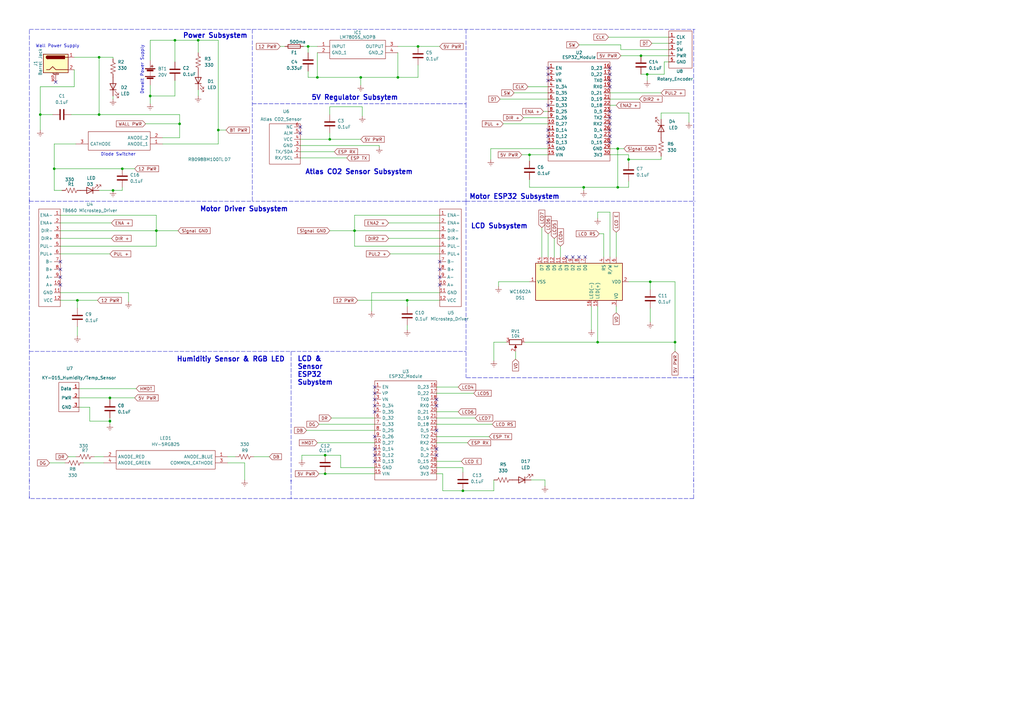
<source format=kicad_sch>
(kicad_sch (version 20211123) (generator eeschema)

  (uuid e14c31cf-6e10-4e4e-8fb7-61f4f24a4e7f)

  (paper "A3")

  (title_block
    (title "Project Gladys Electrical Design")
    (date "10/8/22")
  )

  (lib_symbols
    (symbol "Christians Library:Atlas CO2_Sensor" (in_bom yes) (on_board yes)
      (property "Reference" "U" (id 0) (at 1.27 -1.27 0)
        (effects (font (size 1.27 1.27)))
      )
      (property "Value" "Atlas CO2_Sensor" (id 1) (at 1.905 -3.81 0)
        (effects (font (size 1.27 1.27)))
      )
      (property "Footprint" "" (id 2) (at 0 0 0)
        (effects (font (size 1.27 1.27)) hide)
      )
      (property "Datasheet" "" (id 3) (at 0 0 0)
        (effects (font (size 1.27 1.27)) hide)
      )
      (symbol "Atlas CO2_Sensor_0_1"
        (rectangle (start -6.35 -9.525) (end 10.16 -22.225)
          (stroke (width 0) (type default) (color 0 0 0 0))
          (fill (type none))
        )
      )
      (symbol "Atlas CO2_Sensor_1_1"
        (pin input line (at -3.81 -22.225 90) (length 2.54)
          (name "RX/SCL" (effects (font (size 1.27 1.27))))
          (number "1" (effects (font (size 1.27 1.27))))
        )
        (pin input line (at -1.27 -22.225 90) (length 2.54)
          (name "TX/SDA" (effects (font (size 1.27 1.27))))
          (number "2" (effects (font (size 1.27 1.27))))
        )
        (pin input line (at 1.27 -22.225 90) (length 2.54)
          (name "GND" (effects (font (size 1.27 1.27))))
          (number "3" (effects (font (size 1.27 1.27))))
        )
        (pin input line (at 3.81 -22.225 90) (length 2.54)
          (name "VCC" (effects (font (size 1.27 1.27))))
          (number "4" (effects (font (size 1.27 1.27))))
        )
        (pin input line (at 6.35 -22.225 90) (length 2.54)
          (name "ALM" (effects (font (size 1.27 1.27))))
          (number "5" (effects (font (size 1.27 1.27))))
        )
        (pin input line (at 8.89 -22.225 90) (length 2.54)
          (name "NC" (effects (font (size 1.27 1.27))))
          (number "6" (effects (font (size 1.27 1.27))))
        )
      )
    )
    (symbol "Christians Library:ESP32_Module" (in_bom yes) (on_board yes)
      (property "Reference" "U2" (id 0) (at 0 3.175 0)
        (effects (font (size 1.27 1.27)))
      )
      (property "Value" "ESP32_Module" (id 1) (at 0 0.635 0)
        (effects (font (size 1.27 1.27)))
      )
      (property "Footprint" "" (id 2) (at 0 0 0)
        (effects (font (size 1.27 1.27)) hide)
      )
      (property "Datasheet" "" (id 3) (at 0 0 0)
        (effects (font (size 1.27 1.27)) hide)
      )
      (symbol "ESP32_Module_0_1"
        (rectangle (start -12.7 -1.905) (end 12.7 -42.545)
          (stroke (width 0) (type default) (color 0 0 0 0))
          (fill (type none))
        )
      )
      (symbol "ESP32_Module_1_1"
        (pin bidirectional line (at -12.7 -4.445 0) (length 2.54)
          (name "EN" (effects (font (size 1.27 1.27))))
          (number "1" (effects (font (size 1.27 1.27))))
        )
        (pin bidirectional line (at -12.7 -27.305 0) (length 2.54)
          (name "D_27" (effects (font (size 1.27 1.27))))
          (number "10" (effects (font (size 1.27 1.27))))
        )
        (pin bidirectional line (at -12.7 -29.845 0) (length 2.54)
          (name "D_14" (effects (font (size 1.27 1.27))))
          (number "11" (effects (font (size 1.27 1.27))))
        )
        (pin bidirectional line (at -12.7 -32.385 0) (length 2.54)
          (name "D_12" (effects (font (size 1.27 1.27))))
          (number "12" (effects (font (size 1.27 1.27))))
        )
        (pin bidirectional line (at -12.7 -34.925 0) (length 2.54)
          (name "D_13" (effects (font (size 1.27 1.27))))
          (number "13" (effects (font (size 1.27 1.27))))
        )
        (pin bidirectional line (at -12.7 -37.465 0) (length 2.54)
          (name "GND" (effects (font (size 1.27 1.27))))
          (number "14" (effects (font (size 1.27 1.27))))
        )
        (pin bidirectional line (at -12.7 -40.005 0) (length 2.54)
          (name "VIN" (effects (font (size 1.27 1.27))))
          (number "15" (effects (font (size 1.27 1.27))))
        )
        (pin bidirectional line (at 12.7 -4.445 180) (length 2.54)
          (name "D_23" (effects (font (size 1.27 1.27))))
          (number "16" (effects (font (size 1.27 1.27))))
        )
        (pin bidirectional line (at 12.7 -6.985 180) (length 2.54)
          (name "D_22" (effects (font (size 1.27 1.27))))
          (number "17" (effects (font (size 1.27 1.27))))
        )
        (pin bidirectional line (at 12.7 -9.525 180) (length 2.54)
          (name "TX0" (effects (font (size 1.27 1.27))))
          (number "18" (effects (font (size 1.27 1.27))))
        )
        (pin bidirectional line (at 12.7 -12.065 180) (length 2.54)
          (name "RX0" (effects (font (size 1.27 1.27))))
          (number "19" (effects (font (size 1.27 1.27))))
        )
        (pin bidirectional line (at -12.7 -6.985 0) (length 2.54)
          (name "VP" (effects (font (size 1.27 1.27))))
          (number "2" (effects (font (size 1.27 1.27))))
        )
        (pin bidirectional line (at 12.7 -14.605 180) (length 2.54)
          (name "D_21" (effects (font (size 1.27 1.27))))
          (number "20" (effects (font (size 1.27 1.27))))
        )
        (pin bidirectional line (at 12.7 -17.145 180) (length 2.54)
          (name "D_19" (effects (font (size 1.27 1.27))))
          (number "21" (effects (font (size 1.27 1.27))))
        )
        (pin bidirectional line (at 12.7 -19.685 180) (length 2.54)
          (name "D_18" (effects (font (size 1.27 1.27))))
          (number "22" (effects (font (size 1.27 1.27))))
        )
        (pin bidirectional line (at 12.7 -22.225 180) (length 2.54)
          (name "D_5" (effects (font (size 1.27 1.27))))
          (number "23" (effects (font (size 1.27 1.27))))
        )
        (pin bidirectional line (at 12.7 -24.765 180) (length 2.54)
          (name "TX2" (effects (font (size 1.27 1.27))))
          (number "24" (effects (font (size 1.27 1.27))))
        )
        (pin bidirectional line (at 12.7 -27.305 180) (length 2.54)
          (name "RX2" (effects (font (size 1.27 1.27))))
          (number "25" (effects (font (size 1.27 1.27))))
        )
        (pin bidirectional line (at 12.7 -29.845 180) (length 2.54)
          (name "D_4" (effects (font (size 1.27 1.27))))
          (number "26" (effects (font (size 1.27 1.27))))
        )
        (pin bidirectional line (at 12.7 -32.385 180) (length 2.54)
          (name "D_2" (effects (font (size 1.27 1.27))))
          (number "27" (effects (font (size 1.27 1.27))))
        )
        (pin bidirectional line (at 12.7 -34.925 180) (length 2.54)
          (name "D_15" (effects (font (size 1.27 1.27))))
          (number "28" (effects (font (size 1.27 1.27))))
        )
        (pin bidirectional line (at 12.7 -37.465 180) (length 2.54)
          (name "GND" (effects (font (size 1.27 1.27))))
          (number "29" (effects (font (size 1.27 1.27))))
        )
        (pin bidirectional line (at -12.7 -9.525 0) (length 2.54)
          (name "VN" (effects (font (size 1.27 1.27))))
          (number "3" (effects (font (size 1.27 1.27))))
        )
        (pin bidirectional line (at 12.7 -40.005 180) (length 2.54)
          (name "3V3" (effects (font (size 1.27 1.27))))
          (number "30" (effects (font (size 1.27 1.27))))
        )
        (pin bidirectional line (at -12.7 -12.065 0) (length 2.54)
          (name "D_34" (effects (font (size 1.27 1.27))))
          (number "4" (effects (font (size 1.27 1.27))))
        )
        (pin bidirectional line (at -12.7 -14.605 0) (length 2.54)
          (name "D_35" (effects (font (size 1.27 1.27))))
          (number "5" (effects (font (size 1.27 1.27))))
        )
        (pin bidirectional line (at -12.7 -17.145 0) (length 2.54)
          (name "D_32" (effects (font (size 1.27 1.27))))
          (number "6" (effects (font (size 1.27 1.27))))
        )
        (pin bidirectional line (at -12.7 -19.685 0) (length 2.54)
          (name "D_33" (effects (font (size 1.27 1.27))))
          (number "7" (effects (font (size 1.27 1.27))))
        )
        (pin bidirectional line (at -12.7 -22.225 0) (length 2.54)
          (name "D_25" (effects (font (size 1.27 1.27))))
          (number "8" (effects (font (size 1.27 1.27))))
        )
        (pin bidirectional line (at -12.7 -24.765 0) (length 2.54)
          (name "D_26" (effects (font (size 1.27 1.27))))
          (number "9" (effects (font (size 1.27 1.27))))
        )
      )
    )
    (symbol "Christians Library:KY-015_Humidity{slash}Temp_Sensor" (in_bom yes) (on_board yes)
      (property "Reference" "U7" (id 0) (at 0 0.635 0)
        (effects (font (size 1.27 1.27)))
      )
      (property "Value" "KY-015_Humidity/Temp_Sensor" (id 1) (at 3.81 -3.175 0)
        (effects (font (size 1.27 1.27)))
      )
      (property "Footprint" "Connector_PinHeader_2.54mm:PinHeader_1x03_P2.54mm_Horizontal" (id 2) (at 0 0 0)
        (effects (font (size 1.27 1.27)) hide)
      )
      (property "Datasheet" "" (id 3) (at 0 0 0)
        (effects (font (size 1.27 1.27)) hide)
      )
      (symbol "KY-015_Humidity{slash}Temp_Sensor_0_1"
        (rectangle (start -4.445 -17.145) (end 3.81 -5.08)
          (stroke (width 0) (type default) (color 0 0 0 0))
          (fill (type none))
        )
      )
      (symbol "KY-015_Humidity{slash}Temp_Sensor_1_1"
        (pin bidirectional line (at 3.81 -7.62 180) (length 2.54)
          (name "Data" (effects (font (size 1.27 1.27))))
          (number "1" (effects (font (size 1.27 1.27))))
        )
        (pin bidirectional line (at 3.81 -11.43 180) (length 2.54)
          (name "PWR" (effects (font (size 1.27 1.27))))
          (number "2" (effects (font (size 1.27 1.27))))
        )
        (pin bidirectional line (at 3.81 -15.24 180) (length 2.54)
          (name "GND" (effects (font (size 1.27 1.27))))
          (number "3" (effects (font (size 1.27 1.27))))
        )
      )
    )
    (symbol "Christians Library:Microstep_Driver" (in_bom yes) (on_board yes)
      (property "Reference" "U5" (id 0) (at -19.685 -1.905 0)
        (effects (font (size 1.27 1.27)) (justify right))
      )
      (property "Value" "Microstep_Driver" (id 1) (at -26.035 -3.81 0)
        (effects (font (size 1.27 1.27)) (justify right))
      )
      (property "Footprint" "TerminalBlock_Phoenix:TerminalBlock_Phoenix_MKDS-1,5-12_1x12_P5.00mm_Horizontal" (id 2) (at 0 0 0)
        (effects (font (size 1.27 1.27)) hide)
      )
      (property "Datasheet" "" (id 3) (at 0 0 0)
        (effects (font (size 1.27 1.27)) hide)
      )
      (symbol "Microstep_Driver_0_1"
        (rectangle (start -5.08 -3.81) (end 3.81 -43.815)
          (stroke (width 0) (type default) (color 0 0 0 0))
          (fill (type none))
        )
      )
      (symbol "Microstep_Driver_1_1"
        (pin bidirectional line (at 3.81 -6.35 180) (length 2.54)
          (name "ENA-" (effects (font (size 1.27 1.27))))
          (number "1" (effects (font (size 1.27 1.27))))
        )
        (pin bidirectional line (at 3.81 -34.925 180) (length 2.54)
          (name "A+" (effects (font (size 1.27 1.27))))
          (number "10" (effects (font (size 1.27 1.27))))
        )
        (pin bidirectional line (at 3.81 -38.1 180) (length 2.54)
          (name "GND" (effects (font (size 1.27 1.27))))
          (number "11" (effects (font (size 1.27 1.27))))
        )
        (pin bidirectional line (at 3.81 -41.275 180) (length 2.54)
          (name "VCC" (effects (font (size 1.27 1.27))))
          (number "12" (effects (font (size 1.27 1.27))))
        )
        (pin bidirectional line (at 3.81 -9.525 180) (length 2.54)
          (name "ENA+" (effects (font (size 1.27 1.27))))
          (number "2" (effects (font (size 1.27 1.27))))
        )
        (pin bidirectional line (at 3.81 -12.7 180) (length 2.54)
          (name "DIR-" (effects (font (size 1.27 1.27))))
          (number "3" (effects (font (size 1.27 1.27))))
        )
        (pin bidirectional line (at 3.81 -19.05 180) (length 2.54)
          (name "PUL-" (effects (font (size 1.27 1.27))))
          (number "5" (effects (font (size 1.27 1.27))))
        )
        (pin bidirectional line (at 3.81 -22.225 180) (length 2.54)
          (name "PUL+" (effects (font (size 1.27 1.27))))
          (number "6" (effects (font (size 1.27 1.27))))
        )
        (pin bidirectional line (at 3.81 -25.4 180) (length 2.54)
          (name "B-" (effects (font (size 1.27 1.27))))
          (number "7" (effects (font (size 1.27 1.27))))
        )
        (pin bidirectional line (at 3.81 -28.575 180) (length 2.54)
          (name "B+" (effects (font (size 1.27 1.27))))
          (number "8" (effects (font (size 1.27 1.27))))
        )
        (pin bidirectional line (at 3.81 -15.875 180) (length 2.54)
          (name "DIR+" (effects (font (size 1.27 1.27))))
          (number "8" (effects (font (size 1.27 1.27))))
        )
        (pin bidirectional line (at 3.81 -31.75 180) (length 2.54)
          (name "A-" (effects (font (size 1.27 1.27))))
          (number "9" (effects (font (size 1.27 1.27))))
        )
      )
    )
    (symbol "Christians Library:Rotary_Encoder" (in_bom yes) (on_board yes)
      (property "Reference" "U" (id 0) (at 0 0 0)
        (effects (font (size 1.27 1.27)))
      )
      (property "Value" "Rotary_Encoder" (id 1) (at 0.635 -1.905 0)
        (effects (font (size 1.27 1.27)))
      )
      (property "Footprint" "" (id 2) (at 0 0 0)
        (effects (font (size 1.27 1.27)) hide)
      )
      (property "Datasheet" "" (id 3) (at 0 0 0)
        (effects (font (size 1.27 1.27)) hide)
      )
      (symbol "Rotary_Encoder_0_1"
        (rectangle (start -5.715 -4.445) (end 3.81 -19.685)
          (stroke (width 0) (type default) (color 0 0 0 0))
          (fill (type none))
        )
      )
      (symbol "Rotary_Encoder_1_1"
        (pin bidirectional line (at 3.81 -6.985 180) (length 2.54)
          (name "CLK" (effects (font (size 1.27 1.27))))
          (number "1" (effects (font (size 1.27 1.27))))
        )
        (pin bidirectional line (at 3.81 -9.525 180) (length 2.54)
          (name "DT" (effects (font (size 1.27 1.27))))
          (number "2" (effects (font (size 1.27 1.27))))
        )
        (pin bidirectional line (at 3.81 -12.065 180) (length 2.54)
          (name "SW" (effects (font (size 1.27 1.27))))
          (number "3" (effects (font (size 1.27 1.27))))
        )
        (pin bidirectional line (at 3.81 -14.605 180) (length 2.54)
          (name "PWR" (effects (font (size 1.27 1.27))))
          (number "4" (effects (font (size 1.27 1.27))))
        )
        (pin bidirectional line (at 3.81 -17.145 180) (length 2.54)
          (name "GND" (effects (font (size 1.27 1.27))))
          (number "5" (effects (font (size 1.27 1.27))))
        )
      )
    )
    (symbol "Connector:Barrel_Jack_MountingPin" (pin_names hide) (in_bom yes) (on_board yes)
      (property "Reference" "J" (id 0) (at 0 5.334 0)
        (effects (font (size 1.27 1.27)))
      )
      (property "Value" "Barrel_Jack_MountingPin" (id 1) (at 1.27 -6.35 0)
        (effects (font (size 1.27 1.27)) (justify left))
      )
      (property "Footprint" "" (id 2) (at 1.27 -1.016 0)
        (effects (font (size 1.27 1.27)) hide)
      )
      (property "Datasheet" "~" (id 3) (at 1.27 -1.016 0)
        (effects (font (size 1.27 1.27)) hide)
      )
      (property "ki_keywords" "DC power barrel jack connector" (id 4) (at 0 0 0)
        (effects (font (size 1.27 1.27)) hide)
      )
      (property "ki_description" "DC Barrel Jack with a mounting pin" (id 5) (at 0 0 0)
        (effects (font (size 1.27 1.27)) hide)
      )
      (property "ki_fp_filters" "BarrelJack*" (id 6) (at 0 0 0)
        (effects (font (size 1.27 1.27)) hide)
      )
      (symbol "Barrel_Jack_MountingPin_0_1"
        (rectangle (start -5.08 3.81) (end 5.08 -3.81)
          (stroke (width 0.254) (type default) (color 0 0 0 0))
          (fill (type background))
        )
        (arc (start -3.302 3.175) (mid -3.937 2.54) (end -3.302 1.905)
          (stroke (width 0.254) (type default) (color 0 0 0 0))
          (fill (type none))
        )
        (arc (start -3.302 3.175) (mid -3.937 2.54) (end -3.302 1.905)
          (stroke (width 0.254) (type default) (color 0 0 0 0))
          (fill (type outline))
        )
        (polyline
          (pts
            (xy 5.08 2.54)
            (xy 3.81 2.54)
          )
          (stroke (width 0.254) (type default) (color 0 0 0 0))
          (fill (type none))
        )
        (polyline
          (pts
            (xy -3.81 -2.54)
            (xy -2.54 -2.54)
            (xy -1.27 -1.27)
            (xy 0 -2.54)
            (xy 2.54 -2.54)
            (xy 5.08 -2.54)
          )
          (stroke (width 0.254) (type default) (color 0 0 0 0))
          (fill (type none))
        )
        (rectangle (start 3.683 3.175) (end -3.302 1.905)
          (stroke (width 0.254) (type default) (color 0 0 0 0))
          (fill (type outline))
        )
      )
      (symbol "Barrel_Jack_MountingPin_1_1"
        (polyline
          (pts
            (xy -1.016 -4.572)
            (xy 1.016 -4.572)
          )
          (stroke (width 0.1524) (type default) (color 0 0 0 0))
          (fill (type none))
        )
        (text "Mounting" (at 0 -4.191 0)
          (effects (font (size 0.381 0.381)))
        )
        (pin passive line (at 7.62 2.54 180) (length 2.54)
          (name "~" (effects (font (size 1.27 1.27))))
          (number "1" (effects (font (size 1.27 1.27))))
        )
        (pin passive line (at 7.62 -2.54 180) (length 2.54)
          (name "~" (effects (font (size 1.27 1.27))))
          (number "2" (effects (font (size 1.27 1.27))))
        )
        (pin passive line (at 0 -7.62 90) (length 3.048)
          (name "MountPin" (effects (font (size 1.27 1.27))))
          (number "MP" (effects (font (size 1.27 1.27))))
        )
      )
    )
    (symbol "Device:Battery" (pin_numbers hide) (pin_names (offset 0) hide) (in_bom yes) (on_board yes)
      (property "Reference" "BT" (id 0) (at 2.54 2.54 0)
        (effects (font (size 1.27 1.27)) (justify left))
      )
      (property "Value" "Battery" (id 1) (at 2.54 0 0)
        (effects (font (size 1.27 1.27)) (justify left))
      )
      (property "Footprint" "" (id 2) (at 0 1.524 90)
        (effects (font (size 1.27 1.27)) hide)
      )
      (property "Datasheet" "~" (id 3) (at 0 1.524 90)
        (effects (font (size 1.27 1.27)) hide)
      )
      (property "ki_keywords" "batt voltage-source cell" (id 4) (at 0 0 0)
        (effects (font (size 1.27 1.27)) hide)
      )
      (property "ki_description" "Multiple-cell battery" (id 5) (at 0 0 0)
        (effects (font (size 1.27 1.27)) hide)
      )
      (symbol "Battery_0_1"
        (rectangle (start -2.032 -1.397) (end 2.032 -1.651)
          (stroke (width 0) (type default) (color 0 0 0 0))
          (fill (type outline))
        )
        (rectangle (start -2.032 1.778) (end 2.032 1.524)
          (stroke (width 0) (type default) (color 0 0 0 0))
          (fill (type outline))
        )
        (rectangle (start -1.3208 -1.9812) (end 1.27 -2.4892)
          (stroke (width 0) (type default) (color 0 0 0 0))
          (fill (type outline))
        )
        (rectangle (start -1.3208 1.1938) (end 1.27 0.6858)
          (stroke (width 0) (type default) (color 0 0 0 0))
          (fill (type outline))
        )
        (polyline
          (pts
            (xy 0 -1.524)
            (xy 0 -1.27)
          )
          (stroke (width 0) (type default) (color 0 0 0 0))
          (fill (type none))
        )
        (polyline
          (pts
            (xy 0 -1.016)
            (xy 0 -0.762)
          )
          (stroke (width 0) (type default) (color 0 0 0 0))
          (fill (type none))
        )
        (polyline
          (pts
            (xy 0 -0.508)
            (xy 0 -0.254)
          )
          (stroke (width 0) (type default) (color 0 0 0 0))
          (fill (type none))
        )
        (polyline
          (pts
            (xy 0 0)
            (xy 0 0.254)
          )
          (stroke (width 0) (type default) (color 0 0 0 0))
          (fill (type none))
        )
        (polyline
          (pts
            (xy 0 0.508)
            (xy 0 0.762)
          )
          (stroke (width 0) (type default) (color 0 0 0 0))
          (fill (type none))
        )
        (polyline
          (pts
            (xy 0 1.778)
            (xy 0 2.54)
          )
          (stroke (width 0) (type default) (color 0 0 0 0))
          (fill (type none))
        )
        (polyline
          (pts
            (xy 0.254 2.667)
            (xy 1.27 2.667)
          )
          (stroke (width 0.254) (type default) (color 0 0 0 0))
          (fill (type none))
        )
        (polyline
          (pts
            (xy 0.762 3.175)
            (xy 0.762 2.159)
          )
          (stroke (width 0.254) (type default) (color 0 0 0 0))
          (fill (type none))
        )
      )
      (symbol "Battery_1_1"
        (pin passive line (at 0 5.08 270) (length 2.54)
          (name "+" (effects (font (size 1.27 1.27))))
          (number "1" (effects (font (size 1.27 1.27))))
        )
        (pin passive line (at 0 -5.08 90) (length 2.54)
          (name "-" (effects (font (size 1.27 1.27))))
          (number "2" (effects (font (size 1.27 1.27))))
        )
      )
    )
    (symbol "Device:C" (pin_numbers hide) (pin_names (offset 0.254)) (in_bom yes) (on_board yes)
      (property "Reference" "C" (id 0) (at 0.635 2.54 0)
        (effects (font (size 1.27 1.27)) (justify left))
      )
      (property "Value" "C" (id 1) (at 0.635 -2.54 0)
        (effects (font (size 1.27 1.27)) (justify left))
      )
      (property "Footprint" "" (id 2) (at 0.9652 -3.81 0)
        (effects (font (size 1.27 1.27)) hide)
      )
      (property "Datasheet" "~" (id 3) (at 0 0 0)
        (effects (font (size 1.27 1.27)) hide)
      )
      (property "ki_keywords" "cap capacitor" (id 4) (at 0 0 0)
        (effects (font (size 1.27 1.27)) hide)
      )
      (property "ki_description" "Unpolarized capacitor" (id 5) (at 0 0 0)
        (effects (font (size 1.27 1.27)) hide)
      )
      (property "ki_fp_filters" "C_*" (id 6) (at 0 0 0)
        (effects (font (size 1.27 1.27)) hide)
      )
      (symbol "C_0_1"
        (polyline
          (pts
            (xy -2.032 -0.762)
            (xy 2.032 -0.762)
          )
          (stroke (width 0.508) (type default) (color 0 0 0 0))
          (fill (type none))
        )
        (polyline
          (pts
            (xy -2.032 0.762)
            (xy 2.032 0.762)
          )
          (stroke (width 0.508) (type default) (color 0 0 0 0))
          (fill (type none))
        )
      )
      (symbol "C_1_1"
        (pin passive line (at 0 3.81 270) (length 2.794)
          (name "~" (effects (font (size 1.27 1.27))))
          (number "1" (effects (font (size 1.27 1.27))))
        )
        (pin passive line (at 0 -3.81 90) (length 2.794)
          (name "~" (effects (font (size 1.27 1.27))))
          (number "2" (effects (font (size 1.27 1.27))))
        )
      )
    )
    (symbol "Device:Fuse" (pin_numbers hide) (pin_names (offset 0)) (in_bom yes) (on_board yes)
      (property "Reference" "F" (id 0) (at 2.032 0 90)
        (effects (font (size 1.27 1.27)))
      )
      (property "Value" "Fuse" (id 1) (at -1.905 0 90)
        (effects (font (size 1.27 1.27)))
      )
      (property "Footprint" "" (id 2) (at -1.778 0 90)
        (effects (font (size 1.27 1.27)) hide)
      )
      (property "Datasheet" "~" (id 3) (at 0 0 0)
        (effects (font (size 1.27 1.27)) hide)
      )
      (property "ki_keywords" "fuse" (id 4) (at 0 0 0)
        (effects (font (size 1.27 1.27)) hide)
      )
      (property "ki_description" "Fuse" (id 5) (at 0 0 0)
        (effects (font (size 1.27 1.27)) hide)
      )
      (property "ki_fp_filters" "*Fuse*" (id 6) (at 0 0 0)
        (effects (font (size 1.27 1.27)) hide)
      )
      (symbol "Fuse_0_1"
        (rectangle (start -0.762 -2.54) (end 0.762 2.54)
          (stroke (width 0.254) (type default) (color 0 0 0 0))
          (fill (type none))
        )
        (polyline
          (pts
            (xy 0 2.54)
            (xy 0 -2.54)
          )
          (stroke (width 0) (type default) (color 0 0 0 0))
          (fill (type none))
        )
      )
      (symbol "Fuse_1_1"
        (pin passive line (at 0 3.81 270) (length 1.27)
          (name "~" (effects (font (size 1.27 1.27))))
          (number "1" (effects (font (size 1.27 1.27))))
        )
        (pin passive line (at 0 -3.81 90) (length 1.27)
          (name "~" (effects (font (size 1.27 1.27))))
          (number "2" (effects (font (size 1.27 1.27))))
        )
      )
    )
    (symbol "Device:LED" (pin_numbers hide) (pin_names (offset 1.016) hide) (in_bom yes) (on_board yes)
      (property "Reference" "D" (id 0) (at 0 2.54 0)
        (effects (font (size 1.27 1.27)))
      )
      (property "Value" "LED" (id 1) (at 0 -2.54 0)
        (effects (font (size 1.27 1.27)))
      )
      (property "Footprint" "" (id 2) (at 0 0 0)
        (effects (font (size 1.27 1.27)) hide)
      )
      (property "Datasheet" "~" (id 3) (at 0 0 0)
        (effects (font (size 1.27 1.27)) hide)
      )
      (property "ki_keywords" "LED diode" (id 4) (at 0 0 0)
        (effects (font (size 1.27 1.27)) hide)
      )
      (property "ki_description" "Light emitting diode" (id 5) (at 0 0 0)
        (effects (font (size 1.27 1.27)) hide)
      )
      (property "ki_fp_filters" "LED* LED_SMD:* LED_THT:*" (id 6) (at 0 0 0)
        (effects (font (size 1.27 1.27)) hide)
      )
      (symbol "LED_0_1"
        (polyline
          (pts
            (xy -1.27 -1.27)
            (xy -1.27 1.27)
          )
          (stroke (width 0.254) (type default) (color 0 0 0 0))
          (fill (type none))
        )
        (polyline
          (pts
            (xy -1.27 0)
            (xy 1.27 0)
          )
          (stroke (width 0) (type default) (color 0 0 0 0))
          (fill (type none))
        )
        (polyline
          (pts
            (xy 1.27 -1.27)
            (xy 1.27 1.27)
            (xy -1.27 0)
            (xy 1.27 -1.27)
          )
          (stroke (width 0.254) (type default) (color 0 0 0 0))
          (fill (type none))
        )
        (polyline
          (pts
            (xy -3.048 -0.762)
            (xy -4.572 -2.286)
            (xy -3.81 -2.286)
            (xy -4.572 -2.286)
            (xy -4.572 -1.524)
          )
          (stroke (width 0) (type default) (color 0 0 0 0))
          (fill (type none))
        )
        (polyline
          (pts
            (xy -1.778 -0.762)
            (xy -3.302 -2.286)
            (xy -2.54 -2.286)
            (xy -3.302 -2.286)
            (xy -3.302 -1.524)
          )
          (stroke (width 0) (type default) (color 0 0 0 0))
          (fill (type none))
        )
      )
      (symbol "LED_1_1"
        (pin passive line (at -3.81 0 0) (length 2.54)
          (name "K" (effects (font (size 1.27 1.27))))
          (number "1" (effects (font (size 1.27 1.27))))
        )
        (pin passive line (at 3.81 0 180) (length 2.54)
          (name "A" (effects (font (size 1.27 1.27))))
          (number "2" (effects (font (size 1.27 1.27))))
        )
      )
    )
    (symbol "Device:R_Potentiometer" (pin_names (offset 1.016) hide) (in_bom yes) (on_board yes)
      (property "Reference" "RV" (id 0) (at -4.445 0 90)
        (effects (font (size 1.27 1.27)))
      )
      (property "Value" "R_Potentiometer" (id 1) (at -2.54 0 90)
        (effects (font (size 1.27 1.27)))
      )
      (property "Footprint" "" (id 2) (at 0 0 0)
        (effects (font (size 1.27 1.27)) hide)
      )
      (property "Datasheet" "~" (id 3) (at 0 0 0)
        (effects (font (size 1.27 1.27)) hide)
      )
      (property "ki_keywords" "resistor variable" (id 4) (at 0 0 0)
        (effects (font (size 1.27 1.27)) hide)
      )
      (property "ki_description" "Potentiometer" (id 5) (at 0 0 0)
        (effects (font (size 1.27 1.27)) hide)
      )
      (property "ki_fp_filters" "Potentiometer*" (id 6) (at 0 0 0)
        (effects (font (size 1.27 1.27)) hide)
      )
      (symbol "R_Potentiometer_0_1"
        (polyline
          (pts
            (xy 2.54 0)
            (xy 1.524 0)
          )
          (stroke (width 0) (type default) (color 0 0 0 0))
          (fill (type none))
        )
        (polyline
          (pts
            (xy 1.143 0)
            (xy 2.286 0.508)
            (xy 2.286 -0.508)
            (xy 1.143 0)
          )
          (stroke (width 0) (type default) (color 0 0 0 0))
          (fill (type outline))
        )
        (rectangle (start 1.016 2.54) (end -1.016 -2.54)
          (stroke (width 0.254) (type default) (color 0 0 0 0))
          (fill (type none))
        )
      )
      (symbol "R_Potentiometer_1_1"
        (pin passive line (at 0 3.81 270) (length 1.27)
          (name "1" (effects (font (size 1.27 1.27))))
          (number "1" (effects (font (size 1.27 1.27))))
        )
        (pin passive line (at 3.81 0 180) (length 1.27)
          (name "2" (effects (font (size 1.27 1.27))))
          (number "2" (effects (font (size 1.27 1.27))))
        )
        (pin passive line (at 0 -3.81 90) (length 1.27)
          (name "3" (effects (font (size 1.27 1.27))))
          (number "3" (effects (font (size 1.27 1.27))))
        )
      )
    )
    (symbol "Device:R_US" (pin_numbers hide) (pin_names (offset 0)) (in_bom yes) (on_board yes)
      (property "Reference" "R" (id 0) (at 2.54 0 90)
        (effects (font (size 1.27 1.27)))
      )
      (property "Value" "R_US" (id 1) (at -2.54 0 90)
        (effects (font (size 1.27 1.27)))
      )
      (property "Footprint" "" (id 2) (at 1.016 -0.254 90)
        (effects (font (size 1.27 1.27)) hide)
      )
      (property "Datasheet" "~" (id 3) (at 0 0 0)
        (effects (font (size 1.27 1.27)) hide)
      )
      (property "ki_keywords" "R res resistor" (id 4) (at 0 0 0)
        (effects (font (size 1.27 1.27)) hide)
      )
      (property "ki_description" "Resistor, US symbol" (id 5) (at 0 0 0)
        (effects (font (size 1.27 1.27)) hide)
      )
      (property "ki_fp_filters" "R_*" (id 6) (at 0 0 0)
        (effects (font (size 1.27 1.27)) hide)
      )
      (symbol "R_US_0_1"
        (polyline
          (pts
            (xy 0 -2.286)
            (xy 0 -2.54)
          )
          (stroke (width 0) (type default) (color 0 0 0 0))
          (fill (type none))
        )
        (polyline
          (pts
            (xy 0 2.286)
            (xy 0 2.54)
          )
          (stroke (width 0) (type default) (color 0 0 0 0))
          (fill (type none))
        )
        (polyline
          (pts
            (xy 0 -0.762)
            (xy 1.016 -1.143)
            (xy 0 -1.524)
            (xy -1.016 -1.905)
            (xy 0 -2.286)
          )
          (stroke (width 0) (type default) (color 0 0 0 0))
          (fill (type none))
        )
        (polyline
          (pts
            (xy 0 0.762)
            (xy 1.016 0.381)
            (xy 0 0)
            (xy -1.016 -0.381)
            (xy 0 -0.762)
          )
          (stroke (width 0) (type default) (color 0 0 0 0))
          (fill (type none))
        )
        (polyline
          (pts
            (xy 0 2.286)
            (xy 1.016 1.905)
            (xy 0 1.524)
            (xy -1.016 1.143)
            (xy 0 0.762)
          )
          (stroke (width 0) (type default) (color 0 0 0 0))
          (fill (type none))
        )
      )
      (symbol "R_US_1_1"
        (pin passive line (at 0 3.81 270) (length 1.27)
          (name "~" (effects (font (size 1.27 1.27))))
          (number "1" (effects (font (size 1.27 1.27))))
        )
        (pin passive line (at 0 -3.81 90) (length 1.27)
          (name "~" (effects (font (size 1.27 1.27))))
          (number "2" (effects (font (size 1.27 1.27))))
        )
      )
    )
    (symbol "Display_Character:WC1602A" (in_bom yes) (on_board yes)
      (property "Reference" "DS1" (id 0) (at 6.5788 -24.13 90)
        (effects (font (size 1.27 1.27)))
      )
      (property "Value" "WC1602A" (id 1) (at 4.0388 -24.13 90)
        (effects (font (size 1.27 1.27)))
      )
      (property "Footprint" "Display:WC1602A" (id 2) (at 0 22.86 0)
        (effects (font (size 1.27 1.27) italic) hide)
      )
      (property "Datasheet" "http://www.wincomlcd.com/pdf/WC1602A-SFYLYHTC06.pdf" (id 3) (at -17.78 0 0)
        (effects (font (size 1.27 1.27)) hide)
      )
      (property "ki_keywords" "display LCD dot-matrix" (id 4) (at 0 0 0)
        (effects (font (size 1.27 1.27)) hide)
      )
      (property "ki_description" "LCD 16x2 Alphanumeric , 8 bit parallel bus, 5V VDD" (id 5) (at 0 0 0)
        (effects (font (size 1.27 1.27)) hide)
      )
      (property "ki_fp_filters" "*WC*1602A*" (id 6) (at 0 0 0)
        (effects (font (size 1.27 1.27)) hide)
      )
      (symbol "WC1602A_1_1"
        (rectangle (start -7.62 17.78) (end 7.62 -17.78)
          (stroke (width 0.254) (type default) (color 0 0 0 0))
          (fill (type background))
        )
        (pin bidirectional line (at 0 -20.32 90) (length 2.54)
          (name "VSS" (effects (font (size 1.27 1.27))))
          (number "1" (effects (font (size 1.27 1.27))))
        )
        (pin input line (at -10.16 -5.08 0) (length 2.54)
          (name "D3" (effects (font (size 1.27 1.27))))
          (number "10" (effects (font (size 1.27 1.27))))
        )
        (pin input line (at -10.16 -7.62 0) (length 2.54)
          (name "D4" (effects (font (size 1.27 1.27))))
          (number "11" (effects (font (size 1.27 1.27))))
        )
        (pin input line (at -10.16 -10.16 0) (length 2.54)
          (name "D5" (effects (font (size 1.27 1.27))))
          (number "12" (effects (font (size 1.27 1.27))))
        )
        (pin input line (at -10.16 -12.7 0) (length 2.54)
          (name "D6" (effects (font (size 1.27 1.27))))
          (number "13" (effects (font (size 1.27 1.27))))
        )
        (pin input line (at -10.16 -15.24 0) (length 2.54)
          (name "D7" (effects (font (size 1.27 1.27))))
          (number "14" (effects (font (size 1.27 1.27))))
        )
        (pin bidirectional line (at 10.16 7.62 180) (length 2.54)
          (name "LED(+)" (effects (font (size 1.27 1.27))))
          (number "15" (effects (font (size 1.27 1.27))))
        )
        (pin bidirectional line (at 10.16 5.08 180) (length 2.54)
          (name "LED(-)" (effects (font (size 1.27 1.27))))
          (number "16" (effects (font (size 1.27 1.27))))
        )
        (pin bidirectional line (at 0 20.32 270) (length 2.54)
          (name "VDD" (effects (font (size 1.27 1.27))))
          (number "2" (effects (font (size 1.27 1.27))))
        )
        (pin input line (at 10.16 15.24 180) (length 2.54)
          (name "VO" (effects (font (size 1.27 1.27))))
          (number "3" (effects (font (size 1.27 1.27))))
        )
        (pin input line (at -10.16 10.16 0) (length 2.54)
          (name "RS" (effects (font (size 1.27 1.27))))
          (number "4" (effects (font (size 1.27 1.27))))
        )
        (pin input line (at -10.16 12.7 0) (length 2.54)
          (name "R/W" (effects (font (size 1.27 1.27))))
          (number "5" (effects (font (size 1.27 1.27))))
        )
        (pin input line (at -10.16 15.24 0) (length 2.54)
          (name "E" (effects (font (size 1.27 1.27))))
          (number "6" (effects (font (size 1.27 1.27))))
        )
        (pin input line (at -10.16 2.54 0) (length 2.54)
          (name "D0" (effects (font (size 1.27 1.27))))
          (number "7" (effects (font (size 1.27 1.27))))
        )
        (pin input line (at -10.16 0 0) (length 2.54)
          (name "D1" (effects (font (size 1.27 1.27))))
          (number "8" (effects (font (size 1.27 1.27))))
        )
        (pin input line (at -10.16 -2.54 0) (length 2.54)
          (name "D2" (effects (font (size 1.27 1.27))))
          (number "9" (effects (font (size 1.27 1.27))))
        )
      )
    )
    (symbol "ESP32_Module_1" (in_bom yes) (on_board yes)
      (property "Reference" "U3" (id 0) (at 0 1.905 0)
        (effects (font (size 1.27 1.27)))
      )
      (property "Value" "ESP32_Module" (id 1) (at 0 0 0)
        (effects (font (size 1.27 1.27)))
      )
      (property "Footprint" "" (id 2) (at 0 0 0)
        (effects (font (size 1.27 1.27)) hide)
      )
      (property "Datasheet" "" (id 3) (at 0 0 0)
        (effects (font (size 1.27 1.27)) hide)
      )
      (symbol "ESP32_Module_1_0_1"
        (rectangle (start -12.7 -1.905) (end 12.7 -42.545)
          (stroke (width 0) (type default) (color 0 0 0 0))
          (fill (type none))
        )
      )
      (symbol "ESP32_Module_1_1_1"
        (pin bidirectional line (at -12.7 -4.445 0) (length 2.54)
          (name "EN" (effects (font (size 1.27 1.27))))
          (number "1" (effects (font (size 1.27 1.27))))
        )
        (pin bidirectional line (at -12.7 -27.305 0) (length 2.54)
          (name "D_27" (effects (font (size 1.27 1.27))))
          (number "10" (effects (font (size 1.27 1.27))))
        )
        (pin bidirectional line (at -12.7 -29.845 0) (length 2.54)
          (name "D_14" (effects (font (size 1.27 1.27))))
          (number "11" (effects (font (size 1.27 1.27))))
        )
        (pin bidirectional line (at -12.7 -32.385 0) (length 2.54)
          (name "D_12" (effects (font (size 1.27 1.27))))
          (number "12" (effects (font (size 1.27 1.27))))
        )
        (pin bidirectional line (at -12.7 -34.925 0) (length 2.54)
          (name "D_13" (effects (font (size 1.27 1.27))))
          (number "13" (effects (font (size 1.27 1.27))))
        )
        (pin bidirectional line (at -12.7 -37.465 0) (length 2.54)
          (name "GND" (effects (font (size 1.27 1.27))))
          (number "14" (effects (font (size 1.27 1.27))))
        )
        (pin bidirectional line (at -12.7 -40.005 0) (length 2.54)
          (name "VIN" (effects (font (size 1.27 1.27))))
          (number "15" (effects (font (size 1.27 1.27))))
        )
        (pin bidirectional line (at 12.7 -4.445 180) (length 2.54)
          (name "D_23" (effects (font (size 1.27 1.27))))
          (number "16" (effects (font (size 1.27 1.27))))
        )
        (pin bidirectional line (at 12.7 -6.985 180) (length 2.54)
          (name "D_22" (effects (font (size 1.27 1.27))))
          (number "17" (effects (font (size 1.27 1.27))))
        )
        (pin bidirectional line (at 12.7 -9.525 180) (length 2.54)
          (name "TX0" (effects (font (size 1.27 1.27))))
          (number "18" (effects (font (size 1.27 1.27))))
        )
        (pin bidirectional line (at 12.7 -12.065 180) (length 2.54)
          (name "RX0" (effects (font (size 1.27 1.27))))
          (number "19" (effects (font (size 1.27 1.27))))
        )
        (pin bidirectional line (at -12.7 -6.985 0) (length 2.54)
          (name "VP" (effects (font (size 1.27 1.27))))
          (number "2" (effects (font (size 1.27 1.27))))
        )
        (pin bidirectional line (at 12.7 -14.605 180) (length 2.54)
          (name "D_21" (effects (font (size 1.27 1.27))))
          (number "20" (effects (font (size 1.27 1.27))))
        )
        (pin bidirectional line (at 12.7 -17.145 180) (length 2.54)
          (name "D_19" (effects (font (size 1.27 1.27))))
          (number "21" (effects (font (size 1.27 1.27))))
        )
        (pin bidirectional line (at 12.7 -19.685 180) (length 2.54)
          (name "D_18" (effects (font (size 1.27 1.27))))
          (number "22" (effects (font (size 1.27 1.27))))
        )
        (pin input line (at 12.7 -22.225 180) (length 2.54)
          (name "D_5" (effects (font (size 1.27 1.27))))
          (number "23" (effects (font (size 1.27 1.27))))
        )
        (pin bidirectional line (at 12.7 -24.765 180) (length 2.54)
          (name "TX2" (effects (font (size 1.27 1.27))))
          (number "24" (effects (font (size 1.27 1.27))))
        )
        (pin bidirectional line (at 12.7 -27.305 180) (length 2.54)
          (name "RX2" (effects (font (size 1.27 1.27))))
          (number "25" (effects (font (size 1.27 1.27))))
        )
        (pin bidirectional line (at 12.7 -29.845 180) (length 2.54)
          (name "D_4" (effects (font (size 1.27 1.27))))
          (number "26" (effects (font (size 1.27 1.27))))
        )
        (pin bidirectional line (at 12.7 -32.385 180) (length 2.54)
          (name "D_2" (effects (font (size 1.27 1.27))))
          (number "27" (effects (font (size 1.27 1.27))))
        )
        (pin bidirectional line (at 12.7 -34.925 180) (length 2.54)
          (name "D_15" (effects (font (size 1.27 1.27))))
          (number "28" (effects (font (size 1.27 1.27))))
        )
        (pin bidirectional line (at 12.7 -37.465 180) (length 2.54)
          (name "GND" (effects (font (size 1.27 1.27))))
          (number "29" (effects (font (size 1.27 1.27))))
        )
        (pin bidirectional line (at -12.7 -9.525 0) (length 2.54)
          (name "VN" (effects (font (size 1.27 1.27))))
          (number "3" (effects (font (size 1.27 1.27))))
        )
        (pin bidirectional line (at 12.7 -40.005 180) (length 2.54)
          (name "3V3" (effects (font (size 1.27 1.27))))
          (number "30" (effects (font (size 1.27 1.27))))
        )
        (pin bidirectional line (at -12.7 -12.065 0) (length 2.54)
          (name "D_34" (effects (font (size 1.27 1.27))))
          (number "4" (effects (font (size 1.27 1.27))))
        )
        (pin bidirectional line (at -12.7 -14.605 0) (length 2.54)
          (name "D_35" (effects (font (size 1.27 1.27))))
          (number "5" (effects (font (size 1.27 1.27))))
        )
        (pin bidirectional line (at -12.7 -17.145 0) (length 2.54)
          (name "D_32" (effects (font (size 1.27 1.27))))
          (number "6" (effects (font (size 1.27 1.27))))
        )
        (pin bidirectional line (at -12.7 -19.685 0) (length 2.54)
          (name "D_33" (effects (font (size 1.27 1.27))))
          (number "7" (effects (font (size 1.27 1.27))))
        )
        (pin bidirectional line (at -12.7 -22.225 0) (length 2.54)
          (name "D_25" (effects (font (size 1.27 1.27))))
          (number "8" (effects (font (size 1.27 1.27))))
        )
        (pin bidirectional line (at -12.7 -24.765 0) (length 2.54)
          (name "D_26" (effects (font (size 1.27 1.27))))
          (number "9" (effects (font (size 1.27 1.27))))
        )
      )
    )
    (symbol "HV-5RGB25:HV-5RGB25" (pin_names (offset 0.762)) (in_bom yes) (on_board yes)
      (property "Reference" "LED" (id 0) (at 46.99 7.62 0)
        (effects (font (size 1.27 1.27)) (justify left))
      )
      (property "Value" "HV-5RGB25" (id 1) (at 46.99 5.08 0)
        (effects (font (size 1.27 1.27)) (justify left))
      )
      (property "Footprint" "HV5RGB25" (id 2) (at 46.99 2.54 0)
        (effects (font (size 1.27 1.27)) (justify left) hide)
      )
      (property "Datasheet" "http://www.inolux-corp.com/datasheet/Inolux%20Lamp/TH%20Lamp/HV-5RGBXX%205mm%20Full-Color%20Series.pdf" (id 3) (at 46.99 0 0)
        (effects (font (size 1.27 1.27)) (justify left) hide)
      )
      (property "Description" "Standard LEDs - Through Hole RGB LED" (id 4) (at 46.99 -2.54 0)
        (effects (font (size 1.27 1.27)) (justify left) hide)
      )
      (property "Height" "8.9" (id 5) (at 46.99 -5.08 0)
        (effects (font (size 1.27 1.27)) (justify left) hide)
      )
      (property "Mouser Part Number" "743-HV-5RGB25" (id 6) (at 46.99 -7.62 0)
        (effects (font (size 1.27 1.27)) (justify left) hide)
      )
      (property "Mouser Price/Stock" "https://www.mouser.co.uk/ProductDetail/Inolux/HV-5RGB25?qs=qSfuJ%252Bfl%2Fd4T3SbXFpBJvw%3D%3D" (id 7) (at 46.99 -10.16 0)
        (effects (font (size 1.27 1.27)) (justify left) hide)
      )
      (property "Manufacturer_Name" "Inolux" (id 8) (at 46.99 -12.7 0)
        (effects (font (size 1.27 1.27)) (justify left) hide)
      )
      (property "Manufacturer_Part_Number" "HV-5RGB25" (id 9) (at 46.99 -15.24 0)
        (effects (font (size 1.27 1.27)) (justify left) hide)
      )
      (property "ki_description" "Standard LEDs - Through Hole RGB LED" (id 10) (at 0 0 0)
        (effects (font (size 1.27 1.27)) hide)
      )
      (symbol "HV-5RGB25_0_0"
        (pin passive line (at 50.8 0 180) (length 5.08)
          (name "ANODE_BLUE" (effects (font (size 1.27 1.27))))
          (number "1" (effects (font (size 1.27 1.27))))
        )
        (pin passive line (at 0 0 0) (length 5.08)
          (name "ANODE_RED" (effects (font (size 1.27 1.27))))
          (number "2" (effects (font (size 1.27 1.27))))
        )
        (pin passive line (at 50.8 -2.54 180) (length 5.08)
          (name "COMMON_CATHODE" (effects (font (size 1.27 1.27))))
          (number "3" (effects (font (size 1.27 1.27))))
        )
        (pin passive line (at 0 -2.54 0) (length 5.08)
          (name "ANODE_GREEN" (effects (font (size 1.27 1.27))))
          (number "4" (effects (font (size 1.27 1.27))))
        )
      )
      (symbol "HV-5RGB25_0_1"
        (polyline
          (pts
            (xy 5.08 2.54)
            (xy 45.72 2.54)
            (xy 45.72 -5.08)
            (xy 5.08 -5.08)
            (xy 5.08 2.54)
          )
          (stroke (width 0.1524) (type default) (color 0 0 0 0))
          (fill (type none))
        )
      )
    )
    (symbol "LM7805S_NOPB:LM7805S_NOPB" (pin_names (offset 0.762)) (in_bom yes) (on_board yes)
      (property "Reference" "IC1" (id 0) (at 16.51 5.715 0)
        (effects (font (size 1.27 1.27)))
      )
      (property "Value" "LM7805S_NOPB" (id 1) (at 16.51 3.81 0)
        (effects (font (size 1.27 1.27)))
      )
      (property "Footprint" "7805kicad:KTT0003B" (id 2) (at 29.21 2.54 0)
        (effects (font (size 1.27 1.27)) (justify left) hide)
      )
      (property "Datasheet" "http://www.ti.com/lit/gpn/lm7800" (id 3) (at 29.21 0 0)
        (effects (font (size 1.27 1.27)) (justify left) hide)
      )
      (property "Description" "1.5-A, Wide VIN Fixed Voltage Regulators" (id 4) (at 29.21 -2.54 0)
        (effects (font (size 1.27 1.27)) (justify left) hide)
      )
      (property "Height" "" (id 5) (at 29.21 -5.08 0)
        (effects (font (size 1.27 1.27)) (justify left) hide)
      )
      (property "Mouser Part Number" "595-LM7805S/NOPB" (id 6) (at 29.21 -7.62 0)
        (effects (font (size 1.27 1.27)) (justify left) hide)
      )
      (property "Mouser Price/Stock" "https://www.mouser.co.uk/ProductDetail/Texas-Instruments/LM7805S-NOPB?qs=9V2QonpqdTu8D%252Bva6DasHQ%3D%3D" (id 7) (at 29.21 -10.16 0)
        (effects (font (size 1.27 1.27)) (justify left) hide)
      )
      (property "Manufacturer_Name" "Texas Instruments" (id 8) (at 29.21 -12.7 0)
        (effects (font (size 1.27 1.27)) (justify left) hide)
      )
      (property "Manufacturer_Part_Number" "LM7805S/NOPB" (id 9) (at 29.21 -15.24 0)
        (effects (font (size 1.27 1.27)) (justify left) hide)
      )
      (property "ki_description" "1.5-A, Wide VIN Fixed Voltage Regulators" (id 10) (at 0 0 0)
        (effects (font (size 1.27 1.27)) hide)
      )
      (symbol "LM7805S_NOPB_0_0"
        (pin bidirectional line (at 0 0 0) (length 5.08)
          (name "INPUT" (effects (font (size 1.27 1.27))))
          (number "1" (effects (font (size 1.27 1.27))))
        )
        (pin bidirectional line (at 0 -2.54 0) (length 5.08)
          (name "GND_1" (effects (font (size 1.27 1.27))))
          (number "2" (effects (font (size 1.27 1.27))))
        )
        (pin bidirectional line (at 33.02 0 180) (length 5.08)
          (name "OUTPUT" (effects (font (size 1.27 1.27))))
          (number "3" (effects (font (size 1.27 1.27))))
        )
        (pin bidirectional line (at 33.02 -2.54 180) (length 5.08)
          (name "GND_2" (effects (font (size 1.27 1.27))))
          (number "4" (effects (font (size 1.27 1.27))))
        )
      )
      (symbol "LM7805S_NOPB_0_1"
        (polyline
          (pts
            (xy 5.08 2.54)
            (xy 27.94 2.54)
            (xy 27.94 -5.08)
            (xy 5.08 -5.08)
            (xy 5.08 2.54)
          )
          (stroke (width 0.1524) (type default) (color 0 0 0 0))
          (fill (type none))
        )
      )
    )
    (symbol "Microstep_Driver_1" (in_bom yes) (on_board yes)
      (property "Reference" "U4" (id 0) (at 15.875 -1.905 0)
        (effects (font (size 1.27 1.27)))
      )
      (property "Value" "Microstep_Driver_1" (id 1) (at 15.875 -4.445 0)
        (effects (font (size 1.27 1.27)))
      )
      (property "Footprint" "TerminalBlock_Phoenix:TerminalBlock_Phoenix_MKDS-1,5-12_1x12_P5.00mm_Horizontal" (id 2) (at 0 0 0)
        (effects (font (size 1.27 1.27)) hide)
      )
      (property "Datasheet" "" (id 3) (at 0 0 0)
        (effects (font (size 1.27 1.27)) hide)
      )
      (symbol "Microstep_Driver_1_0_1"
        (rectangle (start -5.08 -3.81) (end 3.81 -43.815)
          (stroke (width 0) (type default) (color 0 0 0 0))
          (fill (type none))
        )
      )
      (symbol "Microstep_Driver_1_1_1"
        (pin bidirectional line (at 3.81 -6.35 180) (length 2.54)
          (name "ENA-" (effects (font (size 1.27 1.27))))
          (number "1" (effects (font (size 1.27 1.27))))
        )
        (pin bidirectional line (at 3.81 -34.925 180) (length 2.54)
          (name "A+" (effects (font (size 1.27 1.27))))
          (number "10" (effects (font (size 1.27 1.27))))
        )
        (pin bidirectional line (at 3.81 -38.1 180) (length 2.54)
          (name "GND" (effects (font (size 1.27 1.27))))
          (number "11" (effects (font (size 1.27 1.27))))
        )
        (pin bidirectional line (at 3.81 -41.275 180) (length 2.54)
          (name "VCC" (effects (font (size 1.27 1.27))))
          (number "12" (effects (font (size 1.27 1.27))))
        )
        (pin bidirectional line (at 3.81 -9.525 180) (length 2.54)
          (name "ENA+" (effects (font (size 1.27 1.27))))
          (number "2" (effects (font (size 1.27 1.27))))
        )
        (pin bidirectional line (at 3.81 -12.7 180) (length 2.54)
          (name "DIR-" (effects (font (size 1.27 1.27))))
          (number "3" (effects (font (size 1.27 1.27))))
        )
        (pin bidirectional line (at 3.81 -19.05 180) (length 2.54)
          (name "PUL-" (effects (font (size 1.27 1.27))))
          (number "5" (effects (font (size 1.27 1.27))))
        )
        (pin bidirectional line (at 3.81 -22.225 180) (length 2.54)
          (name "PUL+" (effects (font (size 1.27 1.27))))
          (number "6" (effects (font (size 1.27 1.27))))
        )
        (pin bidirectional line (at 3.81 -25.4 180) (length 2.54)
          (name "B-" (effects (font (size 1.27 1.27))))
          (number "7" (effects (font (size 1.27 1.27))))
        )
        (pin bidirectional line (at 3.81 -28.575 180) (length 2.54)
          (name "B+" (effects (font (size 1.27 1.27))))
          (number "8" (effects (font (size 1.27 1.27))))
        )
        (pin bidirectional line (at 3.81 -15.875 180) (length 2.54)
          (name "DIR+" (effects (font (size 1.27 1.27))))
          (number "8" (effects (font (size 1.27 1.27))))
        )
        (pin bidirectional line (at 3.81 -31.75 180) (length 2.54)
          (name "A-" (effects (font (size 1.27 1.27))))
          (number "9" (effects (font (size 1.27 1.27))))
        )
      )
    )
    (symbol "UL-RB098BM100TL:RB098BM100TL" (pin_names (offset 0.762)) (in_bom yes) (on_board yes)
      (property "Reference" "D7" (id 0) (at -26.67 6.35 0)
        (effects (font (size 1.27 1.27)))
      )
      (property "Value" "RB098BM100TL" (id 1) (at -17.78 6.35 0)
        (effects (font (size 1.27 1.27)))
      )
      (property "Footprint" "rb09-footprints:RB098BM100FHTL" (id 2) (at -41.91 -1.905 0)
        (effects (font (size 1.27 1.27)) (justify left) hide)
      )
      (property "Datasheet" "https://fscdn.rohm.com/en/products/databook/datasheet/discrete/diode/schottky_barrier/rb098bm100tl-e.pdf" (id 3) (at -38.735 3.175 0)
        (effects (font (size 1.27 1.27)) (justify left) hide)
      )
      (property "Description" "Super Low IR, 100V, 6A, TO-252 (DPAK), Schottky Barrier Diode" (id 4) (at -31.75 2.54 0)
        (effects (font (size 1.27 1.27)) (justify left) hide)
      )
      (property "Height" "" (id 5) (at -31.75 5.08 0)
        (effects (font (size 1.27 1.27)) (justify left) hide)
      )
      (property "Mouser Part Number" "755-RB098BM100TL" (id 6) (at -31.75 7.62 0)
        (effects (font (size 1.27 1.27)) (justify left) hide)
      )
      (property "Mouser Price/Stock" "https://www.mouser.co.uk/ProductDetail/ROHM-Semiconductor/RB098BM100TL?qs=4v%252BiZTmLVHG%252Bti6Axozq1Q%3D%3D" (id 7) (at -31.75 10.16 0)
        (effects (font (size 1.27 1.27)) (justify left) hide)
      )
      (property "Manufacturer_Name" "ROHM Semiconductor" (id 8) (at -31.75 12.7 0)
        (effects (font (size 1.27 1.27)) (justify left) hide)
      )
      (property "Manufacturer_Part_Number" "RB098BM100TL" (id 9) (at -31.75 15.24 0)
        (effects (font (size 1.27 1.27)) (justify left) hide)
      )
      (property "ki_description" "Super Low IR, 100V, 6A, TO-252 (DPAK), Schottky Barrier Diode" (id 10) (at 0 0 0)
        (effects (font (size 1.27 1.27)) hide)
      )
      (symbol "RB098BM100TL_0_0"
        (pin passive line (at 0 0 0) (length 5.08)
          (name "ANODE_1" (effects (font (size 1.27 1.27))))
          (number "1" (effects (font (size 1.27 1.27))))
        )
        (pin passive line (at 0 -2.54 0) (length 5.08)
          (name "ANODE_2" (effects (font (size 1.27 1.27))))
          (number "2" (effects (font (size 1.27 1.27))))
        )
        (pin passive line (at 35.56 0 180) (length 5.08)
          (name "CATHODE" (effects (font (size 1.27 1.27))))
          (number "3" (effects (font (size 1.27 1.27))))
        )
      )
      (symbol "RB098BM100TL_0_1"
        (polyline
          (pts
            (xy 5.08 2.54)
            (xy 30.48 2.54)
            (xy 30.48 -5.08)
            (xy 5.08 -5.08)
            (xy 5.08 2.54)
          )
          (stroke (width 0.1524) (type default) (color 0 0 0 0))
          (fill (type none))
        )
      )
    )
    (symbol "power:Earth" (power) (pin_names (offset 0)) (in_bom yes) (on_board yes)
      (property "Reference" "#PWR" (id 0) (at 0 -6.35 0)
        (effects (font (size 1.27 1.27)) hide)
      )
      (property "Value" "Earth" (id 1) (at 0 -3.81 0)
        (effects (font (size 1.27 1.27)) hide)
      )
      (property "Footprint" "" (id 2) (at 0 0 0)
        (effects (font (size 1.27 1.27)) hide)
      )
      (property "Datasheet" "~" (id 3) (at 0 0 0)
        (effects (font (size 1.27 1.27)) hide)
      )
      (property "ki_keywords" "power-flag ground gnd" (id 4) (at 0 0 0)
        (effects (font (size 1.27 1.27)) hide)
      )
      (property "ki_description" "Power symbol creates a global label with name \"Earth\"" (id 5) (at 0 0 0)
        (effects (font (size 1.27 1.27)) hide)
      )
      (symbol "Earth_0_1"
        (polyline
          (pts
            (xy -0.635 -1.905)
            (xy 0.635 -1.905)
          )
          (stroke (width 0) (type default) (color 0 0 0 0))
          (fill (type none))
        )
        (polyline
          (pts
            (xy -0.127 -2.54)
            (xy 0.127 -2.54)
          )
          (stroke (width 0) (type default) (color 0 0 0 0))
          (fill (type none))
        )
        (polyline
          (pts
            (xy 0 -1.27)
            (xy 0 0)
          )
          (stroke (width 0) (type default) (color 0 0 0 0))
          (fill (type none))
        )
        (polyline
          (pts
            (xy 1.27 -1.27)
            (xy -1.27 -1.27)
          )
          (stroke (width 0) (type default) (color 0 0 0 0))
          (fill (type none))
        )
      )
      (symbol "Earth_1_1"
        (pin power_in line (at 0 0 270) (length 0) hide
          (name "Earth" (effects (font (size 1.27 1.27))))
          (number "1" (effects (font (size 1.27 1.27))))
        )
      )
    )
  )

  (junction (at 217.17 63.5) (diameter 0) (color 0 0 0 0)
    (uuid 08767b59-1b31-49d3-80a9-93f2076665a5)
  )
  (junction (at 130.175 31.75) (diameter 0) (color 0 0 0 0)
    (uuid 184360fc-4cde-4599-827e-d235aa91f03f)
  )
  (junction (at 189.865 201.295) (diameter 0) (color 0 0 0 0)
    (uuid 19ed81e5-699c-4e59-a214-fd4a063cdb30)
  )
  (junction (at 163.195 31.75) (diameter 0) (color 0 0 0 0)
    (uuid 1e7e8c44-4369-42f1-98e1-6248122fa711)
  )
  (junction (at 45.085 172.72) (diameter 0) (color 0 0 0 0)
    (uuid 202dee6f-5385-42dc-87d2-339a0873e207)
  )
  (junction (at 266.7 115.57) (diameter 0) (color 0 0 0 0)
    (uuid 26fdd431-321b-4e40-8764-0986c0e22c57)
  )
  (junction (at 245.11 140.335) (diameter 0) (color 0 0 0 0)
    (uuid 2d721541-6a3e-47e6-89a6-2474422d1f9c)
  )
  (junction (at 133.35 186.69) (diameter 0) (color 0 0 0 0)
    (uuid 2d734527-1f75-4481-9453-4f73de9505f4)
  )
  (junction (at 276.86 140.335) (diameter 0) (color 0 0 0 0)
    (uuid 3636757d-1b3a-4966-8aa6-d4d36722a196)
  )
  (junction (at 89.535 53.34) (diameter 0) (color 0 0 0 0)
    (uuid 43869124-ad30-40c0-b70a-f0631d7fdb86)
  )
  (junction (at 147.955 31.75) (diameter 0) (color 0 0 0 0)
    (uuid 52e448d8-6e83-421d-9366-3d18df45a929)
  )
  (junction (at 145.415 94.615) (diameter 0) (color 0 0 0 0)
    (uuid 578b780d-9b60-449a-b4e5-cf693b3c7936)
  )
  (junction (at 46.355 78.105) (diameter 0) (color 0 0 0 0)
    (uuid 597664cd-ce06-4bf5-948a-625e5b44b078)
  )
  (junction (at 61.595 39.37) (diameter 0) (color 0 0 0 0)
    (uuid 5d6aac7b-cb15-4223-98ae-b49cde011b95)
  )
  (junction (at 262.89 22.86) (diameter 0) (color 0 0 0 0)
    (uuid 63155927-fab2-4738-ab1a-b1c6fd3b9bca)
  )
  (junction (at 71.755 16.51) (diameter 0) (color 0 0 0 0)
    (uuid 71d4a203-3c4d-4013-b50f-c13bb912c9f8)
  )
  (junction (at 171.45 19.05) (diameter 0) (color 0 0 0 0)
    (uuid 75c4199c-ea85-4370-9b72-04c2d4bfe616)
  )
  (junction (at 253.365 60.96) (diameter 0) (color 0 0 0 0)
    (uuid 7b922366-4b7a-4a0f-b34d-0c38d6cf03e7)
  )
  (junction (at 64.135 94.615) (diameter 0) (color 0 0 0 0)
    (uuid 81737abd-61c2-4fd0-8668-3a2a2f468b0e)
  )
  (junction (at 73.66 50.8) (diameter 0) (color 0 0 0 0)
    (uuid 83042245-dbea-4172-ade7-78be1d01ea91)
  )
  (junction (at 81.28 16.51) (diameter 0) (color 0 0 0 0)
    (uuid 8305da69-4677-423a-a534-458a6206e95b)
  )
  (junction (at 40.64 46.99) (diameter 0) (color 0 0 0 0)
    (uuid 84339c78-18ba-4a67-b54d-0debbe5bfcc8)
  )
  (junction (at 50.165 69.215) (diameter 0) (color 0 0 0 0)
    (uuid 981b5060-f2a3-497e-a523-74278ebcd198)
  )
  (junction (at 253.365 76.835) (diameter 0) (color 0 0 0 0)
    (uuid 99753551-e696-4be2-ac86-8a49afe436fa)
  )
  (junction (at 16.51 46.99) (diameter 0) (color 0 0 0 0)
    (uuid 9ecfcc7e-70f8-456b-af47-40337f389f0e)
  )
  (junction (at 167.005 123.19) (diameter 0) (color 0 0 0 0)
    (uuid a5337680-fc7c-473a-b73b-92b2f707560b)
  )
  (junction (at 239.395 76.835) (diameter 0) (color 0 0 0 0)
    (uuid a7fce1ca-8872-4a5f-b4ee-94849e8477bd)
  )
  (junction (at 135.255 57.15) (diameter 0) (color 0 0 0 0)
    (uuid aebb8b06-7cb1-4b00-8c98-8ca4108888bc)
  )
  (junction (at 40.64 23.495) (diameter 0) (color 0 0 0 0)
    (uuid b4720e12-9673-4a27-985a-bdb17232a5a2)
  )
  (junction (at 31.75 123.19) (diameter 0) (color 0 0 0 0)
    (uuid b54d7eba-6c2d-472e-bb74-f9ea03c425ed)
  )
  (junction (at 126.365 19.05) (diameter 0) (color 0 0 0 0)
    (uuid b94147d0-4085-4d3f-8d4b-59c033d89959)
  )
  (junction (at 265.43 30.48) (diameter 0) (color 0 0 0 0)
    (uuid cdc44ee8-e5c7-4ded-ae58-a6143529e352)
  )
  (junction (at 257.81 65.405) (diameter 0) (color 0 0 0 0)
    (uuid d3b12114-43ec-4b52-b2b0-f8ff05a8ad68)
  )
  (junction (at 133.35 194.31) (diameter 0) (color 0 0 0 0)
    (uuid d7e7e1d6-47ad-4067-8430-d436a933e858)
  )
  (junction (at 45.085 163.195) (diameter 0) (color 0 0 0 0)
    (uuid dc771a92-96d4-46a6-adad-76e8936dc3e2)
  )
  (junction (at 22.225 69.215) (diameter 0) (color 0 0 0 0)
    (uuid e20a9925-d0c9-4746-b00c-2845e340b526)
  )

  (no_connect (at 123.19 54.61) (uuid 272e88f2-7013-4fe2-8f04-138c47e0c855))
  (no_connect (at 123.19 52.07) (uuid 272e88f2-7013-4fe2-8f04-138c47e0c856))
  (no_connect (at 179.07 186.69) (uuid 68065419-fe9e-4e3e-aa96-c563accdcf08))
  (no_connect (at 179.07 184.15) (uuid 68065419-fe9e-4e3e-aa96-c563accdcf09))
  (no_connect (at 179.07 166.37) (uuid 68065419-fe9e-4e3e-aa96-c563accdcf0a))
  (no_connect (at 179.07 163.83) (uuid 68065419-fe9e-4e3e-aa96-c563accdcf0b))
  (no_connect (at 179.07 176.53) (uuid 68065419-fe9e-4e3e-aa96-c563accdcf0c))
  (no_connect (at 224.79 27.94) (uuid 73640fa4-0cbc-4b84-b0d1-6b18aa81e4f3))
  (no_connect (at 224.79 30.48) (uuid 73640fa4-0cbc-4b84-b0d1-6b18aa81e4f4))
  (no_connect (at 250.19 35.56) (uuid 73640fa4-0cbc-4b84-b0d1-6b18aa81e4f5))
  (no_connect (at 250.19 33.02) (uuid 73640fa4-0cbc-4b84-b0d1-6b18aa81e4f6))
  (no_connect (at 250.19 30.48) (uuid 73640fa4-0cbc-4b84-b0d1-6b18aa81e4f7))
  (no_connect (at 250.19 27.94) (uuid 73640fa4-0cbc-4b84-b0d1-6b18aa81e4f8))
  (no_connect (at 224.79 33.02) (uuid 73640fa4-0cbc-4b84-b0d1-6b18aa81e4f9))
  (no_connect (at 224.79 43.18) (uuid 73640fa4-0cbc-4b84-b0d1-6b18aa81e4fc))
  (no_connect (at 224.79 58.42) (uuid 73640fa4-0cbc-4b84-b0d1-6b18aa81e4fd))
  (no_connect (at 224.79 55.88) (uuid 73640fa4-0cbc-4b84-b0d1-6b18aa81e4fe))
  (no_connect (at 224.79 53.34) (uuid 73640fa4-0cbc-4b84-b0d1-6b18aa81e4ff))
  (no_connect (at 250.19 58.42) (uuid 73640fa4-0cbc-4b84-b0d1-6b18aa81e500))
  (no_connect (at 250.19 55.88) (uuid 73640fa4-0cbc-4b84-b0d1-6b18aa81e501))
  (no_connect (at 250.19 53.34) (uuid 73640fa4-0cbc-4b84-b0d1-6b18aa81e502))
  (no_connect (at 250.19 50.8) (uuid 73640fa4-0cbc-4b84-b0d1-6b18aa81e503))
  (no_connect (at 250.19 48.26) (uuid 73640fa4-0cbc-4b84-b0d1-6b18aa81e504))
  (no_connect (at 250.19 45.72) (uuid 73640fa4-0cbc-4b84-b0d1-6b18aa81e505))
  (no_connect (at 153.67 184.15) (uuid 73640fa4-0cbc-4b84-b0d1-6b18aa81e507))
  (no_connect (at 153.67 186.69) (uuid 73640fa4-0cbc-4b84-b0d1-6b18aa81e508))
  (no_connect (at 153.67 189.23) (uuid 73640fa4-0cbc-4b84-b0d1-6b18aa81e509))
  (no_connect (at 153.67 166.37) (uuid 73640fa4-0cbc-4b84-b0d1-6b18aa81e50a))
  (no_connect (at 153.67 163.83) (uuid 73640fa4-0cbc-4b84-b0d1-6b18aa81e50b))
  (no_connect (at 153.67 161.29) (uuid 73640fa4-0cbc-4b84-b0d1-6b18aa81e50c))
  (no_connect (at 153.67 158.75) (uuid 73640fa4-0cbc-4b84-b0d1-6b18aa81e50d))
  (no_connect (at 153.67 168.91) (uuid 73640fa4-0cbc-4b84-b0d1-6b18aa81e50f))
  (no_connect (at 153.67 179.07) (uuid 73640fa4-0cbc-4b84-b0d1-6b18aa81e510))
  (no_connect (at 24.765 110.49) (uuid 7621f67a-034d-4547-a6b0-c1b5cf6b7f80))
  (no_connect (at 24.765 107.315) (uuid 7621f67a-034d-4547-a6b0-c1b5cf6b7f80))
  (no_connect (at 24.765 116.84) (uuid 7621f67a-034d-4547-a6b0-c1b5cf6b7f80))
  (no_connect (at 24.765 113.665) (uuid 7621f67a-034d-4547-a6b0-c1b5cf6b7f80))
  (no_connect (at 180.34 107.315) (uuid 7621f67a-034d-4547-a6b0-c1b5cf6b7f80))
  (no_connect (at 180.34 110.49) (uuid 7621f67a-034d-4547-a6b0-c1b5cf6b7f80))
  (no_connect (at 180.34 113.665) (uuid 7621f67a-034d-4547-a6b0-c1b5cf6b7f80))
  (no_connect (at 180.34 116.84) (uuid 7621f67a-034d-4547-a6b0-c1b5cf6b7f80))
  (no_connect (at 22.86 33.655) (uuid d522d8fb-2ea5-4d8e-94d4-146bf7fa6d86))
  (no_connect (at 237.49 105.41) (uuid f08ddd90-860b-4b76-9cd4-2e5bbff640cc))
  (no_connect (at 234.95 105.41) (uuid f08ddd90-860b-4b76-9cd4-2e5bbff640cd))
  (no_connect (at 232.41 105.41) (uuid f08ddd90-860b-4b76-9cd4-2e5bbff640ce))
  (no_connect (at 240.03 105.41) (uuid f08ddd90-860b-4b76-9cd4-2e5bbff640cf))

  (polyline (pts (xy 284.48 204.47) (xy 284.48 196.85))
    (stroke (width 0) (type default) (color 0 0 0 0))
    (uuid 01909475-78a9-408f-a366-172d44c61f9a)
  )

  (wire (pts (xy 29.21 46.99) (xy 40.64 46.99))
    (stroke (width 0) (type default) (color 0 0 0 0))
    (uuid 021c55c3-ff0c-4061-85f9-8f42c512b406)
  )
  (wire (pts (xy 123.19 59.69) (xy 155.575 59.69))
    (stroke (width 0) (type default) (color 0 0 0 0))
    (uuid 02d130f2-6cd4-449e-bcc9-9f92856acc0d)
  )
  (wire (pts (xy 202.565 201.295) (xy 189.865 201.295))
    (stroke (width 0) (type default) (color 0 0 0 0))
    (uuid 03313586-371c-4b6d-bee9-41bcc3ca0411)
  )
  (wire (pts (xy 274.32 20.32) (xy 254.635 20.32))
    (stroke (width 0) (type default) (color 0 0 0 0))
    (uuid 0bb898d5-0b97-4333-af92-f950034fa398)
  )
  (wire (pts (xy 253.365 76.835) (xy 257.81 76.835))
    (stroke (width 0) (type default) (color 0 0 0 0))
    (uuid 1077ae39-8c0f-48c4-9950-0afc83c27072)
  )
  (polyline (pts (xy 12.065 82.55) (xy 12.065 12.065))
    (stroke (width 0) (type default) (color 0 0 0 0))
    (uuid 119881e5-6c7f-4a10-ac78-29c05986f33d)
  )

  (wire (pts (xy 114.935 19.05) (xy 116.84 19.05))
    (stroke (width 0) (type default) (color 0 0 0 0))
    (uuid 136a7b49-a4c9-4c71-95a8-a19d858f3263)
  )
  (wire (pts (xy 180.34 91.44) (xy 159.385 91.44))
    (stroke (width 0) (type default) (color 0 0 0 0))
    (uuid 149ea490-5b09-4ef2-9529-a1240e3258c7)
  )
  (wire (pts (xy 224.79 95.885) (xy 224.79 105.41))
    (stroke (width 0) (type default) (color 0 0 0 0))
    (uuid 14a507cc-fa36-4490-92cb-0469cb28eb3d)
  )
  (wire (pts (xy 133.35 194.31) (xy 153.67 194.31))
    (stroke (width 0) (type default) (color 0 0 0 0))
    (uuid 15a15d02-c0fa-4070-a087-391e4fe207ed)
  )
  (wire (pts (xy 250.19 86.995) (xy 245.11 86.995))
    (stroke (width 0) (type default) (color 0 0 0 0))
    (uuid 16b6a362-07f0-43c2-b038-7835a0297130)
  )
  (wire (pts (xy 81.28 16.51) (xy 89.535 16.51))
    (stroke (width 0) (type default) (color 0 0 0 0))
    (uuid 177547d5-dd71-4362-a4a0-16d8e3d43b6b)
  )
  (wire (pts (xy 163.195 19.05) (xy 171.45 19.05))
    (stroke (width 0) (type default) (color 0 0 0 0))
    (uuid 17ef77d8-5a87-4911-ae4b-84345c417926)
  )
  (wire (pts (xy 30.48 35.56) (xy 30.48 28.575))
    (stroke (width 0) (type default) (color 0 0 0 0))
    (uuid 18c721e5-0f93-402c-a3ba-d3cce13c702f)
  )
  (wire (pts (xy 31.75 123.19) (xy 31.75 126.365))
    (stroke (width 0) (type default) (color 0 0 0 0))
    (uuid 194cd4e3-899b-41da-bccc-92055b3fd03d)
  )
  (wire (pts (xy 265.43 30.48) (xy 272.415 30.48))
    (stroke (width 0) (type default) (color 0 0 0 0))
    (uuid 19a35417-5e42-4f17-8889-e75a111b254a)
  )
  (wire (pts (xy 180.34 97.79) (xy 159.385 97.79))
    (stroke (width 0) (type default) (color 0 0 0 0))
    (uuid 19a4a0b7-4187-4a4e-b5ae-65e7f8ea18ff)
  )
  (wire (pts (xy 155.575 59.69) (xy 155.575 60.325))
    (stroke (width 0) (type default) (color 0 0 0 0))
    (uuid 1a4b2ac1-b0e9-403d-ac74-0e2bc81a4890)
  )
  (wire (pts (xy 163.195 31.75) (xy 147.955 31.75))
    (stroke (width 0) (type default) (color 0 0 0 0))
    (uuid 1aab6445-a153-4bff-837f-ced292e1cefa)
  )
  (wire (pts (xy 32.385 163.195) (xy 45.085 163.195))
    (stroke (width 0) (type default) (color 0 0 0 0))
    (uuid 1b00a187-4718-40af-9e38-6806d32f3f0e)
  )
  (wire (pts (xy 147.955 31.75) (xy 147.955 34.925))
    (stroke (width 0) (type default) (color 0 0 0 0))
    (uuid 1ea761fc-937d-4408-a5ec-7ec197fb4eee)
  )
  (polyline (pts (xy 103.505 12.065) (xy 103.505 82.55))
    (stroke (width 0) (type default) (color 0 0 0 0))
    (uuid 1f835fff-eaad-4523-85a4-18060cffa11a)
  )

  (wire (pts (xy 229.87 100.965) (xy 229.87 105.41))
    (stroke (width 0) (type default) (color 0 0 0 0))
    (uuid 201a2105-6cbe-47a2-9326-7380c820a910)
  )
  (wire (pts (xy 66.675 56.515) (xy 73.66 56.515))
    (stroke (width 0) (type default) (color 0 0 0 0))
    (uuid 20ba7e28-2ae2-4cb8-bd0a-974b1b20cc48)
  )
  (wire (pts (xy 282.575 46.355) (xy 282.575 50.165))
    (stroke (width 0) (type default) (color 0 0 0 0))
    (uuid 22671a89-5aaa-46b4-8f44-f83d5ff5e91c)
  )
  (wire (pts (xy 202.565 140.335) (xy 202.565 147.955))
    (stroke (width 0) (type default) (color 0 0 0 0))
    (uuid 262cb56d-6852-4c9c-b369-c4f2ae417503)
  )
  (wire (pts (xy 93.345 187.325) (xy 96.52 187.325))
    (stroke (width 0) (type default) (color 0 0 0 0))
    (uuid 27e050af-2b0e-4c7a-801e-6167b030a2fa)
  )
  (wire (pts (xy 27.94 187.325) (xy 31.115 187.325))
    (stroke (width 0) (type default) (color 0 0 0 0))
    (uuid 28d06cd3-fc01-4ac7-a6d6-060f04359aa5)
  )
  (wire (pts (xy 179.07 181.61) (xy 191.77 181.61))
    (stroke (width 0) (type default) (color 0 0 0 0))
    (uuid 2979031a-7a16-4e8b-93c6-0de1f419ef7c)
  )
  (wire (pts (xy 148.59 43.815) (xy 135.255 43.815))
    (stroke (width 0) (type default) (color 0 0 0 0))
    (uuid 2a58d275-81ba-463e-b4f8-1b0003159704)
  )
  (wire (pts (xy 38.735 187.325) (xy 42.545 187.325))
    (stroke (width 0) (type default) (color 0 0 0 0))
    (uuid 2bcddb9e-e0d3-4cdc-84e2-9ba5e65649ed)
  )
  (wire (pts (xy 179.07 191.77) (xy 189.865 191.77))
    (stroke (width 0) (type default) (color 0 0 0 0))
    (uuid 2c3b64dd-1011-4249-a4bf-d54f99b9d2f1)
  )
  (wire (pts (xy 135.89 171.45) (xy 153.67 171.45))
    (stroke (width 0) (type default) (color 0 0 0 0))
    (uuid 2d53778a-946c-4682-9c2a-51afb4b3b277)
  )
  (wire (pts (xy 123.19 62.23) (xy 137.16 62.23))
    (stroke (width 0) (type default) (color 0 0 0 0))
    (uuid 3025a64e-3131-487e-953a-74da1271eb1c)
  )
  (polyline (pts (xy 284.48 154.94) (xy 191.135 154.94))
    (stroke (width 0) (type default) (color 0 0 0 0))
    (uuid 30ab8b3f-6c00-41a5-adb9-e6ef582726ae)
  )

  (wire (pts (xy 31.75 133.985) (xy 31.75 137.795))
    (stroke (width 0) (type default) (color 0 0 0 0))
    (uuid 319dd925-beba-4691-8b69-c8b431afa3b2)
  )
  (wire (pts (xy 61.595 39.37) (xy 61.595 42.545))
    (stroke (width 0) (type default) (color 0 0 0 0))
    (uuid 3239e701-590c-4418-ac33-af11afd40b7f)
  )
  (wire (pts (xy 247.65 105.41) (xy 247.65 95.885))
    (stroke (width 0) (type default) (color 0 0 0 0))
    (uuid 33b16912-643a-4ef5-b268-b7e440ecd628)
  )
  (wire (pts (xy 207.645 140.335) (xy 202.565 140.335))
    (stroke (width 0) (type default) (color 0 0 0 0))
    (uuid 341954e3-c73b-41f1-826f-88edb9e48df4)
  )
  (wire (pts (xy 126.365 21.59) (xy 126.365 19.05))
    (stroke (width 0) (type default) (color 0 0 0 0))
    (uuid 354c7e20-d4a2-4bdc-9f39-320f0cceab3d)
  )
  (wire (pts (xy 266.7 115.57) (xy 276.86 115.57))
    (stroke (width 0) (type default) (color 0 0 0 0))
    (uuid 35995746-7cab-471b-bd17-bf0b1c090ec1)
  )
  (wire (pts (xy 135.255 57.15) (xy 147.955 57.15))
    (stroke (width 0) (type default) (color 0 0 0 0))
    (uuid 35dc7069-2154-453e-a467-98f03f9be39c)
  )
  (wire (pts (xy 224.79 60.96) (xy 201.295 60.96))
    (stroke (width 0) (type default) (color 0 0 0 0))
    (uuid 36bfb110-f02d-4498-bfe6-09756998cb84)
  )
  (wire (pts (xy 249.555 15.24) (xy 274.32 15.24))
    (stroke (width 0) (type default) (color 0 0 0 0))
    (uuid 36d7983f-ecd9-478b-9688-55d5457f5bd5)
  )
  (wire (pts (xy 64.135 88.265) (xy 24.765 88.265))
    (stroke (width 0) (type default) (color 0 0 0 0))
    (uuid 3742cabd-ef66-4a9b-b9fb-916694ea917e)
  )
  (wire (pts (xy 46.355 39.37) (xy 46.355 40.64))
    (stroke (width 0) (type default) (color 0 0 0 0))
    (uuid 37dc718b-2f80-419d-8e9a-3c2ac021bf63)
  )
  (wire (pts (xy 24.765 104.14) (xy 45.085 104.14))
    (stroke (width 0) (type default) (color 0 0 0 0))
    (uuid 395e484b-28a4-47de-b6f0-04ab247072f7)
  )
  (wire (pts (xy 139.7 191.77) (xy 139.7 186.69))
    (stroke (width 0) (type default) (color 0 0 0 0))
    (uuid 3966cc61-c97e-41ac-afc4-b52b25631e3b)
  )
  (wire (pts (xy 257.81 115.57) (xy 266.7 115.57))
    (stroke (width 0) (type default) (color 0 0 0 0))
    (uuid 39e85260-309e-4ac7-9107-7301c0483f24)
  )
  (wire (pts (xy 171.45 31.75) (xy 163.195 31.75))
    (stroke (width 0) (type default) (color 0 0 0 0))
    (uuid 3b32b517-c264-4c93-a15b-08225cf0c130)
  )
  (wire (pts (xy 271.145 48.895) (xy 271.145 46.355))
    (stroke (width 0) (type default) (color 0 0 0 0))
    (uuid 3bcd2311-bed9-4591-9681-0ab9cb86a3ba)
  )
  (wire (pts (xy 22.225 69.215) (xy 50.165 69.215))
    (stroke (width 0) (type default) (color 0 0 0 0))
    (uuid 3d8937c8-1e78-4511-9780-0c9bfb7d07de)
  )
  (wire (pts (xy 50.165 78.105) (xy 46.355 78.105))
    (stroke (width 0) (type default) (color 0 0 0 0))
    (uuid 3f1e7502-f0ad-4eef-ab9a-fe36c800a9b9)
  )
  (wire (pts (xy 40.64 23.495) (xy 40.64 46.99))
    (stroke (width 0) (type default) (color 0 0 0 0))
    (uuid 3fd212f8-e0f5-44f5-b15a-69f5928bd364)
  )
  (polyline (pts (xy 284.48 12.065) (xy 284.48 154.94))
    (stroke (width 0) (type default) (color 0 0 0 0))
    (uuid 4105d757-9601-4b6a-bc5b-d8463575648a)
  )

  (wire (pts (xy 145.415 94.615) (xy 180.34 94.615))
    (stroke (width 0) (type default) (color 0 0 0 0))
    (uuid 4171b020-e851-40c5-ab49-becb68408ae1)
  )
  (wire (pts (xy 242.57 125.73) (xy 242.57 135.255))
    (stroke (width 0) (type default) (color 0 0 0 0))
    (uuid 441e7bdb-77ae-4e67-9ff1-c4456e0441be)
  )
  (wire (pts (xy 61.595 34.925) (xy 61.595 39.37))
    (stroke (width 0) (type default) (color 0 0 0 0))
    (uuid 446f18c8-c047-4d32-a0ee-2741e4ac4688)
  )
  (polyline (pts (xy 12.065 82.55) (xy 103.505 82.55))
    (stroke (width 0) (type default) (color 0 0 0 0))
    (uuid 44b0a772-7c4e-4685-84db-f632b80e9d2c)
  )

  (wire (pts (xy 189.865 201.295) (xy 181.61 201.295))
    (stroke (width 0) (type default) (color 0 0 0 0))
    (uuid 4539147d-2741-4f09-9ab0-e24a23eb81da)
  )
  (wire (pts (xy 130.175 21.59) (xy 130.175 31.75))
    (stroke (width 0) (type default) (color 0 0 0 0))
    (uuid 4772ceea-1885-4b10-8aa0-d399ed268696)
  )
  (wire (pts (xy 276.86 140.335) (xy 276.86 144.145))
    (stroke (width 0) (type default) (color 0 0 0 0))
    (uuid 47c50f8d-ddd6-4a93-98be-49eed2034c68)
  )
  (wire (pts (xy 181.61 201.295) (xy 181.61 194.31))
    (stroke (width 0) (type default) (color 0 0 0 0))
    (uuid 49a7d178-7098-413f-ad0f-ef866da04ae6)
  )
  (wire (pts (xy 167.005 123.19) (xy 167.005 125.73))
    (stroke (width 0) (type default) (color 0 0 0 0))
    (uuid 4a5ad4a5-82ad-4732-8f81-e44be6e29dde)
  )
  (wire (pts (xy 24.765 94.615) (xy 64.135 94.615))
    (stroke (width 0) (type default) (color 0 0 0 0))
    (uuid 4a73a165-2f22-4665-8754-b504e38d89be)
  )
  (wire (pts (xy 171.45 19.05) (xy 180.34 19.05))
    (stroke (width 0) (type default) (color 0 0 0 0))
    (uuid 4ce142c6-b9e2-4a79-870c-40dec72e095c)
  )
  (wire (pts (xy 59.69 50.8) (xy 73.66 50.8))
    (stroke (width 0) (type default) (color 0 0 0 0))
    (uuid 4d442d54-c801-4136-8a7a-26dc43d650e2)
  )
  (wire (pts (xy 89.535 53.34) (xy 92.71 53.34))
    (stroke (width 0) (type default) (color 0 0 0 0))
    (uuid 4da0ade2-8588-471a-b34b-6b95cbcd2dd4)
  )
  (wire (pts (xy 265.43 30.48) (xy 265.43 33.02))
    (stroke (width 0) (type default) (color 0 0 0 0))
    (uuid 4e4213da-f31c-4dd8-aed1-ce3075dc4ebb)
  )
  (wire (pts (xy 250.19 40.64) (xy 262.255 40.64))
    (stroke (width 0) (type default) (color 0 0 0 0))
    (uuid 4f5470e7-3fda-404d-a0c7-871adc28e400)
  )
  (wire (pts (xy 126.365 31.75) (xy 130.175 31.75))
    (stroke (width 0) (type default) (color 0 0 0 0))
    (uuid 4f8aabda-67bd-4142-85b6-25a5ce813f57)
  )
  (wire (pts (xy 253.365 60.96) (xy 253.365 76.835))
    (stroke (width 0) (type default) (color 0 0 0 0))
    (uuid 5076a08a-3b38-4485-b935-211293beb588)
  )
  (wire (pts (xy 89.535 53.34) (xy 89.535 16.51))
    (stroke (width 0) (type default) (color 0 0 0 0))
    (uuid 516de7aa-741c-410c-b471-58b47c541f29)
  )
  (wire (pts (xy 223.52 196.85) (xy 223.52 199.39))
    (stroke (width 0) (type default) (color 0 0 0 0))
    (uuid 51e9b979-8576-4f34-a7b3-e69b2947c2f5)
  )
  (wire (pts (xy 125.73 176.53) (xy 153.67 176.53))
    (stroke (width 0) (type default) (color 0 0 0 0))
    (uuid 526de120-748d-456a-9afc-deef96dfd490)
  )
  (wire (pts (xy 145.415 88.265) (xy 145.415 94.615))
    (stroke (width 0) (type default) (color 0 0 0 0))
    (uuid 5296099e-e09c-4d9e-819f-c65b4f2f85ea)
  )
  (wire (pts (xy 123.825 186.69) (xy 133.35 186.69))
    (stroke (width 0) (type default) (color 0 0 0 0))
    (uuid 549a4f83-a322-4ff0-b829-215fb621ed22)
  )
  (wire (pts (xy 250.19 43.18) (xy 252.73 43.18))
    (stroke (width 0) (type default) (color 0 0 0 0))
    (uuid 558b107e-8972-41ac-9a9b-7e00b0742237)
  )
  (wire (pts (xy 135.255 54.61) (xy 135.255 57.15))
    (stroke (width 0) (type default) (color 0 0 0 0))
    (uuid 58e0df1b-c155-4a75-861f-da7787d8a92a)
  )
  (wire (pts (xy 245.11 140.335) (xy 276.86 140.335))
    (stroke (width 0) (type default) (color 0 0 0 0))
    (uuid 58f5ed0b-374c-432c-b546-5e6dc4ba3473)
  )
  (wire (pts (xy 22.225 59.055) (xy 31.115 59.055))
    (stroke (width 0) (type default) (color 0 0 0 0))
    (uuid 59614b1e-ad2c-493f-a8d9-786797c28848)
  )
  (wire (pts (xy 180.34 104.14) (xy 160.02 104.14))
    (stroke (width 0) (type default) (color 0 0 0 0))
    (uuid 5a9c67e4-4a14-4ba4-884e-6dd7d2c9dc72)
  )
  (wire (pts (xy 272.415 25.4) (xy 272.415 30.48))
    (stroke (width 0) (type default) (color 0 0 0 0))
    (uuid 5c577b67-8226-40cf-9f20-19756a241f2d)
  )
  (wire (pts (xy 64.135 94.615) (xy 64.135 100.965))
    (stroke (width 0) (type default) (color 0 0 0 0))
    (uuid 5ca1fa70-6df0-471b-8f04-99a2225f33da)
  )
  (wire (pts (xy 126.365 19.05) (xy 130.175 19.05))
    (stroke (width 0) (type default) (color 0 0 0 0))
    (uuid 5ceae04f-3c53-4934-94f4-1fde1a13e731)
  )
  (wire (pts (xy 32.385 167.005) (xy 36.83 167.005))
    (stroke (width 0) (type default) (color 0 0 0 0))
    (uuid 5d1ed33a-7e2d-41ea-bfc9-4e0c0f3c1e7a)
  )
  (wire (pts (xy 50.165 69.215) (xy 55.245 69.215))
    (stroke (width 0) (type default) (color 0 0 0 0))
    (uuid 5e4fd635-191f-4af3-8f6b-aaffd6c9930c)
  )
  (wire (pts (xy 36.83 167.005) (xy 36.83 172.72))
    (stroke (width 0) (type default) (color 0 0 0 0))
    (uuid 5fce7c35-5fd6-44d4-b4a2-8378677b9939)
  )
  (wire (pts (xy 180.34 120.015) (xy 152.4 120.015))
    (stroke (width 0) (type default) (color 0 0 0 0))
    (uuid 601531c0-19d2-4f07-bc24-0bfd69ea79e5)
  )
  (wire (pts (xy 24.765 120.015) (xy 52.705 120.015))
    (stroke (width 0) (type default) (color 0 0 0 0))
    (uuid 60b3f24a-ad8e-4ad8-8045-0d6f645a9e9f)
  )
  (wire (pts (xy 271.145 46.355) (xy 282.575 46.355))
    (stroke (width 0) (type default) (color 0 0 0 0))
    (uuid 60ea10dd-21c4-4de1-aa90-a19543a89064)
  )
  (polyline (pts (xy 119.38 204.47) (xy 12.065 204.47))
    (stroke (width 0) (type default) (color 0 0 0 0))
    (uuid 6219752a-4fb9-4bec-bd46-7ba98f69e28d)
  )

  (wire (pts (xy 257.81 65.405) (xy 257.81 66.675))
    (stroke (width 0) (type default) (color 0 0 0 0))
    (uuid 62b1cd5b-ec97-4a45-88f6-d5d777e316b9)
  )
  (wire (pts (xy 25.4 78.105) (xy 22.225 78.105))
    (stroke (width 0) (type default) (color 0 0 0 0))
    (uuid 62d6f5fa-95cb-4cf3-a576-1a884b00d1f7)
  )
  (polyline (pts (xy 191.135 82.55) (xy 191.135 154.94))
    (stroke (width 0) (type default) (color 0 0 0 0))
    (uuid 636df221-ba54-4ae9-bf3f-5f5f27b0e872)
  )

  (wire (pts (xy 139.7 186.69) (xy 133.35 186.69))
    (stroke (width 0) (type default) (color 0 0 0 0))
    (uuid 664cc92e-6f43-486c-be1f-4d2afb59b96b)
  )
  (wire (pts (xy 254.635 22.86) (xy 262.89 22.86))
    (stroke (width 0) (type default) (color 0 0 0 0))
    (uuid 6998cdc5-3a29-494e-b876-9a5e3ab400a4)
  )
  (wire (pts (xy 130.81 173.99) (xy 153.67 173.99))
    (stroke (width 0) (type default) (color 0 0 0 0))
    (uuid 6b7609cf-4048-4129-82c1-39fd6185b7cc)
  )
  (wire (pts (xy 16.51 35.56) (xy 16.51 46.99))
    (stroke (width 0) (type default) (color 0 0 0 0))
    (uuid 6baac535-6f69-40a5-a72f-fc5bea5020f7)
  )
  (polyline (pts (xy 284.48 204.47) (xy 119.38 204.47))
    (stroke (width 0) (type default) (color 0 0 0 0))
    (uuid 6bde191a-d74a-47a6-aeb5-133b83d20142)
  )

  (wire (pts (xy 66.675 59.055) (xy 89.535 59.055))
    (stroke (width 0) (type default) (color 0 0 0 0))
    (uuid 6df83f9c-b76d-493d-b5d8-a38403e01565)
  )
  (wire (pts (xy 210.82 38.1) (xy 224.79 38.1))
    (stroke (width 0) (type default) (color 0 0 0 0))
    (uuid 6dfbee29-e4d7-4a67-b741-a415ead5befa)
  )
  (wire (pts (xy 181.61 194.31) (xy 179.07 194.31))
    (stroke (width 0) (type default) (color 0 0 0 0))
    (uuid 6e65e49a-5e7f-4adc-afad-4fe1552e3225)
  )
  (wire (pts (xy 267.335 17.78) (xy 274.32 17.78))
    (stroke (width 0) (type default) (color 0 0 0 0))
    (uuid 708b0598-259f-4adb-bf6f-d5065c621955)
  )
  (wire (pts (xy 237.49 18.415) (xy 254.635 18.415))
    (stroke (width 0) (type default) (color 0 0 0 0))
    (uuid 715abadb-ffa9-4949-9090-85a1bd1debb5)
  )
  (wire (pts (xy 135.255 43.815) (xy 135.255 46.99))
    (stroke (width 0) (type default) (color 0 0 0 0))
    (uuid 71f1c1dd-8232-41f1-b0c7-27cb85eaab33)
  )
  (wire (pts (xy 217.17 76.835) (xy 239.395 76.835))
    (stroke (width 0) (type default) (color 0 0 0 0))
    (uuid 721b5ab8-fb27-4294-b786-56a0fd0e7428)
  )
  (wire (pts (xy 245.11 86.995) (xy 245.11 89.535))
    (stroke (width 0) (type default) (color 0 0 0 0))
    (uuid 732b5380-b48d-494e-b050-1924806a0b0d)
  )
  (wire (pts (xy 204.47 115.57) (xy 217.17 115.57))
    (stroke (width 0) (type default) (color 0 0 0 0))
    (uuid 7615b3e4-9eb8-4b3b-b3f0-6dd78fd7d810)
  )
  (wire (pts (xy 239.395 76.835) (xy 239.395 78.105))
    (stroke (width 0) (type default) (color 0 0 0 0))
    (uuid 76e2514f-f842-44d0-b34f-0b80b9d56b19)
  )
  (wire (pts (xy 266.7 115.57) (xy 266.7 118.745))
    (stroke (width 0) (type default) (color 0 0 0 0))
    (uuid 76ef4b6e-1e66-4ef7-ad2b-6db337609577)
  )
  (wire (pts (xy 217.17 73.66) (xy 217.17 76.835))
    (stroke (width 0) (type default) (color 0 0 0 0))
    (uuid 782258ed-5445-4457-a826-6f012d518b18)
  )
  (wire (pts (xy 30.48 23.495) (xy 40.64 23.495))
    (stroke (width 0) (type default) (color 0 0 0 0))
    (uuid 787b0a6b-390f-49dc-9792-d6b4202b61e9)
  )
  (polyline (pts (xy 191.135 12.065) (xy 191.135 42.545))
    (stroke (width 0) (type default) (color 0 0 0 0))
    (uuid 7bc8d1be-eefc-476a-bf2f-af3fc5bfe4c9)
  )

  (wire (pts (xy 257.81 63.5) (xy 257.81 65.405))
    (stroke (width 0) (type default) (color 0 0 0 0))
    (uuid 7c599002-546b-40de-8527-7d3b80fea913)
  )
  (wire (pts (xy 254.635 20.32) (xy 254.635 18.415))
    (stroke (width 0) (type default) (color 0 0 0 0))
    (uuid 7c9b3486-759a-424b-aac7-f8fd4e3271a8)
  )
  (wire (pts (xy 104.14 187.325) (xy 110.49 187.325))
    (stroke (width 0) (type default) (color 0 0 0 0))
    (uuid 7d6129f4-0dbe-4f75-b604-2a63b13e63a4)
  )
  (wire (pts (xy 16.51 46.99) (xy 21.59 46.99))
    (stroke (width 0) (type default) (color 0 0 0 0))
    (uuid 7fb4ddac-9596-4ec3-9fb3-53bee8b65fb3)
  )
  (wire (pts (xy 145.415 88.265) (xy 180.34 88.265))
    (stroke (width 0) (type default) (color 0 0 0 0))
    (uuid 80dff452-1214-40d2-bdb9-8c38a7d1cc4f)
  )
  (wire (pts (xy 262.89 22.86) (xy 274.32 22.86))
    (stroke (width 0) (type default) (color 0 0 0 0))
    (uuid 81571ec1-ad16-4612-813a-dc7c1c495909)
  )
  (wire (pts (xy 123.19 64.77) (xy 142.24 64.77))
    (stroke (width 0) (type default) (color 0 0 0 0))
    (uuid 823d1238-5e8c-4909-8230-ce819c6a1f2f)
  )
  (wire (pts (xy 64.135 88.265) (xy 64.135 94.615))
    (stroke (width 0) (type default) (color 0 0 0 0))
    (uuid 82fe30fd-ce4b-4a63-b36e-6c4068aaf9ea)
  )
  (wire (pts (xy 201.295 60.96) (xy 201.295 65.405))
    (stroke (width 0) (type default) (color 0 0 0 0))
    (uuid 84105972-7326-41cd-9174-05166fb9c110)
  )
  (wire (pts (xy 22.225 59.055) (xy 22.225 69.215))
    (stroke (width 0) (type default) (color 0 0 0 0))
    (uuid 8483d767-1ed5-40d5-b8d3-cfac21728a7c)
  )
  (wire (pts (xy 89.535 59.055) (xy 89.535 53.34))
    (stroke (width 0) (type default) (color 0 0 0 0))
    (uuid 84a5aedb-6ff1-4a4d-b8ed-e7d2b1d81c97)
  )
  (wire (pts (xy 204.47 117.475) (xy 204.47 115.57))
    (stroke (width 0) (type default) (color 0 0 0 0))
    (uuid 84c635f5-db56-4d6a-82f0-1bcf9d170737)
  )
  (wire (pts (xy 227.33 97.79) (xy 227.33 105.41))
    (stroke (width 0) (type default) (color 0 0 0 0))
    (uuid 86b174b3-7e5f-490b-ad34-df7e86a3265b)
  )
  (wire (pts (xy 189.865 191.77) (xy 189.865 193.675))
    (stroke (width 0) (type default) (color 0 0 0 0))
    (uuid 8861b4a5-be9c-445a-83ff-81f873b2bd7b)
  )
  (polyline (pts (xy 12.065 81.915) (xy 12.065 197.485))
    (stroke (width 0) (type default) (color 0 0 0 0))
    (uuid 8c6d6631-76df-498c-92f2-0ce91be4067f)
  )

  (wire (pts (xy 24.765 97.79) (xy 45.72 97.79))
    (stroke (width 0) (type default) (color 0 0 0 0))
    (uuid 8e30e6f1-9e9a-47c5-b7a7-02cb9d4180dd)
  )
  (wire (pts (xy 146.685 123.19) (xy 167.005 123.19))
    (stroke (width 0) (type default) (color 0 0 0 0))
    (uuid 8f067082-c164-4120-8658-6897973b709c)
  )
  (wire (pts (xy 130.175 31.75) (xy 147.955 31.75))
    (stroke (width 0) (type default) (color 0 0 0 0))
    (uuid 8f4d14ab-b9c5-4c96-9c00-bef50318eaca)
  )
  (wire (pts (xy 123.825 186.69) (xy 123.825 188.595))
    (stroke (width 0) (type default) (color 0 0 0 0))
    (uuid 8faf32f4-9679-4be1-b53f-f1d61ece0455)
  )
  (polyline (pts (xy 12.065 196.85) (xy 12.065 204.47))
    (stroke (width 0) (type default) (color 0 0 0 0))
    (uuid 916ba1c8-c6cc-4c65-aa5e-7b4128696415)
  )

  (wire (pts (xy 73.66 46.99) (xy 40.64 46.99))
    (stroke (width 0) (type default) (color 0 0 0 0))
    (uuid 91af30ad-c90d-4724-86e5-a5e617100390)
  )
  (polyline (pts (xy 119.38 144.145) (xy 119.38 197.485))
    (stroke (width 0) (type default) (color 0 0 0 0))
    (uuid 92057fe2-c820-4f5a-adba-bb0f566f91d1)
  )
  (polyline (pts (xy 103.505 42.545) (xy 191.135 42.545))
    (stroke (width 0) (type default) (color 0 0 0 0))
    (uuid 92f8b82e-c1cd-4d25-8e80-442dfa3915ec)
  )

  (wire (pts (xy 257.81 74.295) (xy 257.81 76.835))
    (stroke (width 0) (type default) (color 0 0 0 0))
    (uuid 9372d43a-0b62-4c2b-83e4-46c776bb6ebf)
  )
  (wire (pts (xy 214.63 48.26) (xy 224.79 48.26))
    (stroke (width 0) (type default) (color 0 0 0 0))
    (uuid 969094b9-46a1-4bb2-afd1-67d60af7fa0d)
  )
  (wire (pts (xy 217.805 196.85) (xy 223.52 196.85))
    (stroke (width 0) (type default) (color 0 0 0 0))
    (uuid 96da2caa-c170-40d3-acd1-7f295b8f4351)
  )
  (wire (pts (xy 81.28 36.83) (xy 81.28 39.37))
    (stroke (width 0) (type default) (color 0 0 0 0))
    (uuid 9796c973-eb82-4b2a-9442-d87992453f70)
  )
  (wire (pts (xy 239.395 76.835) (xy 253.365 76.835))
    (stroke (width 0) (type default) (color 0 0 0 0))
    (uuid 97b5fb56-d198-4567-b406-fe83d540292e)
  )
  (wire (pts (xy 216.535 35.56) (xy 224.79 35.56))
    (stroke (width 0) (type default) (color 0 0 0 0))
    (uuid 97e59f99-4e1e-478d-8627-4cdfc35fa64e)
  )
  (wire (pts (xy 45.085 163.195) (xy 45.085 163.83))
    (stroke (width 0) (type default) (color 0 0 0 0))
    (uuid 9c05640f-50c3-4b6e-8453-7762237e091b)
  )
  (wire (pts (xy 179.07 179.07) (xy 200.66 179.07))
    (stroke (width 0) (type default) (color 0 0 0 0))
    (uuid 9c6cbad6-33e5-4fd6-887c-0bb3b9141251)
  )
  (wire (pts (xy 153.67 191.77) (xy 139.7 191.77))
    (stroke (width 0) (type default) (color 0 0 0 0))
    (uuid 9cc8fa8d-be7f-4be5-9652-7e5883175d1c)
  )
  (polyline (pts (xy 119.38 197.485) (xy 119.38 196.85))
    (stroke (width 0) (type default) (color 0 0 0 0))
    (uuid 9f10ee06-8484-40a1-b720-35b5f6c280f1)
  )

  (wire (pts (xy 250.19 63.5) (xy 257.81 63.5))
    (stroke (width 0) (type default) (color 0 0 0 0))
    (uuid a05e503b-6fef-4c0d-bcb0-68cbe9c5697b)
  )
  (wire (pts (xy 124.46 19.05) (xy 126.365 19.05))
    (stroke (width 0) (type default) (color 0 0 0 0))
    (uuid a0a8104c-9478-4f1a-8472-0b1bf777bc10)
  )
  (wire (pts (xy 130.81 194.31) (xy 133.35 194.31))
    (stroke (width 0) (type default) (color 0 0 0 0))
    (uuid a17e8182-d982-44d4-890a-7276f81495f2)
  )
  (polyline (pts (xy 12.065 12.065) (xy 285.115 12.065))
    (stroke (width 0) (type default) (color 0 0 0 0))
    (uuid a3f8de19-cae0-4337-b682-6c85859f9bd4)
  )

  (wire (pts (xy 31.75 123.19) (xy 40.005 123.19))
    (stroke (width 0) (type default) (color 0 0 0 0))
    (uuid a6b295b0-f0f1-44ef-a0e2-f72e41e30f42)
  )
  (wire (pts (xy 179.07 158.75) (xy 187.96 158.75))
    (stroke (width 0) (type default) (color 0 0 0 0))
    (uuid a8526892-7fc4-4a52-bacf-7ccaf3c39514)
  )
  (wire (pts (xy 22.225 69.215) (xy 22.225 78.105))
    (stroke (width 0) (type default) (color 0 0 0 0))
    (uuid a974e0e1-3ae2-43c6-9d62-883aa0344b89)
  )
  (wire (pts (xy 34.29 189.865) (xy 42.545 189.865))
    (stroke (width 0) (type default) (color 0 0 0 0))
    (uuid ab81161c-552f-4025-8ac2-a987d0457256)
  )
  (polyline (pts (xy 12.065 144.145) (xy 191.135 144.145))
    (stroke (width 0) (type default) (color 0 0 0 0))
    (uuid aba345e2-b66b-4c3f-8683-d7271797ea0e)
  )

  (wire (pts (xy 253.365 60.96) (xy 255.905 60.96))
    (stroke (width 0) (type default) (color 0 0 0 0))
    (uuid ad627d51-16de-4833-bc52-5bb4f70122c9)
  )
  (wire (pts (xy 247.65 95.885) (xy 245.745 95.885))
    (stroke (width 0) (type default) (color 0 0 0 0))
    (uuid adb96216-976d-4576-88e5-83889b1ef147)
  )
  (wire (pts (xy 135.255 94.615) (xy 145.415 94.615))
    (stroke (width 0) (type default) (color 0 0 0 0))
    (uuid ae0d5465-0575-454c-99c3-9ab668ecad36)
  )
  (wire (pts (xy 202.565 196.85) (xy 202.565 201.295))
    (stroke (width 0) (type default) (color 0 0 0 0))
    (uuid aecc3aee-cd53-44c2-a67a-6b78fa48bc32)
  )
  (wire (pts (xy 45.085 171.45) (xy 45.085 172.72))
    (stroke (width 0) (type default) (color 0 0 0 0))
    (uuid aedd9073-ff90-4750-8b0b-a1c16c627945)
  )
  (wire (pts (xy 250.19 38.1) (xy 271.145 38.1))
    (stroke (width 0) (type default) (color 0 0 0 0))
    (uuid b2882232-5432-49b6-b445-59163fed5ce5)
  )
  (wire (pts (xy 266.7 126.365) (xy 266.7 132.08))
    (stroke (width 0) (type default) (color 0 0 0 0))
    (uuid b39407f4-2113-47be-97c2-1bef67311572)
  )
  (wire (pts (xy 245.11 125.73) (xy 245.11 140.335))
    (stroke (width 0) (type default) (color 0 0 0 0))
    (uuid b59fd71b-bfd1-4c8d-8063-6834c0122c28)
  )
  (wire (pts (xy 222.25 93.345) (xy 222.25 105.41))
    (stroke (width 0) (type default) (color 0 0 0 0))
    (uuid b736f138-71df-4719-831c-511eea894cc8)
  )
  (wire (pts (xy 215.265 140.335) (xy 245.11 140.335))
    (stroke (width 0) (type default) (color 0 0 0 0))
    (uuid b745bb28-d498-497c-a7e4-45c58f3f2cec)
  )
  (wire (pts (xy 179.07 189.23) (xy 189.23 189.23))
    (stroke (width 0) (type default) (color 0 0 0 0))
    (uuid b7f0baf5-1f13-4bf7-aef8-7cd237d907ac)
  )
  (polyline (pts (xy 191.135 82.55) (xy 285.115 82.55))
    (stroke (width 0) (type default) (color 0 0 0 0))
    (uuid b828f0bd-dcfb-40f3-baa7-04a36fb7c1b9)
  )

  (wire (pts (xy 16.51 46.99) (xy 16.51 53.34))
    (stroke (width 0) (type default) (color 0 0 0 0))
    (uuid b84f390a-5524-4547-8f37-3a8cbf981829)
  )
  (wire (pts (xy 205.105 40.64) (xy 224.79 40.64))
    (stroke (width 0) (type default) (color 0 0 0 0))
    (uuid bbb7487c-59eb-4d5a-b0a6-976b37af0eb9)
  )
  (wire (pts (xy 167.005 133.35) (xy 167.005 135.255))
    (stroke (width 0) (type default) (color 0 0 0 0))
    (uuid bd70ca51-8002-4d9c-ac07-1eefc6006517)
  )
  (wire (pts (xy 171.45 26.67) (xy 171.45 31.75))
    (stroke (width 0) (type default) (color 0 0 0 0))
    (uuid c4a1dc6c-0310-4424-938e-8d197cfae5e7)
  )
  (wire (pts (xy 179.07 161.29) (xy 194.31 161.29))
    (stroke (width 0) (type default) (color 0 0 0 0))
    (uuid c4bced2f-6ab4-4a8f-8e18-dcf3fc060cfa)
  )
  (wire (pts (xy 45.085 163.195) (xy 55.245 163.195))
    (stroke (width 0) (type default) (color 0 0 0 0))
    (uuid c5e6dffe-8991-495e-af9f-723445199282)
  )
  (wire (pts (xy 32.385 159.385) (xy 55.88 159.385))
    (stroke (width 0) (type default) (color 0 0 0 0))
    (uuid c6817162-c63c-4c68-9b69-69e1ab4918cf)
  )
  (wire (pts (xy 100.33 196.85) (xy 100.33 189.865))
    (stroke (width 0) (type default) (color 0 0 0 0))
    (uuid c6b1f961-c14a-4510-8ca2-326c4f0c8727)
  )
  (wire (pts (xy 123.19 57.15) (xy 135.255 57.15))
    (stroke (width 0) (type default) (color 0 0 0 0))
    (uuid c75b0fc8-78d5-41e0-9fb6-7e9d3bba7a35)
  )
  (wire (pts (xy 71.755 16.51) (xy 81.28 16.51))
    (stroke (width 0) (type default) (color 0 0 0 0))
    (uuid c991d68a-9c22-4c49-b8ee-cb55055737d8)
  )
  (wire (pts (xy 64.135 94.615) (xy 73.025 94.615))
    (stroke (width 0) (type default) (color 0 0 0 0))
    (uuid caa45f34-74d4-4391-970d-6c07675f4b47)
  )
  (wire (pts (xy 271.145 64.135) (xy 271.145 65.405))
    (stroke (width 0) (type default) (color 0 0 0 0))
    (uuid caeb6eca-eb73-4a45-a8f7-e6e7a573ce6b)
  )
  (wire (pts (xy 61.595 24.765) (xy 61.595 16.51))
    (stroke (width 0) (type default) (color 0 0 0 0))
    (uuid cb28b69c-250a-4ff9-ad7a-c77d816b95cd)
  )
  (wire (pts (xy 163.195 21.59) (xy 163.195 31.75))
    (stroke (width 0) (type default) (color 0 0 0 0))
    (uuid ccb0d8df-dd75-4163-b1ad-79fb95f007b4)
  )
  (wire (pts (xy 73.66 56.515) (xy 73.66 50.8))
    (stroke (width 0) (type default) (color 0 0 0 0))
    (uuid ccd6090a-f5c3-4a2d-8e45-a725d3cc0b67)
  )
  (wire (pts (xy 145.415 94.615) (xy 145.415 100.965))
    (stroke (width 0) (type default) (color 0 0 0 0))
    (uuid cfc6a729-5f1c-43c6-b320-0d8dcf4c10c7)
  )
  (wire (pts (xy 145.415 100.965) (xy 180.34 100.965))
    (stroke (width 0) (type default) (color 0 0 0 0))
    (uuid d1b481d6-1097-4164-ba72-f03a7ec27f70)
  )
  (wire (pts (xy 252.73 125.73) (xy 252.73 128.27))
    (stroke (width 0) (type default) (color 0 0 0 0))
    (uuid d26e0b4c-bb17-49c1-9d78-69a67790f0c5)
  )
  (wire (pts (xy 250.19 86.995) (xy 250.19 105.41))
    (stroke (width 0) (type default) (color 0 0 0 0))
    (uuid d30c545a-9a63-4b85-8eff-f818c01a872e)
  )
  (wire (pts (xy 40.64 78.105) (xy 46.355 78.105))
    (stroke (width 0) (type default) (color 0 0 0 0))
    (uuid d482d89b-bac9-4663-a2c1-d11f411d12bc)
  )
  (wire (pts (xy 46.355 23.495) (xy 46.355 24.13))
    (stroke (width 0) (type default) (color 0 0 0 0))
    (uuid d4b91d37-19e0-4f7c-9c27-78f45c7e36d3)
  )
  (wire (pts (xy 100.33 189.865) (xy 93.345 189.865))
    (stroke (width 0) (type default) (color 0 0 0 0))
    (uuid d626a569-c3e8-4326-9f31-db9b137ddf7f)
  )
  (wire (pts (xy 152.4 120.015) (xy 152.4 127.635))
    (stroke (width 0) (type default) (color 0 0 0 0))
    (uuid d8a04807-fff4-48f2-8d36-972c3b0ac6ac)
  )
  (polyline (pts (xy 119.38 196.85) (xy 119.38 204.47))
    (stroke (width 0) (type default) (color 0 0 0 0))
    (uuid db9529a7-3b28-45e2-8ac4-22da439e926e)
  )

  (wire (pts (xy 211.455 144.145) (xy 211.455 147.32))
    (stroke (width 0) (type default) (color 0 0 0 0))
    (uuid dbdae9df-d767-40e4-b881-cd5af7af49c3)
  )
  (wire (pts (xy 167.005 123.19) (xy 180.34 123.19))
    (stroke (width 0) (type default) (color 0 0 0 0))
    (uuid dc5bf7a3-5315-4ecf-b65d-4310d2a6ec7d)
  )
  (polyline (pts (xy 191.135 82.55) (xy 103.505 82.55))
    (stroke (width 0) (type default) (color 0 0 0 0))
    (uuid dcabaecb-b07c-4ccf-a0e4-5b8ccaac963c)
  )

  (wire (pts (xy 250.19 60.96) (xy 253.365 60.96))
    (stroke (width 0) (type default) (color 0 0 0 0))
    (uuid ddc57ebf-91cf-446c-ad1f-4c64ea349091)
  )
  (wire (pts (xy 217.17 63.5) (xy 217.17 66.04))
    (stroke (width 0) (type default) (color 0 0 0 0))
    (uuid df689953-70c3-43fc-aac0-2b36062e791a)
  )
  (wire (pts (xy 52.705 120.015) (xy 52.705 123.825))
    (stroke (width 0) (type default) (color 0 0 0 0))
    (uuid e338a737-7267-4168-b332-ccb89337f381)
  )
  (wire (pts (xy 206.375 50.8) (xy 224.79 50.8))
    (stroke (width 0) (type default) (color 0 0 0 0))
    (uuid e36c562d-408b-463a-a58d-92f51cfcd360)
  )
  (wire (pts (xy 271.145 65.405) (xy 257.81 65.405))
    (stroke (width 0) (type default) (color 0 0 0 0))
    (uuid e4e69061-2e43-4f19-8a9e-ca3a1a36ee24)
  )
  (wire (pts (xy 81.28 16.51) (xy 81.28 21.59))
    (stroke (width 0) (type default) (color 0 0 0 0))
    (uuid e6b9b485-bbe5-45da-9a1f-83f2fcb20f20)
  )
  (wire (pts (xy 71.755 16.51) (xy 71.755 25.4))
    (stroke (width 0) (type default) (color 0 0 0 0))
    (uuid e7d4c4bb-1a16-4aa2-9d5e-569ced134ddb)
  )
  (wire (pts (xy 217.17 63.5) (xy 224.79 63.5))
    (stroke (width 0) (type default) (color 0 0 0 0))
    (uuid ea142ba0-ee8f-48f6-a83b-d42361fd8496)
  )
  (wire (pts (xy 40.64 23.495) (xy 46.355 23.495))
    (stroke (width 0) (type default) (color 0 0 0 0))
    (uuid ea1e1268-3715-4a68-88c1-dbcbdcbaea6b)
  )
  (wire (pts (xy 24.765 100.965) (xy 64.135 100.965))
    (stroke (width 0) (type default) (color 0 0 0 0))
    (uuid eb6a480f-b8a1-4a72-9919-229b270ee0f8)
  )
  (wire (pts (xy 16.51 35.56) (xy 30.48 35.56))
    (stroke (width 0) (type default) (color 0 0 0 0))
    (uuid ebfc6754-52b8-4608-a288-3fcd28586102)
  )
  (polyline (pts (xy 12.065 204.47) (xy 12.065 203.2))
    (stroke (width 0) (type default) (color 0 0 0 0))
    (uuid ecb8318c-4f1b-418f-ad5e-bd5c584642cc)
  )

  (wire (pts (xy 179.07 173.99) (xy 201.93 173.99))
    (stroke (width 0) (type default) (color 0 0 0 0))
    (uuid edc5fb33-d6b6-4e76-8cd0-ed0e712a76fe)
  )
  (wire (pts (xy 179.07 168.91) (xy 187.96 168.91))
    (stroke (width 0) (type default) (color 0 0 0 0))
    (uuid ef850647-a37d-4d60-b262-c73ed6399320)
  )
  (wire (pts (xy 24.765 123.19) (xy 31.75 123.19))
    (stroke (width 0) (type default) (color 0 0 0 0))
    (uuid ef9cd96e-d029-44c5-af2b-9246d696fedd)
  )
  (wire (pts (xy 179.07 171.45) (xy 194.945 171.45))
    (stroke (width 0) (type default) (color 0 0 0 0))
    (uuid f0d546a4-71bb-481f-a0d9-ea8a278cd42d)
  )
  (wire (pts (xy 73.66 50.8) (xy 73.66 46.99))
    (stroke (width 0) (type default) (color 0 0 0 0))
    (uuid f0e45399-8b31-49ac-95e1-f47d2a74fbd5)
  )
  (wire (pts (xy 61.595 16.51) (xy 71.755 16.51))
    (stroke (width 0) (type default) (color 0 0 0 0))
    (uuid f17bf5fe-b26b-4b13-84c2-5e974f322b34)
  )
  (polyline (pts (xy 191.135 42.545) (xy 191.135 82.55))
    (stroke (width 0) (type default) (color 0 0 0 0))
    (uuid f1eb0998-957a-47ee-b24b-a955240b0992)
  )

  (wire (pts (xy 126.365 29.21) (xy 126.365 31.75))
    (stroke (width 0) (type default) (color 0 0 0 0))
    (uuid f223a0ca-2f91-4e25-bae1-5f41e6255498)
  )
  (wire (pts (xy 148.59 47.625) (xy 148.59 43.815))
    (stroke (width 0) (type default) (color 0 0 0 0))
    (uuid f3280f61-4602-498e-8ebc-ee943e2bfe5b)
  )
  (polyline (pts (xy 284.48 197.485) (xy 284.48 154.305))
    (stroke (width 0) (type default) (color 0 0 0 0))
    (uuid f5429320-d28c-4237-b564-c443412729f1)
  )

  (wire (pts (xy 45.085 172.72) (xy 45.085 173.99))
    (stroke (width 0) (type default) (color 0 0 0 0))
    (uuid f57f380c-e751-4983-af27-5601091b6b70)
  )
  (wire (pts (xy 276.86 115.57) (xy 276.86 140.335))
    (stroke (width 0) (type default) (color 0 0 0 0))
    (uuid f5d4bbbc-a7fb-4cd6-b457-d45f20d7f694)
  )
  (wire (pts (xy 222.885 45.72) (xy 224.79 45.72))
    (stroke (width 0) (type default) (color 0 0 0 0))
    (uuid f66906fc-a954-4788-b726-37225a9b811f)
  )
  (wire (pts (xy 50.165 76.835) (xy 50.165 78.105))
    (stroke (width 0) (type default) (color 0 0 0 0))
    (uuid f6986246-40b7-490d-be78-1396d22ddfe8)
  )
  (wire (pts (xy 36.83 172.72) (xy 45.085 172.72))
    (stroke (width 0) (type default) (color 0 0 0 0))
    (uuid f7473d45-0740-4179-96fd-2064b4ce6d5f)
  )
  (wire (pts (xy 252.73 95.25) (xy 252.73 105.41))
    (stroke (width 0) (type default) (color 0 0 0 0))
    (uuid f7bc9376-0481-4932-86dd-0a92f8afbd4f)
  )
  (wire (pts (xy 20.32 189.865) (xy 26.67 189.865))
    (stroke (width 0) (type default) (color 0 0 0 0))
    (uuid f81fcf9e-41c3-4b92-9a41-ae007a1d8f54)
  )
  (wire (pts (xy 71.755 33.02) (xy 71.755 39.37))
    (stroke (width 0) (type default) (color 0 0 0 0))
    (uuid f8c2a17b-91d6-4d52-9ae8-8205082e4cbb)
  )
  (wire (pts (xy 213.995 63.5) (xy 217.17 63.5))
    (stroke (width 0) (type default) (color 0 0 0 0))
    (uuid f8da0835-732a-4252-93b4-3373b706551c)
  )
  (wire (pts (xy 130.175 181.61) (xy 153.67 181.61))
    (stroke (width 0) (type default) (color 0 0 0 0))
    (uuid fd5fa651-4c0e-49d9-91ca-cc72fa6c0ef8)
  )
  (wire (pts (xy 274.32 25.4) (xy 272.415 25.4))
    (stroke (width 0) (type default) (color 0 0 0 0))
    (uuid fec12e48-fb5d-4ebf-ae8d-d5232b6b8e3b)
  )
  (wire (pts (xy 262.89 30.48) (xy 265.43 30.48))
    (stroke (width 0) (type default) (color 0 0 0 0))
    (uuid ff0fcdba-1cbf-444d-b24e-06851f843f43)
  )
  (wire (pts (xy 24.765 91.44) (xy 45.72 91.44))
    (stroke (width 0) (type default) (color 0 0 0 0))
    (uuid ffcb5352-288a-4348-ab05-7a4f8aa041ca)
  )
  (wire (pts (xy 71.755 39.37) (xy 61.595 39.37))
    (stroke (width 0) (type default) (color 0 0 0 0))
    (uuid ffd92a5b-be38-4996-a12f-ac95db45e05c)
  )

  (text "Motor ESP32 Subsystem\n" (at 192.405 81.915 0)
    (effects (font (size 2 2) (thickness 0.4) bold) (justify left bottom))
    (uuid 357e0d8d-9f75-4bc8-a4eb-e2be34b4e202)
  )
  (text "Dewalt Power Supply" (at 59.055 38.735 90)
    (effects (font (size 1.27 1.27)) (justify left bottom))
    (uuid 4f137454-4874-4248-8e46-351edbf196ac)
  )
  (text "LCD & \nSensor\nESP32\nSubystem\n" (at 121.92 158.115 0)
    (effects (font (size 2 2) (thickness 0.4) bold) (justify left bottom))
    (uuid 57a12b53-a20c-4cdb-9e21-7b42c889995c)
  )
  (text "5V Regulator Subsytem" (at 127.635 41.275 0)
    (effects (font (size 2 2) (thickness 0.4) bold) (justify left bottom))
    (uuid 57e93f46-470a-448a-a393-51b71e1e113f)
  )
  (text "Atlas CO2 Sensor Subsystem\n" (at 125.095 71.755 0)
    (effects (font (size 2 2) (thickness 0.4) bold) (justify left bottom))
    (uuid 5ee58578-11cf-4a92-8995-69151bbe813f)
  )
  (text "Power Subsystem\n" (at 74.93 15.875 0)
    (effects (font (size 2 2) (thickness 0.4) bold) (justify left bottom))
    (uuid 641bbc3a-29be-42a8-9ad9-2f2e197088ee)
  )
  (text "Humiditiy Sensor & RGB LED \n" (at 72.39 148.59 0)
    (effects (font (size 2 2) (thickness 0.4) bold) (justify left bottom))
    (uuid 87bded45-75b1-42bb-9373-9d1b31b686d9)
  )
  (text "Diode Switcher" (at 41.275 64.135 0)
    (effects (font (size 1.27 1.27)) (justify left bottom))
    (uuid 92d4e3dd-17f9-4eef-af3d-18b1e202b6fc)
  )
  (text "LCD Subsystem\n" (at 193.04 93.98 0)
    (effects (font (size 2 2) (thickness 0.4) bold) (justify left bottom))
    (uuid ba6149ab-5288-40ef-b9de-9f2aaf8a23d2)
  )
  (text "Motor Driver Subsystem\n" (at 81.915 86.995 0)
    (effects (font (size 2 2) (thickness 0.4) bold) (justify left bottom))
    (uuid bfafa922-78ff-4a48-ac31-67c6137f3db4)
  )
  (text "Wall Power Supply" (at 14.605 19.685 0)
    (effects (font (size 1.27 1.27)) (justify left bottom))
    (uuid d5610ee0-81de-41a1-8172-c781ef2d434a)
  )

  (global_label "LCD RS" (shape input) (at 245.745 95.885 180) (fields_autoplaced)
    (effects (font (size 1.27 1.27)) (justify right))
    (uuid 0b276dfa-fced-491f-9474-0c488d861268)
    (property "Intersheet References" "${INTERSHEET_REFS}" (id 0) (at 236.3167 95.8056 0)
      (effects (font (size 1.27 1.27)) (justify right) hide)
    )
  )
  (global_label "Signal GND" (shape input) (at 73.025 94.615 0) (fields_autoplaced)
    (effects (font (size 1.27 1.27)) (justify left))
    (uuid 10cc03ad-4b94-4cd3-97f1-dfba71685d7d)
    (property "Intersheet References" "${INTERSHEET_REFS}" (id 0) (at 86.2029 94.5356 0)
      (effects (font (size 1.27 1.27)) (justify left) hide)
    )
  )
  (global_label "HMDT" (shape input) (at 130.175 181.61 180) (fields_autoplaced)
    (effects (font (size 1.27 1.27)) (justify right))
    (uuid 12c417b4-79b6-4a3d-94b1-7966843cc99f)
    (property "Intersheet References" "${INTERSHEET_REFS}" (id 0) (at 122.7424 181.5306 0)
      (effects (font (size 1.27 1.27)) (justify right) hide)
    )
  )
  (global_label "LCD7" (shape input) (at 222.25 93.345 90) (fields_autoplaced)
    (effects (font (size 1.27 1.27)) (justify left))
    (uuid 138483c0-34b2-46a5-89a8-805462530f55)
    (property "Intersheet References" "${INTERSHEET_REFS}" (id 0) (at 222.1706 86.1543 90)
      (effects (font (size 1.27 1.27)) (justify left) hide)
    )
  )
  (global_label "DIR +" (shape input) (at 45.72 97.79 0) (fields_autoplaced)
    (effects (font (size 1.27 1.27)) (justify left))
    (uuid 18b1990a-74d9-4c0b-8df5-e50d57c7b3e1)
    (property "Intersheet References" "${INTERSHEET_REFS}" (id 0) (at 53.8179 97.7106 0)
      (effects (font (size 1.27 1.27)) (justify left) hide)
    )
  )
  (global_label "DIR +" (shape input) (at 214.63 48.26 180) (fields_autoplaced)
    (effects (font (size 1.27 1.27)) (justify right))
    (uuid 20513014-88d6-41aa-b8de-f27f069cd89c)
    (property "Intersheet References" "${INTERSHEET_REFS}" (id 0) (at 206.5321 48.1806 0)
      (effects (font (size 1.27 1.27)) (justify right) hide)
    )
  )
  (global_label "LCD4" (shape input) (at 187.96 158.75 0) (fields_autoplaced)
    (effects (font (size 1.27 1.27)) (justify left))
    (uuid 21fddd8a-bb05-4bb9-8564-2156185a8e87)
    (property "Intersheet References" "${INTERSHEET_REFS}" (id 0) (at 195.1507 158.6706 0)
      (effects (font (size 1.27 1.27)) (justify left) hide)
    )
  )
  (global_label "PUL2 +" (shape input) (at 160.02 104.14 180) (fields_autoplaced)
    (effects (font (size 1.27 1.27)) (justify right))
    (uuid 2eafd58a-5f87-4b32-9c21-231ae21dcd28)
    (property "Intersheet References" "${INTERSHEET_REFS}" (id 0) (at 150.2288 104.0606 0)
      (effects (font (size 1.27 1.27)) (justify right) hide)
    )
  )
  (global_label "LCD5" (shape input) (at 227.33 97.79 90) (fields_autoplaced)
    (effects (font (size 1.27 1.27)) (justify left))
    (uuid 2f32701b-e74d-44f4-a2bb-7d5b072526e0)
    (property "Intersheet References" "${INTERSHEET_REFS}" (id 0) (at 227.4094 90.5993 90)
      (effects (font (size 1.27 1.27)) (justify left) hide)
    )
  )
  (global_label "LCD7" (shape input) (at 194.945 171.45 0) (fields_autoplaced)
    (effects (font (size 1.27 1.27)) (justify left))
    (uuid 340ca5dd-2c88-42df-b53f-cd6c2f5c94b2)
    (property "Intersheet References" "${INTERSHEET_REFS}" (id 0) (at 202.1357 171.3706 0)
      (effects (font (size 1.27 1.27)) (justify left) hide)
    )
  )
  (global_label "LCD6" (shape input) (at 187.96 168.91 0) (fields_autoplaced)
    (effects (font (size 1.27 1.27)) (justify left))
    (uuid 3ca8718b-c5f8-45f2-8731-fc7b9ea377d9)
    (property "Intersheet References" "${INTERSHEET_REFS}" (id 0) (at 195.1507 168.8306 0)
      (effects (font (size 1.27 1.27)) (justify left) hide)
    )
  )
  (global_label "VO" (shape input) (at 211.455 147.32 270) (fields_autoplaced)
    (effects (font (size 1.27 1.27)) (justify right))
    (uuid 3eb76567-6d91-4b72-9d6c-a521e3303434)
    (property "Intersheet References" "${INTERSHEET_REFS}" (id 0) (at 211.3756 152.1521 90)
      (effects (font (size 1.27 1.27)) (justify right) hide)
    )
  )
  (global_label "ENA +" (shape input) (at 45.72 91.44 0) (fields_autoplaced)
    (effects (font (size 1.27 1.27)) (justify left))
    (uuid 43aad4df-0df9-486f-9207-d53f2993f629)
    (property "Intersheet References" "${INTERSHEET_REFS}" (id 0) (at 54.2412 91.3606 0)
      (effects (font (size 1.27 1.27)) (justify left) hide)
    )
  )
  (global_label "LCD6" (shape input) (at 224.79 95.885 90) (fields_autoplaced)
    (effects (font (size 1.27 1.27)) (justify left))
    (uuid 4455f2ef-a372-4054-a6f4-92af2c09a929)
    (property "Intersheet References" "${INTERSHEET_REFS}" (id 0) (at 224.8694 88.6943 90)
      (effects (font (size 1.27 1.27)) (justify left) hide)
    )
  )
  (global_label "12 PWR" (shape input) (at 114.935 19.05 180) (fields_autoplaced)
    (effects (font (size 1.27 1.27)) (justify right))
    (uuid 4783d1b7-6d0f-4d1f-a51b-e22c6bdf7ee6)
    (property "Intersheet References" "${INTERSHEET_REFS}" (id 0) (at 105.1438 19.1294 0)
      (effects (font (size 1.27 1.27)) (justify right) hide)
    )
  )
  (global_label "PUL +" (shape input) (at 45.085 104.14 0) (fields_autoplaced)
    (effects (font (size 1.27 1.27)) (justify left))
    (uuid 51bce4a0-eb1f-4274-9dc8-859cfcadc68d)
    (property "Intersheet References" "${INTERSHEET_REFS}" (id 0) (at 53.6667 104.0606 0)
      (effects (font (size 1.27 1.27)) (justify left) hide)
    )
  )
  (global_label "DG" (shape input) (at 130.81 173.99 180) (fields_autoplaced)
    (effects (font (size 1.27 1.27)) (justify right))
    (uuid 52e2a86f-4f28-4185-a721-00dae65cae6d)
    (property "Intersheet References" "${INTERSHEET_REFS}" (id 0) (at 125.8569 173.9106 0)
      (effects (font (size 1.27 1.27)) (justify right) hide)
    )
  )
  (global_label "VO" (shape input) (at 252.73 128.27 270) (fields_autoplaced)
    (effects (font (size 1.27 1.27)) (justify right))
    (uuid 53513083-a0a0-4230-9591-0cf0f00d8c1c)
    (property "Intersheet References" "${INTERSHEET_REFS}" (id 0) (at 252.6506 133.1021 90)
      (effects (font (size 1.27 1.27)) (justify right) hide)
    )
  )
  (global_label "5V PWR" (shape input) (at 276.86 144.145 270) (fields_autoplaced)
    (effects (font (size 1.27 1.27)) (justify right))
    (uuid 54758f5d-8294-4537-bab5-0d7b9ece4719)
    (property "Intersheet References" "${INTERSHEET_REFS}" (id 0) (at 276.9394 153.8152 90)
      (effects (font (size 1.27 1.27)) (justify right) hide)
    )
  )
  (global_label "PUL2 +" (shape input) (at 271.145 38.1 0) (fields_autoplaced)
    (effects (font (size 1.27 1.27)) (justify left))
    (uuid 579da3fa-c72a-4e09-99f1-79252646a529)
    (property "Intersheet References" "${INTERSHEET_REFS}" (id 0) (at 280.9362 38.0206 0)
      (effects (font (size 1.27 1.27)) (justify left) hide)
    )
  )
  (global_label "DT" (shape input) (at 267.335 17.78 180) (fields_autoplaced)
    (effects (font (size 1.27 1.27)) (justify right))
    (uuid 5d756849-6d46-452d-839e-135459413fe8)
    (property "Intersheet References" "${INTERSHEET_REFS}" (id 0) (at 262.6843 17.7006 0)
      (effects (font (size 1.27 1.27)) (justify right) hide)
    )
  )
  (global_label "LCD4" (shape input) (at 229.87 100.965 90) (fields_autoplaced)
    (effects (font (size 1.27 1.27)) (justify left))
    (uuid 60a01c7b-0847-4980-88c1-41643083c862)
    (property "Intersheet References" "${INTERSHEET_REFS}" (id 0) (at 229.9494 93.7743 90)
      (effects (font (size 1.27 1.27)) (justify left) hide)
    )
  )
  (global_label "12 PWR" (shape input) (at 55.245 69.215 0) (fields_autoplaced)
    (effects (font (size 1.27 1.27)) (justify left))
    (uuid 60aa559f-1315-4db0-86c2-e5086c68cc35)
    (property "Intersheet References" "${INTERSHEET_REFS}" (id 0) (at 65.0362 69.1356 0)
      (effects (font (size 1.27 1.27)) (justify left) hide)
    )
  )
  (global_label "ENA2 +" (shape input) (at 159.385 91.44 180) (fields_autoplaced)
    (effects (font (size 1.27 1.27)) (justify right))
    (uuid 6879c0fc-2b1a-4c56-927e-57011d37acbf)
    (property "Intersheet References" "${INTERSHEET_REFS}" (id 0) (at 149.6543 91.3606 0)
      (effects (font (size 1.27 1.27)) (justify right) hide)
    )
  )
  (global_label "HMDT" (shape input) (at 55.88 159.385 0) (fields_autoplaced)
    (effects (font (size 1.27 1.27)) (justify left))
    (uuid 6a70b247-330f-433e-9ea5-b9262f9e7e9f)
    (property "Intersheet References" "${INTERSHEET_REFS}" (id 0) (at 63.3126 159.4644 0)
      (effects (font (size 1.27 1.27)) (justify left) hide)
    )
  )
  (global_label "5V PWR" (shape input) (at 147.955 57.15 0) (fields_autoplaced)
    (effects (font (size 1.27 1.27)) (justify left))
    (uuid 6dbeccbf-fdb9-4bd1-a83b-830e91ff7a38)
    (property "Intersheet References" "${INTERSHEET_REFS}" (id 0) (at 157.6252 57.0706 0)
      (effects (font (size 1.27 1.27)) (justify left) hide)
    )
  )
  (global_label "5V PWR" (shape input) (at 213.995 63.5 180) (fields_autoplaced)
    (effects (font (size 1.27 1.27)) (justify right))
    (uuid 6f68fceb-9e9c-4881-89a3-149beb62ed02)
    (property "Intersheet References" "${INTERSHEET_REFS}" (id 0) (at 204.3248 63.5794 0)
      (effects (font (size 1.27 1.27)) (justify right) hide)
    )
  )
  (global_label "CLK" (shape input) (at 249.555 15.24 180) (fields_autoplaced)
    (effects (font (size 1.27 1.27)) (justify right))
    (uuid 7c548888-afc2-4eae-8540-65c46c3294ba)
    (property "Intersheet References" "${INTERSHEET_REFS}" (id 0) (at 243.5738 15.1606 0)
      (effects (font (size 1.27 1.27)) (justify right) hide)
    )
  )
  (global_label "ENA +" (shape input) (at 222.885 45.72 180) (fields_autoplaced)
    (effects (font (size 1.27 1.27)) (justify right))
    (uuid 84a82ead-2810-486d-8643-0a6334d6d18f)
    (property "Intersheet References" "${INTERSHEET_REFS}" (id 0) (at 214.3638 45.6406 0)
      (effects (font (size 1.27 1.27)) (justify right) hide)
    )
  )
  (global_label "DIR2 +" (shape input) (at 159.385 97.79 180) (fields_autoplaced)
    (effects (font (size 1.27 1.27)) (justify right))
    (uuid 84ccba02-58bc-4175-8273-c4b2da017346)
    (property "Intersheet References" "${INTERSHEET_REFS}" (id 0) (at 150.0776 97.7106 0)
      (effects (font (size 1.27 1.27)) (justify right) hide)
    )
  )
  (global_label "DB" (shape input) (at 125.73 176.53 180) (fields_autoplaced)
    (effects (font (size 1.27 1.27)) (justify right))
    (uuid 862c3716-be41-4556-915d-ed3f4abfc6b4)
    (property "Intersheet References" "${INTERSHEET_REFS}" (id 0) (at 120.7769 176.6094 0)
      (effects (font (size 1.27 1.27)) (justify right) hide)
    )
  )
  (global_label "PUL +" (shape input) (at 206.375 50.8 180) (fields_autoplaced)
    (effects (font (size 1.27 1.27)) (justify right))
    (uuid 8e99cb2f-aacd-4136-ac36-6f39430fb0a1)
    (property "Intersheet References" "${INTERSHEET_REFS}" (id 0) (at 197.7933 50.7206 0)
      (effects (font (size 1.27 1.27)) (justify right) hide)
    )
  )
  (global_label "LCD5" (shape input) (at 194.31 161.29 0) (fields_autoplaced)
    (effects (font (size 1.27 1.27)) (justify left))
    (uuid 9af58dc9-81bf-4493-89b7-fc9ee365adc2)
    (property "Intersheet References" "${INTERSHEET_REFS}" (id 0) (at 201.5007 161.2106 0)
      (effects (font (size 1.27 1.27)) (justify left) hide)
    )
  )
  (global_label "DIR2 +" (shape input) (at 262.255 40.64 0) (fields_autoplaced)
    (effects (font (size 1.27 1.27)) (justify left))
    (uuid 9b4b1d55-d084-45bc-b162-1032e80b469a)
    (property "Intersheet References" "${INTERSHEET_REFS}" (id 0) (at 271.5624 40.5606 0)
      (effects (font (size 1.27 1.27)) (justify left) hide)
    )
  )
  (global_label "5V PWR" (shape input) (at 55.245 163.195 0) (fields_autoplaced)
    (effects (font (size 1.27 1.27)) (justify left))
    (uuid a7dfb1cd-49c4-4df0-b0a3-ab47dacc655a)
    (property "Intersheet References" "${INTERSHEET_REFS}" (id 0) (at 64.9152 163.1156 0)
      (effects (font (size 1.27 1.27)) (justify left) hide)
    )
  )
  (global_label "LCD RS" (shape input) (at 201.93 173.99 0) (fields_autoplaced)
    (effects (font (size 1.27 1.27)) (justify left))
    (uuid ac75b8c5-17ee-4571-9c35-f616c6935810)
    (property "Intersheet References" "${INTERSHEET_REFS}" (id 0) (at 211.3583 173.9106 0)
      (effects (font (size 1.27 1.27)) (justify left) hide)
    )
  )
  (global_label "LCD E" (shape input) (at 189.23 189.23 0) (fields_autoplaced)
    (effects (font (size 1.27 1.27)) (justify left))
    (uuid afde8ee9-8370-40a6-b674-384597df5d1a)
    (property "Intersheet References" "${INTERSHEET_REFS}" (id 0) (at 197.3279 189.1506 0)
      (effects (font (size 1.27 1.27)) (justify left) hide)
    )
  )
  (global_label "5V PWR" (shape input) (at 254.635 22.86 180) (fields_autoplaced)
    (effects (font (size 1.27 1.27)) (justify right))
    (uuid b05298bb-4085-469e-8887-78960c6ee7ff)
    (property "Intersheet References" "${INTERSHEET_REFS}" (id 0) (at 244.9648 22.9394 0)
      (effects (font (size 1.27 1.27)) (justify right) hide)
    )
  )
  (global_label "ESP TX" (shape input) (at 142.24 64.77 0) (fields_autoplaced)
    (effects (font (size 1.27 1.27)) (justify left))
    (uuid b44c6467-c706-4350-990a-479430c782da)
    (property "Intersheet References" "${INTERSHEET_REFS}" (id 0) (at 151.4264 64.6906 0)
      (effects (font (size 1.27 1.27)) (justify left) hide)
    )
  )
  (global_label "DB" (shape input) (at 110.49 187.325 0) (fields_autoplaced)
    (effects (font (size 1.27 1.27)) (justify left))
    (uuid b714c7df-8695-4ce2-99e1-f33ab0b5641c)
    (property "Intersheet References" "${INTERSHEET_REFS}" (id 0) (at 115.4431 187.2456 0)
      (effects (font (size 1.27 1.27)) (justify left) hide)
    )
  )
  (global_label "ESP RX" (shape input) (at 191.77 181.61 0) (fields_autoplaced)
    (effects (font (size 1.27 1.27)) (justify left))
    (uuid ba97d68d-1878-4777-a1ad-8c9bdc0f4ade)
    (property "Intersheet References" "${INTERSHEET_REFS}" (id 0) (at 201.2588 181.5306 0)
      (effects (font (size 1.27 1.27)) (justify left) hide)
    )
  )
  (global_label "5V PWR" (shape input) (at 130.81 194.31 180) (fields_autoplaced)
    (effects (font (size 1.27 1.27)) (justify right))
    (uuid bfdf1668-353d-4303-aa5c-2ddfe0117b3f)
    (property "Intersheet References" "${INTERSHEET_REFS}" (id 0) (at 121.1398 194.3894 0)
      (effects (font (size 1.27 1.27)) (justify right) hide)
    )
  )
  (global_label "CLK" (shape input) (at 216.535 35.56 180) (fields_autoplaced)
    (effects (font (size 1.27 1.27)) (justify right))
    (uuid c04cf310-796c-40ea-b621-44f17f367842)
    (property "Intersheet References" "${INTERSHEET_REFS}" (id 0) (at 210.5538 35.4806 0)
      (effects (font (size 1.27 1.27)) (justify right) hide)
    )
  )
  (global_label "SW" (shape input) (at 210.82 38.1 180) (fields_autoplaced)
    (effects (font (size 1.27 1.27)) (justify right))
    (uuid c1be89ca-6f88-4233-8dbe-52eabbeda44a)
    (property "Intersheet References" "${INTERSHEET_REFS}" (id 0) (at 205.7459 38.0206 0)
      (effects (font (size 1.27 1.27)) (justify right) hide)
    )
  )
  (global_label "12 PWR" (shape input) (at 40.005 123.19 0) (fields_autoplaced)
    (effects (font (size 1.27 1.27)) (justify left))
    (uuid c5220d94-194b-43ba-80fc-a910d6061b11)
    (property "Intersheet References" "${INTERSHEET_REFS}" (id 0) (at 49.7962 123.1106 0)
      (effects (font (size 1.27 1.27)) (justify left) hide)
    )
  )
  (global_label "SW" (shape input) (at 237.49 18.415 180) (fields_autoplaced)
    (effects (font (size 1.27 1.27)) (justify right))
    (uuid c6ce449c-b08e-4c64-8bb9-45422577dfa2)
    (property "Intersheet References" "${INTERSHEET_REFS}" (id 0) (at 232.4159 18.3356 0)
      (effects (font (size 1.27 1.27)) (justify right) hide)
    )
  )
  (global_label "ENA2 +" (shape input) (at 252.73 43.18 0) (fields_autoplaced)
    (effects (font (size 1.27 1.27)) (justify left))
    (uuid d00606ad-3af0-49f5-bf3a-19b8f1ecf446)
    (property "Intersheet References" "${INTERSHEET_REFS}" (id 0) (at 262.4607 43.1006 0)
      (effects (font (size 1.27 1.27)) (justify left) hide)
    )
  )
  (global_label "LCD E" (shape input) (at 252.73 95.25 90) (fields_autoplaced)
    (effects (font (size 1.27 1.27)) (justify left))
    (uuid d25163c0-5717-4345-a7d6-dc0062ff673f)
    (property "Intersheet References" "${INTERSHEET_REFS}" (id 0) (at 252.8094 87.1521 90)
      (effects (font (size 1.27 1.27)) (justify left) hide)
    )
  )
  (global_label "WALL PWR" (shape input) (at 59.69 50.8 180) (fields_autoplaced)
    (effects (font (size 1.27 1.27)) (justify right))
    (uuid d6499f66-4578-43d4-996a-d1f1800ca1ff)
    (property "Intersheet References" "${INTERSHEET_REFS}" (id 0) (at 47.7217 50.7206 0)
      (effects (font (size 1.27 1.27)) (justify right) hide)
    )
  )
  (global_label "Signal GND" (shape input) (at 255.905 60.96 0) (fields_autoplaced)
    (effects (font (size 1.27 1.27)) (justify left))
    (uuid e15cb24d-d2e3-4be5-8407-3cfb7753dd15)
    (property "Intersheet References" "${INTERSHEET_REFS}" (id 0) (at 269.0829 60.8806 0)
      (effects (font (size 1.27 1.27)) (justify left) hide)
    )
  )
  (global_label "DR" (shape input) (at 135.89 171.45 180) (fields_autoplaced)
    (effects (font (size 1.27 1.27)) (justify right))
    (uuid e64fac74-eedf-4d98-a730-d4a182805379)
    (property "Intersheet References" "${INTERSHEET_REFS}" (id 0) (at 130.9369 171.3706 0)
      (effects (font (size 1.27 1.27)) (justify right) hide)
    )
  )
  (global_label "Signal GND" (shape input) (at 135.255 94.615 180) (fields_autoplaced)
    (effects (font (size 1.27 1.27)) (justify right))
    (uuid e92c88b9-0eae-4482-9e58-f4f949fb2510)
    (property "Intersheet References" "${INTERSHEET_REFS}" (id 0) (at 122.0771 94.5356 0)
      (effects (font (size 1.27 1.27)) (justify right) hide)
    )
  )
  (global_label "DR" (shape input) (at 27.94 187.325 180) (fields_autoplaced)
    (effects (font (size 1.27 1.27)) (justify right))
    (uuid ef746a82-9e53-49a9-b257-2ca43849a724)
    (property "Intersheet References" "${INTERSHEET_REFS}" (id 0) (at 22.9869 187.2456 0)
      (effects (font (size 1.27 1.27)) (justify right) hide)
    )
  )
  (global_label "12 PWR" (shape input) (at 146.685 123.19 180) (fields_autoplaced)
    (effects (font (size 1.27 1.27)) (justify right))
    (uuid f0ca91aa-0c3b-4d09-82e4-18596dcdbd14)
    (property "Intersheet References" "${INTERSHEET_REFS}" (id 0) (at 136.8938 123.2694 0)
      (effects (font (size 1.27 1.27)) (justify right) hide)
    )
  )
  (global_label "DG" (shape input) (at 20.32 189.865 180) (fields_autoplaced)
    (effects (font (size 1.27 1.27)) (justify right))
    (uuid f26c7e9d-ee3a-4cec-a362-ff9f382e4029)
    (property "Intersheet References" "${INTERSHEET_REFS}" (id 0) (at 15.3669 189.7856 0)
      (effects (font (size 1.27 1.27)) (justify right) hide)
    )
  )
  (global_label "5V PWR" (shape input) (at 180.34 19.05 0) (fields_autoplaced)
    (effects (font (size 1.27 1.27)) (justify left))
    (uuid f4eb59ec-b6fc-42a8-98f6-2f1b85703f4b)
    (property "Intersheet References" "${INTERSHEET_REFS}" (id 0) (at 190.0102 18.9706 0)
      (effects (font (size 1.27 1.27)) (justify left) hide)
    )
  )
  (global_label "ESP TX" (shape input) (at 200.66 179.07 0) (fields_autoplaced)
    (effects (font (size 1.27 1.27)) (justify left))
    (uuid f92d373e-288c-4a99-8cad-4a501098bc7b)
    (property "Intersheet References" "${INTERSHEET_REFS}" (id 0) (at 209.8464 178.9906 0)
      (effects (font (size 1.27 1.27)) (justify left) hide)
    )
  )
  (global_label "BT PWR" (shape input) (at 92.71 53.34 0) (fields_autoplaced)
    (effects (font (size 1.27 1.27)) (justify left))
    (uuid fb129d25-8092-468a-b241-bba55de5e5a5)
    (property "Intersheet References" "${INTERSHEET_REFS}" (id 0) (at 102.3198 53.2606 0)
      (effects (font (size 1.27 1.27)) (justify left) hide)
    )
  )
  (global_label "ESP RX" (shape input) (at 137.16 62.23 0) (fields_autoplaced)
    (effects (font (size 1.27 1.27)) (justify left))
    (uuid fd4744e3-536c-458e-92ad-5fd8f61eca3e)
    (property "Intersheet References" "${INTERSHEET_REFS}" (id 0) (at 146.6488 62.1506 0)
      (effects (font (size 1.27 1.27)) (justify left) hide)
    )
  )
  (global_label "DT" (shape input) (at 205.105 40.64 180) (fields_autoplaced)
    (effects (font (size 1.27 1.27)) (justify right))
    (uuid fdbb0f0d-32c1-4604-bb27-50c0dea88750)
    (property "Intersheet References" "${INTERSHEET_REFS}" (id 0) (at 200.4543 40.5606 0)
      (effects (font (size 1.27 1.27)) (justify right) hide)
    )
  )

  (symbol (lib_id "power:Earth") (at 46.355 40.64 0) (unit 1)
    (in_bom yes) (on_board yes) (fields_autoplaced)
    (uuid 02d36220-3601-4126-8ece-7ff5028f4f2d)
    (property "Reference" "#PWR0123" (id 0) (at 46.355 46.99 0)
      (effects (font (size 1.27 1.27)) hide)
    )
    (property "Value" "Earth" (id 1) (at 46.355 44.45 0)
      (effects (font (size 1.27 1.27)) hide)
    )
    (property "Footprint" "" (id 2) (at 46.355 40.64 0)
      (effects (font (size 1.27 1.27)) hide)
    )
    (property "Datasheet" "~" (id 3) (at 46.355 40.64 0)
      (effects (font (size 1.27 1.27)) hide)
    )
    (pin "1" (uuid 2dd7b6e7-31bf-40b4-aace-49076fce89a1))
  )

  (symbol (lib_id "Device:LED") (at 36.83 78.105 180) (unit 1)
    (in_bom yes) (on_board yes)
    (uuid 042fdc67-b3cb-4d1e-9cd8-90b443904adc)
    (property "Reference" "D3" (id 0) (at 35.56 75.565 0)
      (effects (font (size 1.27 1.27)) (justify right))
    )
    (property "Value" "LED" (id 1) (at 35.56 73.025 0)
      (effects (font (size 1.27 1.27)) (justify right))
    )
    (property "Footprint" "LED_SMD:LED_0805_2012Metric" (id 2) (at 36.83 78.105 0)
      (effects (font (size 1.27 1.27)) hide)
    )
    (property "Datasheet" "~" (id 3) (at 36.83 78.105 0)
      (effects (font (size 1.27 1.27)) hide)
    )
    (pin "1" (uuid 7a2c4fd4-f9e6-47fc-a286-a5a467fd3e4b))
    (pin "2" (uuid f0951f3b-1b44-4d47-8055-de12d4011c65))
  )

  (symbol (lib_id "power:Earth") (at 123.825 188.595 0) (unit 1)
    (in_bom yes) (on_board yes) (fields_autoplaced)
    (uuid 08232c40-1af3-4276-b5b6-59e976606391)
    (property "Reference" "#PWR0110" (id 0) (at 123.825 194.945 0)
      (effects (font (size 1.27 1.27)) hide)
    )
    (property "Value" "Earth" (id 1) (at 123.825 192.405 0)
      (effects (font (size 1.27 1.27)) hide)
    )
    (property "Footprint" "" (id 2) (at 123.825 188.595 0)
      (effects (font (size 1.27 1.27)) hide)
    )
    (property "Datasheet" "~" (id 3) (at 123.825 188.595 0)
      (effects (font (size 1.27 1.27)) hide)
    )
    (pin "1" (uuid b497629e-386b-466a-9b8c-6d2947134e98))
  )

  (symbol (lib_id "Connector:Barrel_Jack_MountingPin") (at 22.86 26.035 0) (unit 1)
    (in_bom yes) (on_board yes)
    (uuid 0995bc68-57b8-4c6d-a5ff-d57cf15cb7c8)
    (property "Reference" "J1" (id 0) (at 14.605 26.035 90))
    (property "Value" "Barrel Jack" (id 1) (at 16.51 25.4 90))
    (property "Footprint" "Connector_BarrelJack:BarrelJack_Horizontal" (id 2) (at 24.13 27.051 0)
      (effects (font (size 1.27 1.27)) hide)
    )
    (property "Datasheet" "~" (id 3) (at 24.13 27.051 0)
      (effects (font (size 1.27 1.27)) hide)
    )
    (pin "1" (uuid c9a42fb1-c927-4d07-9b4c-f9427a4757ed))
    (pin "2" (uuid 7e09f39d-3cec-4a2b-bf23-812a02b956e8))
    (pin "MP" (uuid 71a2d288-68c7-4fad-91bc-c7cf5c0117a3))
  )

  (symbol (lib_id "Display_Character:WC1602A") (at 237.49 115.57 270) (unit 1)
    (in_bom yes) (on_board yes) (fields_autoplaced)
    (uuid 1394d15c-c511-469a-83ef-fc2c66e11889)
    (property "Reference" "DS1" (id 0) (at 213.36 122.1488 90))
    (property "Value" "WC1602A" (id 1) (at 213.36 119.6088 90))
    (property "Footprint" "Display:WC1602A" (id 2) (at 260.35 115.57 0)
      (effects (font (size 1.27 1.27) italic) hide)
    )
    (property "Datasheet" "http://www.wincomlcd.com/pdf/WC1602A-SFYLYHTC06.pdf" (id 3) (at 237.49 97.79 0)
      (effects (font (size 1.27 1.27)) hide)
    )
    (pin "1" (uuid a3eb38c4-8756-4e4a-bbc6-35a6bc3a5fe5))
    (pin "10" (uuid 3f917f33-0802-4110-9544-f34df5ae725d))
    (pin "11" (uuid df8f66d9-aa60-4fa6-86c4-f4065dda7667))
    (pin "12" (uuid c60c0fac-076e-4794-96b5-49172d71eb2a))
    (pin "13" (uuid b3b2b469-ffab-4e4e-986d-852a25b8a7c3))
    (pin "14" (uuid f5000160-f433-4ce0-b4e9-b54d8f230c69))
    (pin "15" (uuid 97aa0e0a-8648-41ae-ba0e-95000cf4f0fb))
    (pin "16" (uuid 0889b813-e4d3-4320-a3bb-fc30bb7e5e29))
    (pin "2" (uuid 1d2f1cb5-cce2-4d21-911f-919162d89de3))
    (pin "3" (uuid 10e7494b-2b2d-4244-9ce4-f9b0999ac0d9))
    (pin "4" (uuid 2f9f1aca-196b-4381-87bb-f07f6c4f1d7c))
    (pin "5" (uuid df97d20a-145e-4441-b493-11cf11f3fc73))
    (pin "6" (uuid cb0382a4-1d44-40c8-8dd3-6fc297380c9d))
    (pin "7" (uuid 6e822225-cf5b-49e2-9e3a-316206e5df9c))
    (pin "8" (uuid 84f85403-dccc-4497-9bcf-f9fa6f871395))
    (pin "9" (uuid 64514a7f-69b7-4406-a5b0-d069d47bf5b6))
  )

  (symbol (lib_id "Device:R_US") (at 271.145 60.325 180) (unit 1)
    (in_bom yes) (on_board yes) (fields_autoplaced)
    (uuid 19e21ded-6cd2-4dfd-96a1-1713fa10f7d9)
    (property "Reference" "R6" (id 0) (at 273.685 59.0549 0)
      (effects (font (size 1.27 1.27)) (justify right))
    )
    (property "Value" "330" (id 1) (at 273.685 61.5949 0)
      (effects (font (size 1.27 1.27)) (justify right))
    )
    (property "Footprint" "Resistor_SMD:R_0805_2012Metric" (id 2) (at 270.129 60.071 90)
      (effects (font (size 1.27 1.27)) hide)
    )
    (property "Datasheet" "~" (id 3) (at 271.145 60.325 0)
      (effects (font (size 1.27 1.27)) hide)
    )
    (pin "1" (uuid 6f360516-e42a-480b-87e3-67bb25d38dc3))
    (pin "2" (uuid 1c0098c6-ce25-4889-a49c-c1c9bd8256f1))
  )

  (symbol (lib_id "LM7805S_NOPB:LM7805S_NOPB") (at 130.175 19.05 0) (unit 1)
    (in_bom yes) (on_board yes)
    (uuid 29445815-6c94-4874-822e-5252980b3df4)
    (property "Reference" "IC1" (id 0) (at 146.685 13.335 0))
    (property "Value" "LM7805S_NOPB" (id 1) (at 146.685 15.24 0))
    (property "Footprint" "7805kicad:KTT0003B" (id 2) (at 159.385 16.51 0)
      (effects (font (size 1.27 1.27)) (justify left) hide)
    )
    (property "Datasheet" "http://www.ti.com/lit/gpn/lm7800" (id 3) (at 159.385 19.05 0)
      (effects (font (size 1.27 1.27)) (justify left) hide)
    )
    (property "Description" "1.5-A, Wide VIN Fixed Voltage Regulators" (id 4) (at 159.385 21.59 0)
      (effects (font (size 1.27 1.27)) (justify left) hide)
    )
    (property "Height" "" (id 5) (at 159.385 24.13 0)
      (effects (font (size 1.27 1.27)) (justify left) hide)
    )
    (property "Mouser Part Number" "595-LM7805S/NOPB" (id 6) (at 159.385 26.67 0)
      (effects (font (size 1.27 1.27)) (justify left) hide)
    )
    (property "Mouser Price/Stock" "https://www.mouser.co.uk/ProductDetail/Texas-Instruments/LM7805S-NOPB?qs=9V2QonpqdTu8D%252Bva6DasHQ%3D%3D" (id 7) (at 159.385 29.21 0)
      (effects (font (size 1.27 1.27)) (justify left) hide)
    )
    (property "Manufacturer_Name" "Texas Instruments" (id 8) (at 159.385 31.75 0)
      (effects (font (size 1.27 1.27)) (justify left) hide)
    )
    (property "Manufacturer_Part_Number" "LM7805S/NOPB" (id 9) (at 159.385 34.29 0)
      (effects (font (size 1.27 1.27)) (justify left) hide)
    )
    (pin "1" (uuid 02f8397a-1e97-4c72-a86e-317aa61f5d9f))
    (pin "2" (uuid 01612e30-e626-4761-a95b-208a9fba0de4))
    (pin "3" (uuid b555a79a-ab3e-49d4-9f32-05523bb46dad))
    (pin "4" (uuid 5823c6d1-fb1c-4216-8f99-092f2222c40b))
  )

  (symbol (lib_id "Device:C") (at 25.4 46.99 90) (unit 1)
    (in_bom yes) (on_board yes) (fields_autoplaced)
    (uuid 2f2a40f5-cd7b-4a68-9df3-2d04e611bae0)
    (property "Reference" "C1" (id 0) (at 25.4 39.37 90))
    (property "Value" "0.1uF" (id 1) (at 25.4 41.91 90))
    (property "Footprint" "LED_SMD:LED_0805_2012Metric" (id 2) (at 29.21 46.0248 0)
      (effects (font (size 1.27 1.27)) hide)
    )
    (property "Datasheet" "~" (id 3) (at 25.4 46.99 0)
      (effects (font (size 1.27 1.27)) hide)
    )
    (pin "1" (uuid c11b9beb-7482-4c2c-a41e-55b9ff0b8fc5))
    (pin "2" (uuid 291caae8-f04e-4a6d-b59e-3f52af01e829))
  )

  (symbol (lib_id "power:Earth") (at 239.395 78.105 0) (unit 1)
    (in_bom yes) (on_board yes) (fields_autoplaced)
    (uuid 31607d57-9b72-47e6-a75d-230ad5af9830)
    (property "Reference" "#PWR0101" (id 0) (at 239.395 84.455 0)
      (effects (font (size 1.27 1.27)) hide)
    )
    (property "Value" "Earth" (id 1) (at 239.395 81.915 0)
      (effects (font (size 1.27 1.27)) hide)
    )
    (property "Footprint" "" (id 2) (at 239.395 78.105 0)
      (effects (font (size 1.27 1.27)) hide)
    )
    (property "Datasheet" "~" (id 3) (at 239.395 78.105 0)
      (effects (font (size 1.27 1.27)) hide)
    )
    (pin "1" (uuid c27f3aa2-3c00-4d80-8d41-515585fbbdfe))
  )

  (symbol (lib_id "Device:C") (at 262.89 26.67 180) (unit 1)
    (in_bom yes) (on_board yes) (fields_autoplaced)
    (uuid 324db8c6-ac0d-4d9e-98f3-81c16b00bb1c)
    (property "Reference" "C14" (id 0) (at 266.065 25.3999 0)
      (effects (font (size 1.27 1.27)) (justify right))
    )
    (property "Value" "0.1uF" (id 1) (at 266.065 27.9399 0)
      (effects (font (size 1.27 1.27)) (justify right))
    )
    (property "Footprint" "LED_SMD:LED_0805_2012Metric" (id 2) (at 261.9248 22.86 0)
      (effects (font (size 1.27 1.27)) hide)
    )
    (property "Datasheet" "~" (id 3) (at 262.89 26.67 0)
      (effects (font (size 1.27 1.27)) hide)
    )
    (pin "1" (uuid a284c3bc-5018-4c1a-a956-b8c0eb2e67e9))
    (pin "2" (uuid 5b983f99-d750-4094-a27b-4897b1f3af46))
  )

  (symbol (lib_id "Christians Library:ESP32_Module") (at 237.49 23.495 0) (unit 1)
    (in_bom yes) (on_board yes)
    (uuid 3ddc3447-894f-4877-bde9-78a4b341bc9e)
    (property "Reference" "U2" (id 0) (at 237.49 21.59 0))
    (property "Value" "ESP32_Module" (id 1) (at 237.49 23.495 0))
    (property "Footprint" "7805kicad:ESP32 Module" (id 2) (at 237.49 23.495 0)
      (effects (font (size 1.27 1.27)) hide)
    )
    (property "Datasheet" "" (id 3) (at 237.49 23.495 0)
      (effects (font (size 1.27 1.27)) hide)
    )
    (pin "1" (uuid ef0b387f-be7c-4ac3-bc80-8b89343229ef))
    (pin "10" (uuid b6ce7088-2a9f-41d5-85a4-6bd3b3feff07))
    (pin "11" (uuid bf8d89af-62ba-41cb-83cb-d278983cc329))
    (pin "12" (uuid ce14e37f-bedf-4232-8242-3be5b7f2d03a))
    (pin "13" (uuid 14fdb59e-71f4-473f-be6f-55474cb3d6c2))
    (pin "14" (uuid c4b8677c-9a55-4c77-8ef8-1370069f234c))
    (pin "15" (uuid 0b7e8073-41a8-46ce-a590-8b202490fec5))
    (pin "16" (uuid 31bfb557-7ab3-4cfb-9fe7-375514537d79))
    (pin "17" (uuid 8809001c-501c-4523-ab35-4c5d036660de))
    (pin "18" (uuid 942c8359-f464-44f8-8af1-6d49dd6e4ec1))
    (pin "19" (uuid 87afcc26-dc16-45e7-a07d-349f44e84301))
    (pin "2" (uuid 5697d323-2d46-45cb-851f-8dd7f32b938b))
    (pin "20" (uuid 890a8baf-abd1-42e7-ba01-9731901e75c1))
    (pin "21" (uuid 23ad3aa2-6199-4652-ae58-1c756e6b7da8))
    (pin "22" (uuid 75521df0-0127-4f30-81b7-bb6768a5f9f7))
    (pin "23" (uuid e834d24d-04d8-489a-94da-6a0a3eb6a85c))
    (pin "24" (uuid a3f4fd24-d2de-455d-a6de-1dd69c917c19))
    (pin "25" (uuid b5dfd9e0-dab9-48bb-a177-790eb8bbf1b0))
    (pin "26" (uuid ff5e5fc3-011d-4039-8b20-e8782cafceb3))
    (pin "27" (uuid b71aad1a-a7b1-4319-b8f6-473696aad3a1))
    (pin "28" (uuid acdee150-7c94-4f9c-92a4-b9bcef0c9658))
    (pin "29" (uuid 3c43ea2d-9c39-4d80-bd5e-27b2cf234850))
    (pin "3" (uuid d63a46c4-7d6f-41d8-8aff-b95e26f9a98c))
    (pin "30" (uuid dcf4793a-6888-4f39-8db6-0ddabc7b3aac))
    (pin "4" (uuid 35cbfb26-74ef-48d6-a2a6-5a438f4e7663))
    (pin "5" (uuid 409d449a-7f5e-4639-bac7-d7fb30e9d0ee))
    (pin "6" (uuid 519c0dcf-137a-44a7-ac24-dbf56b175442))
    (pin "7" (uuid 686ceda8-fad1-4440-8c27-ea28cdbf68fa))
    (pin "8" (uuid 3e7ccb70-e1d5-44db-9151-d472392bc6a7))
    (pin "9" (uuid 78b56421-6518-45e0-bc23-90d4f89b6858))
  )

  (symbol (lib_id "Device:C") (at 171.45 22.86 180) (unit 1)
    (in_bom yes) (on_board yes) (fields_autoplaced)
    (uuid 3e62ca22-da04-441c-993f-d776800136aa)
    (property "Reference" "C5" (id 0) (at 174.625 21.5899 0)
      (effects (font (size 1.27 1.27)) (justify right))
    )
    (property "Value" "0.1uF" (id 1) (at 174.625 24.1299 0)
      (effects (font (size 1.27 1.27)) (justify right))
    )
    (property "Footprint" "LED_SMD:LED_0805_2012Metric" (id 2) (at 170.4848 19.05 0)
      (effects (font (size 1.27 1.27)) hide)
    )
    (property "Datasheet" "~" (id 3) (at 171.45 22.86 0)
      (effects (font (size 1.27 1.27)) hide)
    )
    (pin "1" (uuid 86d6d69d-047f-41fe-9080-032efb7e2b6e))
    (pin "2" (uuid 2a369d4b-5ac3-46b2-b5ba-a22d8956de23))
  )

  (symbol (lib_id "HV-5RGB25:HV-5RGB25") (at 42.545 187.325 0) (unit 1)
    (in_bom yes) (on_board yes) (fields_autoplaced)
    (uuid 424d6cfc-5257-455a-a294-f92faad478b0)
    (property "Reference" "LED1" (id 0) (at 67.945 179.705 0))
    (property "Value" "HV-5RGB25" (id 1) (at 67.945 182.245 0))
    (property "Footprint" "KiCad:HV5RGB25" (id 2) (at 89.535 184.785 0)
      (effects (font (size 1.27 1.27)) (justify left) hide)
    )
    (property "Datasheet" "http://www.inolux-corp.com/datasheet/Inolux%20Lamp/TH%20Lamp/HV-5RGBXX%205mm%20Full-Color%20Series.pdf" (id 3) (at 89.535 187.325 0)
      (effects (font (size 1.27 1.27)) (justify left) hide)
    )
    (property "Description" "Standard LEDs - Through Hole RGB LED" (id 4) (at 89.535 189.865 0)
      (effects (font (size 1.27 1.27)) (justify left) hide)
    )
    (property "Height" "8.9" (id 5) (at 89.535 192.405 0)
      (effects (font (size 1.27 1.27)) (justify left) hide)
    )
    (property "Mouser Part Number" "743-HV-5RGB25" (id 6) (at 89.535 194.945 0)
      (effects (font (size 1.27 1.27)) (justify left) hide)
    )
    (property "Mouser Price/Stock" "https://www.mouser.co.uk/ProductDetail/Inolux/HV-5RGB25?qs=qSfuJ%252Bfl%2Fd4T3SbXFpBJvw%3D%3D" (id 7) (at 89.535 197.485 0)
      (effects (font (size 1.27 1.27)) (justify left) hide)
    )
    (property "Manufacturer_Name" "Inolux" (id 8) (at 89.535 200.025 0)
      (effects (font (size 1.27 1.27)) (justify left) hide)
    )
    (property "Manufacturer_Part_Number" "HV-5RGB25" (id 9) (at 89.535 202.565 0)
      (effects (font (size 1.27 1.27)) (justify left) hide)
    )
    (pin "1" (uuid 9d7d3415-6e93-42ba-87af-77df0a3ae902))
    (pin "2" (uuid a56ea8c5-6845-4b5e-a686-3a5a6c305801))
    (pin "3" (uuid 51c2525d-6bd1-4785-bcb9-c8f889d0dca9))
    (pin "4" (uuid 3c921dff-3a62-4fec-8fc3-420ce75f8775))
  )

  (symbol (lib_id "power:Earth") (at 245.11 89.535 0) (unit 1)
    (in_bom yes) (on_board yes) (fields_autoplaced)
    (uuid 43ace97e-7dc2-47c8-83ba-8669a93a3fee)
    (property "Reference" "#PWR0112" (id 0) (at 245.11 95.885 0)
      (effects (font (size 1.27 1.27)) hide)
    )
    (property "Value" "Earth" (id 1) (at 245.11 93.345 0)
      (effects (font (size 1.27 1.27)) hide)
    )
    (property "Footprint" "" (id 2) (at 245.11 89.535 0)
      (effects (font (size 1.27 1.27)) hide)
    )
    (property "Datasheet" "~" (id 3) (at 245.11 89.535 0)
      (effects (font (size 1.27 1.27)) hide)
    )
    (pin "1" (uuid bde8b544-4453-4e8a-b694-7eaff4a59d8f))
  )

  (symbol (lib_id "power:Earth") (at 265.43 33.02 0) (unit 1)
    (in_bom yes) (on_board yes) (fields_autoplaced)
    (uuid 49b25644-e6e3-4c7e-b1de-58452497654d)
    (property "Reference" "#PWR0119" (id 0) (at 265.43 39.37 0)
      (effects (font (size 1.27 1.27)) hide)
    )
    (property "Value" "Earth" (id 1) (at 265.43 36.83 0)
      (effects (font (size 1.27 1.27)) hide)
    )
    (property "Footprint" "" (id 2) (at 265.43 33.02 0)
      (effects (font (size 1.27 1.27)) hide)
    )
    (property "Datasheet" "~" (id 3) (at 265.43 33.02 0)
      (effects (font (size 1.27 1.27)) hide)
    )
    (pin "1" (uuid 965de6e3-0a6f-4e5c-a69b-555adec91427))
  )

  (symbol (lib_id "Device:C") (at 50.165 73.025 180) (unit 1)
    (in_bom yes) (on_board yes) (fields_autoplaced)
    (uuid 4aeff1a5-f4f9-4481-b4f2-1fe7e08d3280)
    (property "Reference" "C16" (id 0) (at 53.34 71.7549 0)
      (effects (font (size 1.27 1.27)) (justify right))
    )
    (property "Value" "0.1uF" (id 1) (at 53.34 74.2949 0)
      (effects (font (size 1.27 1.27)) (justify right))
    )
    (property "Footprint" "LED_SMD:LED_0805_2012Metric" (id 2) (at 49.1998 69.215 0)
      (effects (font (size 1.27 1.27)) hide)
    )
    (property "Datasheet" "~" (id 3) (at 50.165 73.025 0)
      (effects (font (size 1.27 1.27)) hide)
    )
    (pin "1" (uuid fcf38e8c-ac88-46b2-9189-96989c2d79b1))
    (pin "2" (uuid 3ea9d00a-85bd-4790-bfb5-63b34c5ff038))
  )

  (symbol (lib_id "Device:R_US") (at 46.355 27.94 0) (unit 1)
    (in_bom yes) (on_board yes)
    (uuid 4bec4b46-0521-4f6a-b1a9-1b92c2197f76)
    (property "Reference" "R2" (id 0) (at 48.26 25.3999 0)
      (effects (font (size 1.27 1.27)) (justify left))
    )
    (property "Value" "330" (id 1) (at 48.26 27.9399 0)
      (effects (font (size 1.27 1.27)) (justify left))
    )
    (property "Footprint" "Resistor_SMD:R_0805_2012Metric" (id 2) (at 43.815 17.145 0)
      (effects (font (size 1.27 1.27)) (justify left) hide)
    )
    (property "Datasheet" "~" (id 3) (at 46.355 27.94 0)
      (effects (font (size 1.27 1.27)) hide)
    )
    (pin "1" (uuid 04c4de89-ae7b-418b-8452-0dcda4101df2))
    (pin "2" (uuid 61cb8b9c-8c6e-4c28-9a1b-3ef68b26abe3))
  )

  (symbol (lib_id "power:Earth") (at 61.595 42.545 0) (unit 1)
    (in_bom yes) (on_board yes) (fields_autoplaced)
    (uuid 4dea5213-64e9-47e4-9ba7-971c25805c41)
    (property "Reference" "#PWR0124" (id 0) (at 61.595 48.895 0)
      (effects (font (size 1.27 1.27)) hide)
    )
    (property "Value" "Earth" (id 1) (at 61.595 46.355 0)
      (effects (font (size 1.27 1.27)) hide)
    )
    (property "Footprint" "" (id 2) (at 61.595 42.545 0)
      (effects (font (size 1.27 1.27)) hide)
    )
    (property "Datasheet" "~" (id 3) (at 61.595 42.545 0)
      (effects (font (size 1.27 1.27)) hide)
    )
    (pin "1" (uuid 362ccd95-4d40-48b9-a9ff-68aba04bec27))
  )

  (symbol (lib_id "Device:R_US") (at 100.33 187.325 270) (unit 1)
    (in_bom yes) (on_board yes)
    (uuid 57768e2f-941c-4100-b40d-8c0ffc159284)
    (property "Reference" "R9" (id 0) (at 99.06 184.785 90)
      (effects (font (size 1.27 1.27)) (justify left))
    )
    (property "Value" "330" (id 1) (at 98.425 182.245 90)
      (effects (font (size 1.27 1.27)) (justify left))
    )
    (property "Footprint" "Resistor_SMD:R_0805_2012Metric" (id 2) (at 100.076 188.341 90)
      (effects (font (size 1.27 1.27)) hide)
    )
    (property "Datasheet" "~" (id 3) (at 100.33 187.325 0)
      (effects (font (size 1.27 1.27)) hide)
    )
    (pin "1" (uuid 608db305-116e-4627-bff5-daad836deeeb))
    (pin "2" (uuid 5707a7b1-6526-4a8d-95ff-70e60e1096e8))
  )

  (symbol (lib_id "UL-RB098BM100TL:RB098BM100TL") (at 66.675 59.055 180) (unit 1)
    (in_bom yes) (on_board yes)
    (uuid 5a6b8eb9-6edf-4e9d-a076-31d0fca8313e)
    (property "Reference" "D7" (id 0) (at 93.345 65.405 0))
    (property "Value" "RB098BM100TL" (id 1) (at 84.455 65.405 0))
    (property "Footprint" "rb09-footprints:RB098BM100FHTL" (id 2) (at 108.585 57.15 0)
      (effects (font (size 1.27 1.27)) (justify left) hide)
    )
    (property "Datasheet" "https://fscdn.rohm.com/en/products/databook/datasheet/discrete/diode/schottky_barrier/rb098bm100tl-e.pdf" (id 3) (at 105.41 62.23 0)
      (effects (font (size 1.27 1.27)) (justify left) hide)
    )
    (property "Description" "Super Low IR, 100V, 6A, TO-252 (DPAK), Schottky Barrier Diode" (id 4) (at 98.425 61.595 0)
      (effects (font (size 1.27 1.27)) (justify left) hide)
    )
    (property "Height" "" (id 5) (at 98.425 64.135 0)
      (effects (font (size 1.27 1.27)) (justify left) hide)
    )
    (property "Mouser Part Number" "755-RB098BM100TL" (id 6) (at 98.425 66.675 0)
      (effects (font (size 1.27 1.27)) (justify left) hide)
    )
    (property "Mouser Price/Stock" "https://www.mouser.co.uk/ProductDetail/ROHM-Semiconductor/RB098BM100TL?qs=4v%252BiZTmLVHG%252Bti6Axozq1Q%3D%3D" (id 7) (at 98.425 69.215 0)
      (effects (font (size 1.27 1.27)) (justify left) hide)
    )
    (property "Manufacturer_Name" "ROHM Semiconductor" (id 8) (at 98.425 71.755 0)
      (effects (font (size 1.27 1.27)) (justify left) hide)
    )
    (property "Manufacturer_Part_Number" "RB098BM100TL" (id 9) (at 98.425 74.295 0)
      (effects (font (size 1.27 1.27)) (justify left) hide)
    )
    (pin "1" (uuid 804adee7-3976-4b58-8130-acaa67425dcb))
    (pin "3" (uuid f8793024-1863-45b6-92ed-3fb7aa3f216f))
    (pin "2" (uuid b561a694-7a7e-43f3-ae35-54bf9b883ff0))
  )

  (symbol (lib_id "Device:Battery") (at 61.595 29.845 0) (unit 1)
    (in_bom yes) (on_board yes) (fields_autoplaced)
    (uuid 609454d7-563d-4f11-b72a-1eba9730c33e)
    (property "Reference" "BT1" (id 0) (at 64.77 28.1939 0)
      (effects (font (size 1.27 1.27)) (justify left))
    )
    (property "Value" "20V" (id 1) (at 64.77 30.7339 0)
      (effects (font (size 1.27 1.27)) (justify left))
    )
    (property "Footprint" "TerminalBlock_TE-Connectivity:TerminalBlock_TE_282834-2_1x02_P2.54mm_Horizontal" (id 2) (at 61.595 28.321 90)
      (effects (font (size 1.27 1.27)) hide)
    )
    (property "Datasheet" "~" (id 3) (at 61.595 28.321 90)
      (effects (font (size 1.27 1.27)) hide)
    )
    (pin "1" (uuid 5821d0c4-1363-4f73-b698-507170710e64))
    (pin "2" (uuid 66375a06-d2c5-40b2-a602-843e80ed4c7e))
  )

  (symbol (lib_id "Device:C") (at 45.085 167.64 180) (unit 1)
    (in_bom yes) (on_board yes) (fields_autoplaced)
    (uuid 619beaa7-37b8-4fbb-9cb4-050c53d02be7)
    (property "Reference" "C8" (id 0) (at 48.26 166.3699 0)
      (effects (font (size 1.27 1.27)) (justify right))
    )
    (property "Value" "0.1uF" (id 1) (at 48.26 168.9099 0)
      (effects (font (size 1.27 1.27)) (justify right))
    )
    (property "Footprint" "LED_SMD:LED_0805_2012Metric" (id 2) (at 44.1198 163.83 0)
      (effects (font (size 1.27 1.27)) hide)
    )
    (property "Datasheet" "~" (id 3) (at 45.085 167.64 0)
      (effects (font (size 1.27 1.27)) hide)
    )
    (pin "1" (uuid fe678061-0156-4baf-804e-63096eef1731))
    (pin "2" (uuid c56a794f-6391-41c8-b82b-e88750025f56))
  )

  (symbol (lib_id "power:Earth") (at 16.51 53.34 0) (unit 1)
    (in_bom yes) (on_board yes) (fields_autoplaced)
    (uuid 62572280-baae-461b-8f21-32657aba1570)
    (property "Reference" "#PWR0116" (id 0) (at 16.51 59.69 0)
      (effects (font (size 1.27 1.27)) hide)
    )
    (property "Value" "Earth" (id 1) (at 16.51 57.15 0)
      (effects (font (size 1.27 1.27)) hide)
    )
    (property "Footprint" "" (id 2) (at 16.51 53.34 0)
      (effects (font (size 1.27 1.27)) hide)
    )
    (property "Datasheet" "~" (id 3) (at 16.51 53.34 0)
      (effects (font (size 1.27 1.27)) hide)
    )
    (pin "1" (uuid 6abf6775-2bd3-4c30-aed8-c093d4444fee))
  )

  (symbol (lib_id "Device:LED") (at 81.28 33.02 90) (unit 1)
    (in_bom yes) (on_board yes) (fields_autoplaced)
    (uuid 638a1c9d-fce7-490e-9100-639f00d1645a)
    (property "Reference" "D1" (id 0) (at 85.09 33.3374 90)
      (effects (font (size 1.27 1.27)) (justify right))
    )
    (property "Value" "LED" (id 1) (at 85.09 35.8774 90)
      (effects (font (size 1.27 1.27)) (justify right))
    )
    (property "Footprint" "LED_SMD:LED_0805_2012Metric" (id 2) (at 81.28 33.02 0)
      (effects (font (size 1.27 1.27)) hide)
    )
    (property "Datasheet" "~" (id 3) (at 81.28 33.02 0)
      (effects (font (size 1.27 1.27)) hide)
    )
    (pin "1" (uuid 638764bf-257a-46a4-8b51-7d8903174f0c))
    (pin "2" (uuid 0e598610-88d1-420e-b75b-5cf7201d92ff))
  )

  (symbol (lib_id "power:Earth") (at 148.59 47.625 0) (unit 1)
    (in_bom yes) (on_board yes) (fields_autoplaced)
    (uuid 64b5a711-d27a-4e52-a531-3664c9cc25a5)
    (property "Reference" "#PWR0108" (id 0) (at 148.59 53.975 0)
      (effects (font (size 1.27 1.27)) hide)
    )
    (property "Value" "Earth" (id 1) (at 148.59 51.435 0)
      (effects (font (size 1.27 1.27)) hide)
    )
    (property "Footprint" "" (id 2) (at 148.59 47.625 0)
      (effects (font (size 1.27 1.27)) hide)
    )
    (property "Datasheet" "~" (id 3) (at 148.59 47.625 0)
      (effects (font (size 1.27 1.27)) hide)
    )
    (pin "1" (uuid e09464fd-0845-4615-be42-04604257b3e8))
  )

  (symbol (lib_id "Device:R_US") (at 29.21 78.105 90) (unit 1)
    (in_bom yes) (on_board yes)
    (uuid 6605967f-82bd-4fb8-904a-6f1985f53a84)
    (property "Reference" "R1" (id 0) (at 30.48 75.565 90)
      (effects (font (size 1.27 1.27)) (justify left))
    )
    (property "Value" "330" (id 1) (at 30.48 73.66 90)
      (effects (font (size 1.27 1.27)) (justify left))
    )
    (property "Footprint" "Resistor_SMD:R_0805_2012Metric" (id 2) (at 29.464 77.089 90)
      (effects (font (size 1.27 1.27)) hide)
    )
    (property "Datasheet" "~" (id 3) (at 29.21 78.105 0)
      (effects (font (size 1.27 1.27)) hide)
    )
    (pin "1" (uuid ee6782ff-7805-4bbd-ae72-6d9425a04d17))
    (pin "2" (uuid 32f829dc-391f-4e56-bc43-ad42d382df8d))
  )

  (symbol (lib_id "power:Earth") (at 147.955 34.925 0) (unit 1)
    (in_bom yes) (on_board yes) (fields_autoplaced)
    (uuid 66404125-7e6d-46e8-8479-336efdd56121)
    (property "Reference" "#PWR0109" (id 0) (at 147.955 41.275 0)
      (effects (font (size 1.27 1.27)) hide)
    )
    (property "Value" "Earth" (id 1) (at 147.955 38.735 0)
      (effects (font (size 1.27 1.27)) hide)
    )
    (property "Footprint" "" (id 2) (at 147.955 34.925 0)
      (effects (font (size 1.27 1.27)) hide)
    )
    (property "Datasheet" "~" (id 3) (at 147.955 34.925 0)
      (effects (font (size 1.27 1.27)) hide)
    )
    (pin "1" (uuid 9feb55a6-038a-4755-9440-17372e91e555))
  )

  (symbol (lib_id "power:Earth") (at 201.295 65.405 0) (unit 1)
    (in_bom yes) (on_board yes) (fields_autoplaced)
    (uuid 6669123d-e7d8-4d8e-9f28-f3a173d36d5d)
    (property "Reference" "#PWR0106" (id 0) (at 201.295 71.755 0)
      (effects (font (size 1.27 1.27)) hide)
    )
    (property "Value" "Earth" (id 1) (at 201.295 69.215 0)
      (effects (font (size 1.27 1.27)) hide)
    )
    (property "Footprint" "" (id 2) (at 201.295 65.405 0)
      (effects (font (size 1.27 1.27)) hide)
    )
    (property "Datasheet" "~" (id 3) (at 201.295 65.405 0)
      (effects (font (size 1.27 1.27)) hide)
    )
    (pin "1" (uuid f74b37d9-5733-408f-9b8c-0277f9cef342))
  )

  (symbol (lib_id "Device:R_US") (at 30.48 189.865 90) (unit 1)
    (in_bom yes) (on_board yes)
    (uuid 668b264d-088f-4aa7-b7ac-31be8f801ed9)
    (property "Reference" "R8" (id 0) (at 31.115 192.405 90)
      (effects (font (size 1.27 1.27)) (justify left))
    )
    (property "Value" "330" (id 1) (at 31.75 194.945 90)
      (effects (font (size 1.27 1.27)) (justify left))
    )
    (property "Footprint" "Resistor_SMD:R_0805_2012Metric" (id 2) (at 30.734 188.849 90)
      (effects (font (size 1.27 1.27)) hide)
    )
    (property "Datasheet" "~" (id 3) (at 30.48 189.865 0)
      (effects (font (size 1.27 1.27)) hide)
    )
    (pin "1" (uuid f74af85f-3d32-43ab-ba42-83e31d864134))
    (pin "2" (uuid 9745a1c5-4cbc-4b65-861c-32070f5cf5f8))
  )

  (symbol (lib_id "Device:Fuse") (at 120.65 19.05 270) (unit 1)
    (in_bom yes) (on_board yes)
    (uuid 6e15f873-3f3d-48a3-8d26-ea645fa0f118)
    (property "Reference" "F1" (id 0) (at 119.38 21.59 90)
      (effects (font (size 1.27 1.27)) (justify left))
    )
    (property "Value" "500ma" (id 1) (at 118.745 17.145 90)
      (effects (font (size 1.27 1.27)) (justify left))
    )
    (property "Footprint" "Fuse:Fuseholder_Cylinder-5x20mm_Schurter_0031_8201_Horizontal_Open" (id 2) (at 120.65 17.272 90)
      (effects (font (size 1.27 1.27)) hide)
    )
    (property "Datasheet" "~" (id 3) (at 120.65 19.05 0)
      (effects (font (size 1.27 1.27)) hide)
    )
    (pin "1" (uuid be757790-1da3-4200-9e76-1e0ff89efa10))
    (pin "2" (uuid 817628de-56ec-4e7f-b6f2-2a5def67cfbd))
  )

  (symbol (lib_id "Device:R_US") (at 81.28 25.4 0) (unit 1)
    (in_bom yes) (on_board yes) (fields_autoplaced)
    (uuid 73170662-be00-43c0-9e2a-21d08df0db72)
    (property "Reference" "R3" (id 0) (at 83.82 24.1299 0)
      (effects (font (size 1.27 1.27)) (justify left))
    )
    (property "Value" "330" (id 1) (at 83.82 26.6699 0)
      (effects (font (size 1.27 1.27)) (justify left))
    )
    (property "Footprint" "Resistor_SMD:R_0805_2012Metric" (id 2) (at 82.296 25.654 90)
      (effects (font (size 1.27 1.27)) hide)
    )
    (property "Datasheet" "~" (id 3) (at 81.28 25.4 0)
      (effects (font (size 1.27 1.27)) hide)
    )
    (pin "1" (uuid 177f73a8-ecc8-4dac-9639-60fcfb4c8ae3))
    (pin "2" (uuid 1de3b0d6-792b-4225-b64d-21257354fefa))
  )

  (symbol (lib_id "power:Earth") (at 46.355 78.105 0) (unit 1)
    (in_bom yes) (on_board yes) (fields_autoplaced)
    (uuid 7634050e-54c9-46f5-b78b-4955d3ea9388)
    (property "Reference" "#PWR0118" (id 0) (at 46.355 84.455 0)
      (effects (font (size 1.27 1.27)) hide)
    )
    (property "Value" "Earth" (id 1) (at 46.355 81.915 0)
      (effects (font (size 1.27 1.27)) hide)
    )
    (property "Footprint" "" (id 2) (at 46.355 78.105 0)
      (effects (font (size 1.27 1.27)) hide)
    )
    (property "Datasheet" "~" (id 3) (at 46.355 78.105 0)
      (effects (font (size 1.27 1.27)) hide)
    )
    (pin "1" (uuid 6cda1fe2-0654-4613-93de-ed46b7d178e2))
  )

  (symbol (lib_id "Christians Library:KY-015_Humidity{slash}Temp_Sensor") (at 28.575 151.765 0) (unit 1)
    (in_bom yes) (on_board yes)
    (uuid 7b3c0f26-c40e-4fc2-9ccd-8d8fa87acf9b)
    (property "Reference" "U7" (id 0) (at 28.575 151.13 0))
    (property "Value" "KY-015_Humidity/Temp_Sensor" (id 1) (at 32.385 154.94 0))
    (property "Footprint" "Connector_PinHeader_2.54mm:PinHeader_1x03_P2.54mm_Horizontal" (id 2) (at 28.575 151.765 0)
      (effects (font (size 1.27 1.27)) hide)
    )
    (property "Datasheet" "" (id 3) (at 28.575 151.765 0)
      (effects (font (size 1.27 1.27)) hide)
    )
    (pin "1" (uuid 6e146653-a46f-4e18-93db-f1923aa68925))
    (pin "2" (uuid 4878b898-de62-4f8f-9a2d-5cd77fb03619))
    (pin "3" (uuid 51531be1-036e-4d85-aac4-641dad52676b))
  )

  (symbol (lib_id "power:Earth") (at 223.52 199.39 0) (unit 1)
    (in_bom yes) (on_board yes) (fields_autoplaced)
    (uuid 7cd42307-fc4b-4d2c-867f-7a7d8418f296)
    (property "Reference" "#PWR0111" (id 0) (at 223.52 205.74 0)
      (effects (font (size 1.27 1.27)) hide)
    )
    (property "Value" "Earth" (id 1) (at 223.52 203.2 0)
      (effects (font (size 1.27 1.27)) hide)
    )
    (property "Footprint" "" (id 2) (at 223.52 199.39 0)
      (effects (font (size 1.27 1.27)) hide)
    )
    (property "Datasheet" "~" (id 3) (at 223.52 199.39 0)
      (effects (font (size 1.27 1.27)) hide)
    )
    (pin "1" (uuid 418de388-531a-4398-96c5-bdb181994780))
  )

  (symbol (lib_id "Device:C") (at 133.35 190.5 180) (unit 1)
    (in_bom yes) (on_board yes)
    (uuid 7f440d14-9b3b-4f99-99fc-2c885a46bc58)
    (property "Reference" "C12" (id 0) (at 131.445 182.88 0)
      (effects (font (size 1.27 1.27)) (justify right))
    )
    (property "Value" "0.1uF" (id 1) (at 130.81 184.785 0)
      (effects (font (size 1.27 1.27)) (justify right))
    )
    (property "Footprint" "LED_SMD:LED_0805_2012Metric" (id 2) (at 132.3848 186.69 0)
      (effects (font (size 1.27 1.27)) hide)
    )
    (property "Datasheet" "~" (id 3) (at 133.35 190.5 0)
      (effects (font (size 1.27 1.27)) hide)
    )
    (pin "1" (uuid 02020ad3-4990-43c4-808b-7b1011991345))
    (pin "2" (uuid 6744f5aa-b9ff-45f8-9245-cc8518caded8))
  )

  (symbol (lib_id "Device:R_US") (at 34.925 187.325 90) (unit 1)
    (in_bom yes) (on_board yes)
    (uuid 8475fdee-4b7c-4a93-89cc-f211dda69eef)
    (property "Reference" "R7" (id 0) (at 36.195 184.785 90)
      (effects (font (size 1.27 1.27)) (justify left))
    )
    (property "Value" "330" (id 1) (at 36.195 182.88 90)
      (effects (font (size 1.27 1.27)) (justify left))
    )
    (property "Footprint" "Resistor_SMD:R_0805_2012Metric" (id 2) (at 35.179 186.309 90)
      (effects (font (size 1.27 1.27)) hide)
    )
    (property "Datasheet" "~" (id 3) (at 34.925 187.325 0)
      (effects (font (size 1.27 1.27)) hide)
    )
    (pin "1" (uuid 82590ec8-79db-4701-a0c4-5b0cbfbc7477))
    (pin "2" (uuid 237e3ca1-71a7-477e-8c2e-f5b1b727030f))
  )

  (symbol (lib_id "power:Earth") (at 155.575 60.325 0) (unit 1)
    (in_bom yes) (on_board yes) (fields_autoplaced)
    (uuid 851f6147-ddd6-4de8-b087-21acdf8db4db)
    (property "Reference" "#PWR0107" (id 0) (at 155.575 66.675 0)
      (effects (font (size 1.27 1.27)) hide)
    )
    (property "Value" "Earth" (id 1) (at 155.575 64.135 0)
      (effects (font (size 1.27 1.27)) hide)
    )
    (property "Footprint" "" (id 2) (at 155.575 60.325 0)
      (effects (font (size 1.27 1.27)) hide)
    )
    (property "Datasheet" "~" (id 3) (at 155.575 60.325 0)
      (effects (font (size 1.27 1.27)) hide)
    )
    (pin "1" (uuid bd2e2de7-18d5-4240-85ab-d53fae84b5d2))
  )

  (symbol (lib_id "Christians Library:Rotary_Encoder") (at 278.13 8.255 0) (mirror y) (unit 1)
    (in_bom yes) (on_board yes)
    (uuid 8dff7736-2559-4377-bbd8-a4934394d44f)
    (property "Reference" "U8" (id 0) (at 278.765 29.21 0))
    (property "Value" "Rotary_Encoder" (id 1) (at 276.86 32.385 0))
    (property "Footprint" "Connector_PinHeader_2.54mm:PinHeader_1x05_P2.54mm_Vertical" (id 2) (at 278.13 8.255 0)
      (effects (font (size 1.27 1.27)) hide)
    )
    (property "Datasheet" "" (id 3) (at 278.13 8.255 0)
      (effects (font (size 1.27 1.27)) hide)
    )
    (pin "1" (uuid 9d71542c-1d33-417f-a692-81b54ec64e11))
    (pin "2" (uuid da273bfe-c9e5-4688-b932-adc6ae2f0f66))
    (pin "3" (uuid 8f3b960e-d973-43f8-b8eb-38ef246471aa))
    (pin "4" (uuid faaf4082-2c2d-44a5-8073-395b8116dbba))
    (pin "5" (uuid fac61233-e1af-4e11-903c-681f399e771b))
  )

  (symbol (lib_id "Device:C") (at 189.865 197.485 180) (unit 1)
    (in_bom yes) (on_board yes)
    (uuid 90253f3d-d013-4ca1-91ae-5da1cc1b6af4)
    (property "Reference" "C13" (id 0) (at 193.675 194.945 0)
      (effects (font (size 1.27 1.27)) (justify right))
    )
    (property "Value" "0.1uF" (id 1) (at 193.04 197.485 0)
      (effects (font (size 1.27 1.27)) (justify right))
    )
    (property "Footprint" "LED_SMD:LED_0805_2012Metric" (id 2) (at 188.8998 193.675 0)
      (effects (font (size 1.27 1.27)) hide)
    )
    (property "Datasheet" "~" (id 3) (at 189.865 197.485 0)
      (effects (font (size 1.27 1.27)) hide)
    )
    (pin "1" (uuid bb3a3b69-9b7b-4ebd-a151-28966d706fff))
    (pin "2" (uuid a27f07bd-7e83-4118-a80f-7da35af48026))
  )

  (symbol (lib_id "Christians Library:Atlas CO2_Sensor") (at 100.965 60.96 90) (unit 1)
    (in_bom yes) (on_board yes)
    (uuid 9256c334-6a15-4c91-b349-41a2abc304d0)
    (property "Reference" "U6" (id 0) (at 118.745 45.72 90)
      (effects (font (size 1.27 1.27)) (justify left))
    )
    (property "Value" "Atlas CO2_Sensor" (id 1) (at 123.825 48.895 90)
      (effects (font (size 1.27 1.27)) (justify left))
    )
    (property "Footprint" "Connector_PinHeader_2.54mm:PinHeader_1x06_P2.54mm_Horizontal" (id 2) (at 100.965 60.96 0)
      (effects (font (size 1.27 1.27)) hide)
    )
    (property "Datasheet" "" (id 3) (at 100.965 60.96 0)
      (effects (font (size 1.27 1.27)) hide)
    )
    (pin "1" (uuid 8aee1063-1ffe-4e84-b7e9-602d03b9eb43))
    (pin "2" (uuid 2484ba1f-6213-4d97-858e-2d183330ad9c))
    (pin "3" (uuid ba48748a-6080-44be-9977-b25dea54b488))
    (pin "4" (uuid ea73de8f-4fd3-4cce-9aa1-f672ec907179))
    (pin "5" (uuid b857467a-7a12-4d1f-9497-c72eaec4b45c))
    (pin "6" (uuid c7f60356-bd8a-4d55-bf0e-689ed9e7064e))
  )

  (symbol (lib_id "power:Earth") (at 282.575 50.165 0) (unit 1)
    (in_bom yes) (on_board yes) (fields_autoplaced)
    (uuid 952ed0dc-8ceb-40db-a708-fa27283cd9cf)
    (property "Reference" "#PWR0115" (id 0) (at 282.575 56.515 0)
      (effects (font (size 1.27 1.27)) hide)
    )
    (property "Value" "Earth" (id 1) (at 282.575 53.975 0)
      (effects (font (size 1.27 1.27)) hide)
    )
    (property "Footprint" "" (id 2) (at 282.575 50.165 0)
      (effects (font (size 1.27 1.27)) hide)
    )
    (property "Datasheet" "~" (id 3) (at 282.575 50.165 0)
      (effects (font (size 1.27 1.27)) hide)
    )
    (pin "1" (uuid 2b2d3374-95ab-407b-bef9-8a0f1cffd8ef))
  )

  (symbol (lib_id "power:Earth") (at 100.33 196.85 0) (unit 1)
    (in_bom yes) (on_board yes) (fields_autoplaced)
    (uuid 957f3475-5be8-46ab-9c7b-3ece917923b1)
    (property "Reference" "#PWR0125" (id 0) (at 100.33 203.2 0)
      (effects (font (size 1.27 1.27)) hide)
    )
    (property "Value" "Earth" (id 1) (at 100.33 200.66 0)
      (effects (font (size 1.27 1.27)) hide)
    )
    (property "Footprint" "" (id 2) (at 100.33 196.85 0)
      (effects (font (size 1.27 1.27)) hide)
    )
    (property "Datasheet" "~" (id 3) (at 100.33 196.85 0)
      (effects (font (size 1.27 1.27)) hide)
    )
    (pin "1" (uuid 5ee4e874-12bd-44cf-8405-bf60254e0165))
  )

  (symbol (lib_id "Device:R_Potentiometer") (at 211.455 140.335 270) (unit 1)
    (in_bom yes) (on_board yes)
    (uuid 98e613ab-85ea-4507-9326-949cddbeb3f7)
    (property "Reference" "RV1" (id 0) (at 211.455 135.89 90))
    (property "Value" "10k" (id 1) (at 211.455 137.795 90))
    (property "Footprint" "Potentiometer_THT:Potentiometer_Bourns_3266Y_Vertical" (id 2) (at 211.455 140.335 0)
      (effects (font (size 1.27 1.27)) hide)
    )
    (property "Datasheet" "~" (id 3) (at 211.455 140.335 0)
      (effects (font (size 1.27 1.27)) hide)
    )
    (pin "1" (uuid 4fe76d7b-1192-4495-81c2-a03da6cd51a6))
    (pin "2" (uuid 81148309-33f3-4813-a146-b5b31f2f18bc))
    (pin "3" (uuid 5c8ea3f6-c46b-4bbb-b80e-1cc5e3e3c56c))
  )

  (symbol (lib_id "Device:C") (at 167.005 129.54 180) (unit 1)
    (in_bom yes) (on_board yes) (fields_autoplaced)
    (uuid 9b51018d-d62c-48b6-8005-93a769f45a1f)
    (property "Reference" "C10" (id 0) (at 170.18 128.2699 0)
      (effects (font (size 1.27 1.27)) (justify right))
    )
    (property "Value" "0.1uF" (id 1) (at 170.18 130.8099 0)
      (effects (font (size 1.27 1.27)) (justify right))
    )
    (property "Footprint" "LED_SMD:LED_0805_2012Metric" (id 2) (at 166.0398 125.73 0)
      (effects (font (size 1.27 1.27)) hide)
    )
    (property "Datasheet" "~" (id 3) (at 167.005 129.54 0)
      (effects (font (size 1.27 1.27)) hide)
    )
    (pin "1" (uuid 920a3809-fe62-4ac8-9ca3-0633b4b4c753))
    (pin "2" (uuid 447c47dc-b67d-4c78-9fb8-a90907c2fbc9))
  )

  (symbol (lib_id "power:Earth") (at 45.085 173.99 0) (unit 1)
    (in_bom yes) (on_board yes) (fields_autoplaced)
    (uuid aaf7fb73-6356-499e-9e37-9c7a686b1835)
    (property "Reference" "#PWR0121" (id 0) (at 45.085 180.34 0)
      (effects (font (size 1.27 1.27)) hide)
    )
    (property "Value" "Earth" (id 1) (at 45.085 177.8 0)
      (effects (font (size 1.27 1.27)) hide)
    )
    (property "Footprint" "" (id 2) (at 45.085 173.99 0)
      (effects (font (size 1.27 1.27)) hide)
    )
    (property "Datasheet" "~" (id 3) (at 45.085 173.99 0)
      (effects (font (size 1.27 1.27)) hide)
    )
    (pin "1" (uuid 193e8c35-e891-4dbb-ace1-e62865ffeeb7))
  )

  (symbol (lib_id "power:Earth") (at 266.7 132.08 0) (unit 1)
    (in_bom yes) (on_board yes) (fields_autoplaced)
    (uuid b15a9ef0-93e9-4639-b77c-86015332a2cd)
    (property "Reference" "#PWR0114" (id 0) (at 266.7 138.43 0)
      (effects (font (size 1.27 1.27)) hide)
    )
    (property "Value" "Earth" (id 1) (at 266.7 135.89 0)
      (effects (font (size 1.27 1.27)) hide)
    )
    (property "Footprint" "" (id 2) (at 266.7 132.08 0)
      (effects (font (size 1.27 1.27)) hide)
    )
    (property "Datasheet" "~" (id 3) (at 266.7 132.08 0)
      (effects (font (size 1.27 1.27)) hide)
    )
    (pin "1" (uuid db2eab20-2867-419e-bea8-8e2f3e8c91bd))
  )

  (symbol (lib_id "Device:C") (at 135.255 50.8 180) (unit 1)
    (in_bom yes) (on_board yes) (fields_autoplaced)
    (uuid b28dd37a-07a3-4d08-8163-7e703df5659c)
    (property "Reference" "C3" (id 0) (at 138.43 49.5299 0)
      (effects (font (size 1.27 1.27)) (justify right))
    )
    (property "Value" "0.1uF" (id 1) (at 138.43 52.0699 0)
      (effects (font (size 1.27 1.27)) (justify right))
    )
    (property "Footprint" "LED_SMD:LED_0805_2012Metric" (id 2) (at 134.2898 46.99 0)
      (effects (font (size 1.27 1.27)) hide)
    )
    (property "Datasheet" "~" (id 3) (at 135.255 50.8 0)
      (effects (font (size 1.27 1.27)) hide)
    )
    (pin "1" (uuid 5e2b12d5-b86d-42eb-97cf-19834e3209bb))
    (pin "2" (uuid b00a143b-356c-4cd2-aa0d-03f5efdff785))
  )

  (symbol (lib_id "Device:C") (at 71.755 29.21 180) (unit 1)
    (in_bom yes) (on_board yes) (fields_autoplaced)
    (uuid b46fdb72-4224-4559-a283-48f33e826add)
    (property "Reference" "C2" (id 0) (at 74.93 27.9399 0)
      (effects (font (size 1.27 1.27)) (justify right))
    )
    (property "Value" "0.1uF" (id 1) (at 74.93 30.4799 0)
      (effects (font (size 1.27 1.27)) (justify right))
    )
    (property "Footprint" "LED_SMD:LED_0805_2012Metric" (id 2) (at 70.7898 25.4 0)
      (effects (font (size 1.27 1.27)) hide)
    )
    (property "Datasheet" "~" (id 3) (at 71.755 29.21 0)
      (effects (font (size 1.27 1.27)) hide)
    )
    (pin "1" (uuid b69f378a-effc-437b-a7c2-f5d1ca247716))
    (pin "2" (uuid d15e6c33-2d5e-4f6e-acea-d33b60e56543))
  )

  (symbol (lib_id "Device:C") (at 31.75 130.175 180) (unit 1)
    (in_bom yes) (on_board yes) (fields_autoplaced)
    (uuid b8b570eb-cdea-4787-b915-f12f5b4dd0da)
    (property "Reference" "C9" (id 0) (at 34.925 128.9049 0)
      (effects (font (size 1.27 1.27)) (justify right))
    )
    (property "Value" "0.1uF" (id 1) (at 34.925 131.4449 0)
      (effects (font (size 1.27 1.27)) (justify right))
    )
    (property "Footprint" "LED_SMD:LED_0805_2012Metric" (id 2) (at 30.7848 126.365 0)
      (effects (font (size 1.27 1.27)) hide)
    )
    (property "Datasheet" "~" (id 3) (at 31.75 130.175 0)
      (effects (font (size 1.27 1.27)) hide)
    )
    (pin "1" (uuid db70ff47-308e-4dd3-8ac1-c25f8c04044d))
    (pin "2" (uuid c57a196c-1f34-4cd2-b746-31619295042d))
  )

  (symbol (lib_id "Christians Library:Microstep_Driver") (at 184.15 81.915 0) (mirror y) (unit 1)
    (in_bom yes) (on_board yes)
    (uuid ba5b1c0e-97fb-4877-a375-1bea305058af)
    (property "Reference" "U5" (id 0) (at 183.515 128.27 0)
      (effects (font (size 1.27 1.27)) (justify right))
    )
    (property "Value" "Microstep_Driver" (id 1) (at 176.53 130.81 0)
      (effects (font (size 1.27 1.27)) (justify right))
    )
    (property "Footprint" "TerminalBlock_TE-Connectivity:TerminalBlock_TE_1-282834-2_1x12_P2.54mm_Horizontal" (id 2) (at 184.15 81.915 0)
      (effects (font (size 1.27 1.27)) hide)
    )
    (property "Datasheet" "" (id 3) (at 184.15 81.915 0)
      (effects (font (size 1.27 1.27)) hide)
    )
    (pin "1" (uuid 1a34dd1b-3e8a-4425-b208-70d7bcaea9a8))
    (pin "10" (uuid 6aae5b0f-f1cd-4968-bb8b-547eee91ed98))
    (pin "11" (uuid dde2f464-ae01-4563-8d4b-9806326aa058))
    (pin "12" (uuid 042b6d3d-d95c-430b-b0a5-0f1a12ca8b70))
    (pin "2" (uuid 2622591d-33f3-4419-a7b5-7ec8861fc989))
    (pin "3" (uuid a9a5678b-8d81-4e07-b9af-293bed7d779b))
    (pin "5" (uuid aaecccc0-1db4-4118-8d6d-ba7bea5a290e))
    (pin "6" (uuid 7ccd4ecb-01a0-4d15-ad88-029495cedf7e))
    (pin "7" (uuid 86e1e8d2-af4d-4549-81d4-12ce8d0ba5a0))
    (pin "8" (uuid e8104177-a08a-424d-bc09-684225f453ed))
    (pin "8" (uuid e8104177-a08a-424d-bc09-684225f453ed))
    (pin "9" (uuid 3e024c5b-16a9-4651-b5db-a08d8c1e89eb))
  )

  (symbol (lib_name "Microstep_Driver_1") (lib_id "Christians Library:Microstep_Driver") (at 20.955 81.915 0) (unit 1)
    (in_bom yes) (on_board yes)
    (uuid bc33a950-f69a-4ab3-aa2f-bbc950fbde8a)
    (property "Reference" "U4" (id 0) (at 36.83 83.82 0))
    (property "Value" "TB660 Microstep_Driver" (id 1) (at 36.83 86.36 0))
    (property "Footprint" "TerminalBlock_TE-Connectivity:TerminalBlock_TE_1-282834-2_1x12_P2.54mm_Horizontal" (id 2) (at 20.955 81.915 0)
      (effects (font (size 1.27 1.27)) hide)
    )
    (property "Datasheet" "" (id 3) (at 20.955 81.915 0)
      (effects (font (size 1.27 1.27)) hide)
    )
    (pin "1" (uuid ff03cb30-e3bb-4326-91a0-a3f40c3c83ef))
    (pin "10" (uuid fa7e5cd0-08fb-47ca-a1b8-eb6b85468b76))
    (pin "11" (uuid e919c494-d478-43f4-bcbf-8d0de6ee1db8))
    (pin "12" (uuid 6cb8f0dd-e5b3-4cb8-b16b-6a01e467d307))
    (pin "2" (uuid 7576693c-c55c-4021-9c0e-88f47186b6c2))
    (pin "3" (uuid 4eacec8e-0db1-4496-b669-be78ca6b4e5a))
    (pin "5" (uuid f860b513-d597-4090-a7e0-1c499e24d89b))
    (pin "6" (uuid f6e7ee8e-d0f9-4cdc-98cc-b6a73242dfd7))
    (pin "7" (uuid 7aed9cf1-fad0-4f6a-8783-d52f25e1190d))
    (pin "8" (uuid 40de47d5-d20c-45aa-a197-09a866f9244d))
    (pin "8" (uuid 40de47d5-d20c-45aa-a197-09a866f9244d))
    (pin "9" (uuid d0db63c5-5447-4d1c-82dd-64b740837e3e))
  )

  (symbol (lib_name "ESP32_Module_1") (lib_id "Christians Library:ESP32_Module") (at 166.37 154.305 0) (unit 1)
    (in_bom yes) (on_board yes)
    (uuid bd006482-568b-4a2b-abe9-ecda27bf630f)
    (property "Reference" "U3" (id 0) (at 166.37 152.4 0))
    (property "Value" "ESP32_Module" (id 1) (at 166.37 154.305 0))
    (property "Footprint" "7805kicad:ESP32 Module" (id 2) (at 166.37 154.305 0)
      (effects (font (size 1.27 1.27)) hide)
    )
    (property "Datasheet" "" (id 3) (at 166.37 154.305 0)
      (effects (font (size 1.27 1.27)) hide)
    )
    (pin "1" (uuid 751c7213-9d00-451e-ab4d-5b2c7e753a44))
    (pin "10" (uuid aaf4587b-0029-4fa1-ab47-b5cc000a2b62))
    (pin "11" (uuid 0ac61cbe-dab7-415c-ac69-a830f1f54404))
    (pin "12" (uuid dace3750-2731-4ee4-a94f-b963e7ab9404))
    (pin "13" (uuid 54fe969b-07b9-4cd6-be0b-47511baf9d38))
    (pin "14" (uuid 2d02c515-41e3-42e1-8741-01b414e59b63))
    (pin "15" (uuid fd8055e1-1bd9-4005-8e88-dd10a679c08c))
    (pin "16" (uuid 8e1f3a9f-191d-4fba-82cf-92297acd1889))
    (pin "17" (uuid 2a6bbc49-f493-40e0-8654-bac580f07de7))
    (pin "18" (uuid a918221f-9479-4664-bc99-5dfc2309fb7c))
    (pin "19" (uuid 60cf4f02-9373-4ad4-a76f-86702af3742b))
    (pin "2" (uuid 6dfff02a-7705-4096-bf8a-82e5323b9cf4))
    (pin "20" (uuid be3949eb-b8b9-45f3-801f-fad6fb714252))
    (pin "21" (uuid 7fc77e4a-abec-4c35-a76c-325c0582d743))
    (pin "22" (uuid 47da7d3c-d17a-45bf-9568-9f4cff04143a))
    (pin "23" (uuid 2519f69c-da12-48b8-a3b8-3890880f0e51))
    (pin "24" (uuid b93b831d-683b-4049-9e93-97d2bbd39685))
    (pin "25" (uuid f7bef19e-ab72-45a2-9ad7-6bc9238b66a4))
    (pin "26" (uuid 36316825-afb6-4cac-9cb9-599d8008edf3))
    (pin "27" (uuid a8fdc526-5fde-4440-8ac0-3e1c9a71431c))
    (pin "28" (uuid aba37bb7-46d7-45d3-b64c-f31b2ff33b3b))
    (pin "29" (uuid 6c8331cf-d05a-42cf-8af3-2c029d3f2ef3))
    (pin "3" (uuid d32496fc-6bc7-40d3-b0be-5be9e5063b09))
    (pin "30" (uuid 7a0a313a-784d-4029-b1f8-958f33873018))
    (pin "4" (uuid ec0fa8ba-5f26-4983-b36a-7d9656be657e))
    (pin "5" (uuid 36d9d732-7cf0-4576-9572-884a618e9404))
    (pin "6" (uuid 1726eb84-a662-451e-b79a-394ae76b2312))
    (pin "7" (uuid dac24900-11fe-48cb-8e6e-e4ee916193c6))
    (pin "8" (uuid 9987ee19-5a16-404b-b7f9-7f7cce2beb76))
    (pin "9" (uuid ec36bdde-49b9-4d81-982e-d821e8a90f90))
  )

  (symbol (lib_id "power:Earth") (at 242.57 135.255 0) (unit 1)
    (in_bom yes) (on_board yes) (fields_autoplaced)
    (uuid c0416c8e-9663-4bc8-96de-3b2857ec3653)
    (property "Reference" "#PWR0113" (id 0) (at 242.57 141.605 0)
      (effects (font (size 1.27 1.27)) hide)
    )
    (property "Value" "Earth" (id 1) (at 242.57 139.065 0)
      (effects (font (size 1.27 1.27)) hide)
    )
    (property "Footprint" "" (id 2) (at 242.57 135.255 0)
      (effects (font (size 1.27 1.27)) hide)
    )
    (property "Datasheet" "~" (id 3) (at 242.57 135.255 0)
      (effects (font (size 1.27 1.27)) hide)
    )
    (pin "1" (uuid c27d61e1-805b-415e-9637-0ea23e1b1387))
  )

  (symbol (lib_id "power:Earth") (at 81.28 39.37 0) (unit 1)
    (in_bom yes) (on_board yes) (fields_autoplaced)
    (uuid c2361a38-10fa-48f5-93e9-252b071789d8)
    (property "Reference" "#PWR0117" (id 0) (at 81.28 45.72 0)
      (effects (font (size 1.27 1.27)) hide)
    )
    (property "Value" "Earth" (id 1) (at 81.28 43.18 0)
      (effects (font (size 1.27 1.27)) hide)
    )
    (property "Footprint" "" (id 2) (at 81.28 39.37 0)
      (effects (font (size 1.27 1.27)) hide)
    )
    (property "Datasheet" "~" (id 3) (at 81.28 39.37 0)
      (effects (font (size 1.27 1.27)) hide)
    )
    (pin "1" (uuid aa000f2e-d30b-49c6-84d5-69bd4acffd17))
  )

  (symbol (lib_id "Device:C") (at 217.17 69.85 180) (unit 1)
    (in_bom yes) (on_board yes) (fields_autoplaced)
    (uuid c32f1ebc-aba9-4b8a-85b4-464470bc4c82)
    (property "Reference" "C6" (id 0) (at 220.345 68.5799 0)
      (effects (font (size 1.27 1.27)) (justify right))
    )
    (property "Value" "0.1uF" (id 1) (at 220.345 71.1199 0)
      (effects (font (size 1.27 1.27)) (justify right))
    )
    (property "Footprint" "LED_SMD:LED_0805_2012Metric" (id 2) (at 216.2048 66.04 0)
      (effects (font (size 1.27 1.27)) hide)
    )
    (property "Datasheet" "~" (id 3) (at 217.17 69.85 0)
      (effects (font (size 1.27 1.27)) hide)
    )
    (pin "1" (uuid 913ff22b-7b25-4420-991a-26c01b2b5c24))
    (pin "2" (uuid 7e602a6e-e593-4733-b2f8-123f321dee49))
  )

  (symbol (lib_id "Device:LED") (at 271.145 52.705 270) (unit 1)
    (in_bom yes) (on_board yes) (fields_autoplaced)
    (uuid c43f8375-bc7e-4a02-903c-85a1d56220ac)
    (property "Reference" "D4" (id 0) (at 274.32 49.8474 90)
      (effects (font (size 1.27 1.27)) (justify left))
    )
    (property "Value" "LED" (id 1) (at 274.32 52.3874 90)
      (effects (font (size 1.27 1.27)) (justify left))
    )
    (property "Footprint" "LED_SMD:LED_0805_2012Metric" (id 2) (at 271.145 52.705 0)
      (effects (font (size 1.27 1.27)) hide)
    )
    (property "Datasheet" "~" (id 3) (at 271.145 52.705 0)
      (effects (font (size 1.27 1.27)) hide)
    )
    (pin "1" (uuid 47db4cd7-c60d-409f-af0b-21c618c0ccc0))
    (pin "2" (uuid fc99818a-0437-43d9-b021-a3f0a7123cf4))
  )

  (symbol (lib_id "power:Earth") (at 202.565 147.955 0) (unit 1)
    (in_bom yes) (on_board yes) (fields_autoplaced)
    (uuid c576fefd-50ca-46bf-8567-9a2d983214fd)
    (property "Reference" "#PWR0102" (id 0) (at 202.565 154.305 0)
      (effects (font (size 1.27 1.27)) hide)
    )
    (property "Value" "Earth" (id 1) (at 202.565 151.765 0)
      (effects (font (size 1.27 1.27)) hide)
    )
    (property "Footprint" "" (id 2) (at 202.565 147.955 0)
      (effects (font (size 1.27 1.27)) hide)
    )
    (property "Datasheet" "~" (id 3) (at 202.565 147.955 0)
      (effects (font (size 1.27 1.27)) hide)
    )
    (pin "1" (uuid 5a387e2a-7a61-454d-a842-be67fa3fe17a))
  )

  (symbol (lib_id "power:Earth") (at 152.4 127.635 0) (mirror y) (unit 1)
    (in_bom yes) (on_board yes) (fields_autoplaced)
    (uuid c8263abe-9e0f-4987-a88c-32b78cf2e611)
    (property "Reference" "#PWR0104" (id 0) (at 152.4 133.985 0)
      (effects (font (size 1.27 1.27)) hide)
    )
    (property "Value" "Earth" (id 1) (at 152.4 131.445 0)
      (effects (font (size 1.27 1.27)) hide)
    )
    (property "Footprint" "" (id 2) (at 152.4 127.635 0)
      (effects (font (size 1.27 1.27)) hide)
    )
    (property "Datasheet" "~" (id 3) (at 152.4 127.635 0)
      (effects (font (size 1.27 1.27)) hide)
    )
    (pin "1" (uuid 4ef34ad7-1f0c-4da6-82dc-236ca53ab984))
  )

  (symbol (lib_id "power:Earth") (at 204.47 117.475 0) (unit 1)
    (in_bom yes) (on_board yes) (fields_autoplaced)
    (uuid c8e8ed12-7648-4b7f-b449-b7a953ef6fb3)
    (property "Reference" "#PWR0105" (id 0) (at 204.47 123.825 0)
      (effects (font (size 1.27 1.27)) hide)
    )
    (property "Value" "Earth" (id 1) (at 204.47 121.285 0)
      (effects (font (size 1.27 1.27)) hide)
    )
    (property "Footprint" "" (id 2) (at 204.47 117.475 0)
      (effects (font (size 1.27 1.27)) hide)
    )
    (property "Datasheet" "~" (id 3) (at 204.47 117.475 0)
      (effects (font (size 1.27 1.27)) hide)
    )
    (pin "1" (uuid 7c5f8cf9-c7a6-4cd8-8f91-a342a7321c8e))
  )

  (symbol (lib_id "power:Earth") (at 52.705 123.825 0) (unit 1)
    (in_bom yes) (on_board yes) (fields_autoplaced)
    (uuid c9922319-e8b3-4e3b-8d90-76bc8153cac0)
    (property "Reference" "#PWR0120" (id 0) (at 52.705 130.175 0)
      (effects (font (size 1.27 1.27)) hide)
    )
    (property "Value" "Earth" (id 1) (at 52.705 127.635 0)
      (effects (font (size 1.27 1.27)) hide)
    )
    (property "Footprint" "" (id 2) (at 52.705 123.825 0)
      (effects (font (size 1.27 1.27)) hide)
    )
    (property "Datasheet" "~" (id 3) (at 52.705 123.825 0)
      (effects (font (size 1.27 1.27)) hide)
    )
    (pin "1" (uuid f2aeb35f-b9ff-43be-a920-8c8251d62aea))
  )

  (symbol (lib_id "Device:C") (at 126.365 25.4 180) (unit 1)
    (in_bom yes) (on_board yes)
    (uuid cc973036-9fc3-467b-ae6d-3a2fe9da89c3)
    (property "Reference" "C4" (id 0) (at 119.38 25.4 0)
      (effects (font (size 1.27 1.27)) (justify right))
    )
    (property "Value" "0.33uF" (id 1) (at 117.475 27.94 0)
      (effects (font (size 1.27 1.27)) (justify right))
    )
    (property "Footprint" "LED_SMD:LED_0805_2012Metric" (id 2) (at 125.3998 21.59 0)
      (effects (font (size 1.27 1.27)) hide)
    )
    (property "Datasheet" "~" (id 3) (at 126.365 25.4 0)
      (effects (font (size 1.27 1.27)) hide)
    )
    (pin "1" (uuid bddc3d92-9c30-4936-9792-91b1459a074e))
    (pin "2" (uuid ce190a09-e44c-402d-aec6-dd2a64ce394d))
  )

  (symbol (lib_id "Device:LED") (at 213.995 196.85 180) (unit 1)
    (in_bom yes) (on_board yes) (fields_autoplaced)
    (uuid ccf81ed1-495b-4133-9324-0da84a7728a4)
    (property "Reference" "D17" (id 0) (at 215.5825 189.23 0))
    (property "Value" "LED" (id 1) (at 215.5825 191.77 0))
    (property "Footprint" "LED_SMD:LED_0805_2012Metric" (id 2) (at 213.995 196.85 0)
      (effects (font (size 1.27 1.27)) hide)
    )
    (property "Datasheet" "~" (id 3) (at 213.995 196.85 0)
      (effects (font (size 1.27 1.27)) hide)
    )
    (pin "1" (uuid 85745c76-09e5-4db3-9643-56f4ffb8f0c2))
    (pin "2" (uuid c53f6c53-d8e7-46e1-9b92-6fd8cf086deb))
  )

  (symbol (lib_id "power:Earth") (at 31.75 137.795 0) (unit 1)
    (in_bom yes) (on_board yes) (fields_autoplaced)
    (uuid cf2a109b-cd19-4046-8634-95d8c9274529)
    (property "Reference" "#PWR0122" (id 0) (at 31.75 144.145 0)
      (effects (font (size 1.27 1.27)) hide)
    )
    (property "Value" "Earth" (id 1) (at 31.75 141.605 0)
      (effects (font (size 1.27 1.27)) hide)
    )
    (property "Footprint" "" (id 2) (at 31.75 137.795 0)
      (effects (font (size 1.27 1.27)) hide)
    )
    (property "Datasheet" "~" (id 3) (at 31.75 137.795 0)
      (effects (font (size 1.27 1.27)) hide)
    )
    (pin "1" (uuid 95b158d6-018f-46c5-a14a-00178d1b9e11))
  )

  (symbol (lib_id "Device:C") (at 266.7 122.555 180) (unit 1)
    (in_bom yes) (on_board yes) (fields_autoplaced)
    (uuid d0570ffa-b8ad-4754-bdc8-8fe024075016)
    (property "Reference" "C11" (id 0) (at 269.875 121.2849 0)
      (effects (font (size 1.27 1.27)) (justify right))
    )
    (property "Value" "0.1uF" (id 1) (at 269.875 123.8249 0)
      (effects (font (size 1.27 1.27)) (justify right))
    )
    (property "Footprint" "LED_SMD:LED_0805_2012Metric" (id 2) (at 265.7348 118.745 0)
      (effects (font (size 1.27 1.27)) hide)
    )
    (property "Datasheet" "~" (id 3) (at 266.7 122.555 0)
      (effects (font (size 1.27 1.27)) hide)
    )
    (pin "1" (uuid d115b69f-7cfa-4add-97bd-0466df3cc185))
    (pin "2" (uuid f54aabf1-3af5-4048-bd9d-6027574dd343))
  )

  (symbol (lib_id "Device:LED") (at 46.355 35.56 90) (unit 1)
    (in_bom yes) (on_board yes) (fields_autoplaced)
    (uuid d7a541b4-181d-4c28-b40b-6822d2cf69a8)
    (property "Reference" "D2" (id 0) (at 49.53 35.8774 90)
      (effects (font (size 1.27 1.27)) (justify right))
    )
    (property "Value" "LED" (id 1) (at 49.53 38.4174 90)
      (effects (font (size 1.27 1.27)) (justify right))
    )
    (property "Footprint" "LED_SMD:LED_0805_2012Metric" (id 2) (at 46.355 35.56 0)
      (effects (font (size 1.27 1.27)) hide)
    )
    (property "Datasheet" "~" (id 3) (at 46.355 35.56 0)
      (effects (font (size 1.27 1.27)) hide)
    )
    (pin "1" (uuid 4f5e7ae3-4d90-4bd7-82bb-b73bbd2a821f))
    (pin "2" (uuid 95fca88e-554c-4223-912d-fb677f487e01))
  )

  (symbol (lib_id "Device:R_US") (at 206.375 196.85 90) (unit 1)
    (in_bom yes) (on_board yes) (fields_autoplaced)
    (uuid de4503ea-3bde-4ff5-85cf-1e0d12233165)
    (property "Reference" "R5" (id 0) (at 206.375 190.5 90))
    (property "Value" "330" (id 1) (at 206.375 193.04 90))
    (property "Footprint" "Resistor_SMD:R_0805_2012Metric" (id 2) (at 206.629 195.834 90)
      (effects (font (size 1.27 1.27)) hide)
    )
    (property "Datasheet" "~" (id 3) (at 206.375 196.85 0)
      (effects (font (size 1.27 1.27)) hide)
    )
    (pin "1" (uuid 4634707f-2f2d-4808-8a9d-dc72d118b325))
    (pin "2" (uuid 920dbda7-e5a5-44ec-88de-e55626392ce7))
  )

  (symbol (lib_id "power:Earth") (at 167.005 135.255 0) (unit 1)
    (in_bom yes) (on_board yes) (fields_autoplaced)
    (uuid ea321119-af23-4280-bfc7-0d4e9d66ead0)
    (property "Reference" "#PWR0103" (id 0) (at 167.005 141.605 0)
      (effects (font (size 1.27 1.27)) hide)
    )
    (property "Value" "Earth" (id 1) (at 167.005 139.065 0)
      (effects (font (size 1.27 1.27)) hide)
    )
    (property "Footprint" "" (id 2) (at 167.005 135.255 0)
      (effects (font (size 1.27 1.27)) hide)
    )
    (property "Datasheet" "~" (id 3) (at 167.005 135.255 0)
      (effects (font (size 1.27 1.27)) hide)
    )
    (pin "1" (uuid c5ca0734-33b2-4258-b62b-5fd32a892312))
  )

  (symbol (lib_id "Device:C") (at 257.81 70.485 180) (unit 1)
    (in_bom yes) (on_board yes) (fields_autoplaced)
    (uuid edc8a02c-5d6a-4e3b-b2f1-6e59fb1b9504)
    (property "Reference" "C7" (id 0) (at 260.985 69.2149 0)
      (effects (font (size 1.27 1.27)) (justify right))
    )
    (property "Value" "0.1uF" (id 1) (at 260.985 71.7549 0)
      (effects (font (size 1.27 1.27)) (justify right))
    )
    (property "Footprint" "LED_SMD:LED_0805_2012Metric" (id 2) (at 256.8448 66.675 0)
      (effects (font (size 1.27 1.27)) hide)
    )
    (property "Datasheet" "~" (id 3) (at 257.81 70.485 0)
      (effects (font (size 1.27 1.27)) hide)
    )
    (pin "1" (uuid f31b04f4-6628-4155-a1ab-23749d1b616c))
    (pin "2" (uuid 18f0e099-088e-4e96-883b-367a2220f728))
  )

  (sheet_instances
    (path "/" (page "1"))
  )

  (symbol_instances
    (path "/31607d57-9b72-47e6-a75d-230ad5af9830"
      (reference "#PWR0101") (unit 1) (value "Earth") (footprint "")
    )
    (path "/c576fefd-50ca-46bf-8567-9a2d983214fd"
      (reference "#PWR0102") (unit 1) (value "Earth") (footprint "")
    )
    (path "/ea321119-af23-4280-bfc7-0d4e9d66ead0"
      (reference "#PWR0103") (unit 1) (value "Earth") (footprint "")
    )
    (path "/c8263abe-9e0f-4987-a88c-32b78cf2e611"
      (reference "#PWR0104") (unit 1) (value "Earth") (footprint "")
    )
    (path "/c8e8ed12-7648-4b7f-b449-b7a953ef6fb3"
      (reference "#PWR0105") (unit 1) (value "Earth") (footprint "")
    )
    (path "/6669123d-e7d8-4d8e-9f28-f3a173d36d5d"
      (reference "#PWR0106") (unit 1) (value "Earth") (footprint "")
    )
    (path "/851f6147-ddd6-4de8-b087-21acdf8db4db"
      (reference "#PWR0107") (unit 1) (value "Earth") (footprint "")
    )
    (path "/64b5a711-d27a-4e52-a531-3664c9cc25a5"
      (reference "#PWR0108") (unit 1) (value "Earth") (footprint "")
    )
    (path "/66404125-7e6d-46e8-8479-336efdd56121"
      (reference "#PWR0109") (unit 1) (value "Earth") (footprint "")
    )
    (path "/08232c40-1af3-4276-b5b6-59e976606391"
      (reference "#PWR0110") (unit 1) (value "Earth") (footprint "")
    )
    (path "/7cd42307-fc4b-4d2c-867f-7a7d8418f296"
      (reference "#PWR0111") (unit 1) (value "Earth") (footprint "")
    )
    (path "/43ace97e-7dc2-47c8-83ba-8669a93a3fee"
      (reference "#PWR0112") (unit 1) (value "Earth") (footprint "")
    )
    (path "/c0416c8e-9663-4bc8-96de-3b2857ec3653"
      (reference "#PWR0113") (unit 1) (value "Earth") (footprint "")
    )
    (path "/b15a9ef0-93e9-4639-b77c-86015332a2cd"
      (reference "#PWR0114") (unit 1) (value "Earth") (footprint "")
    )
    (path "/952ed0dc-8ceb-40db-a708-fa27283cd9cf"
      (reference "#PWR0115") (unit 1) (value "Earth") (footprint "")
    )
    (path "/62572280-baae-461b-8f21-32657aba1570"
      (reference "#PWR0116") (unit 1) (value "Earth") (footprint "")
    )
    (path "/c2361a38-10fa-48f5-93e9-252b071789d8"
      (reference "#PWR0117") (unit 1) (value "Earth") (footprint "")
    )
    (path "/7634050e-54c9-46f5-b78b-4955d3ea9388"
      (reference "#PWR0118") (unit 1) (value "Earth") (footprint "")
    )
    (path "/49b25644-e6e3-4c7e-b1de-58452497654d"
      (reference "#PWR0119") (unit 1) (value "Earth") (footprint "")
    )
    (path "/c9922319-e8b3-4e3b-8d90-76bc8153cac0"
      (reference "#PWR0120") (unit 1) (value "Earth") (footprint "")
    )
    (path "/aaf7fb73-6356-499e-9e37-9c7a686b1835"
      (reference "#PWR0121") (unit 1) (value "Earth") (footprint "")
    )
    (path "/cf2a109b-cd19-4046-8634-95d8c9274529"
      (reference "#PWR0122") (unit 1) (value "Earth") (footprint "")
    )
    (path "/02d36220-3601-4126-8ece-7ff5028f4f2d"
      (reference "#PWR0123") (unit 1) (value "Earth") (footprint "")
    )
    (path "/4dea5213-64e9-47e4-9ba7-971c25805c41"
      (reference "#PWR0124") (unit 1) (value "Earth") (footprint "")
    )
    (path "/957f3475-5be8-46ab-9c7b-3ece917923b1"
      (reference "#PWR0125") (unit 1) (value "Earth") (footprint "")
    )
    (path "/609454d7-563d-4f11-b72a-1eba9730c33e"
      (reference "BT1") (unit 1) (value "20V") (footprint "TerminalBlock_TE-Connectivity:TerminalBlock_TE_282834-2_1x02_P2.54mm_Horizontal")
    )
    (path "/2f2a40f5-cd7b-4a68-9df3-2d04e611bae0"
      (reference "C1") (unit 1) (value "0.1uF") (footprint "LED_SMD:LED_0805_2012Metric")
    )
    (path "/b46fdb72-4224-4559-a283-48f33e826add"
      (reference "C2") (unit 1) (value "0.1uF") (footprint "LED_SMD:LED_0805_2012Metric")
    )
    (path "/b28dd37a-07a3-4d08-8163-7e703df5659c"
      (reference "C3") (unit 1) (value "0.1uF") (footprint "LED_SMD:LED_0805_2012Metric")
    )
    (path "/cc973036-9fc3-467b-ae6d-3a2fe9da89c3"
      (reference "C4") (unit 1) (value "0.33uF") (footprint "LED_SMD:LED_0805_2012Metric")
    )
    (path "/3e62ca22-da04-441c-993f-d776800136aa"
      (reference "C5") (unit 1) (value "0.1uF") (footprint "LED_SMD:LED_0805_2012Metric")
    )
    (path "/c32f1ebc-aba9-4b8a-85b4-464470bc4c82"
      (reference "C6") (unit 1) (value "0.1uF") (footprint "LED_SMD:LED_0805_2012Metric")
    )
    (path "/edc8a02c-5d6a-4e3b-b2f1-6e59fb1b9504"
      (reference "C7") (unit 1) (value "0.1uF") (footprint "LED_SMD:LED_0805_2012Metric")
    )
    (path "/619beaa7-37b8-4fbb-9cb4-050c53d02be7"
      (reference "C8") (unit 1) (value "0.1uF") (footprint "LED_SMD:LED_0805_2012Metric")
    )
    (path "/b8b570eb-cdea-4787-b915-f12f5b4dd0da"
      (reference "C9") (unit 1) (value "0.1uF") (footprint "LED_SMD:LED_0805_2012Metric")
    )
    (path "/9b51018d-d62c-48b6-8005-93a769f45a1f"
      (reference "C10") (unit 1) (value "0.1uF") (footprint "LED_SMD:LED_0805_2012Metric")
    )
    (path "/d0570ffa-b8ad-4754-bdc8-8fe024075016"
      (reference "C11") (unit 1) (value "0.1uF") (footprint "LED_SMD:LED_0805_2012Metric")
    )
    (path "/7f440d14-9b3b-4f99-99fc-2c885a46bc58"
      (reference "C12") (unit 1) (value "0.1uF") (footprint "LED_SMD:LED_0805_2012Metric")
    )
    (path "/90253f3d-d013-4ca1-91ae-5da1cc1b6af4"
      (reference "C13") (unit 1) (value "0.1uF") (footprint "LED_SMD:LED_0805_2012Metric")
    )
    (path "/324db8c6-ac0d-4d9e-98f3-81c16b00bb1c"
      (reference "C14") (unit 1) (value "0.1uF") (footprint "LED_SMD:LED_0805_2012Metric")
    )
    (path "/4aeff1a5-f4f9-4481-b4f2-1fe7e08d3280"
      (reference "C16") (unit 1) (value "0.1uF") (footprint "LED_SMD:LED_0805_2012Metric")
    )
    (path "/638a1c9d-fce7-490e-9100-639f00d1645a"
      (reference "D1") (unit 1) (value "LED") (footprint "LED_SMD:LED_0805_2012Metric")
    )
    (path "/d7a541b4-181d-4c28-b40b-6822d2cf69a8"
      (reference "D2") (unit 1) (value "LED") (footprint "LED_SMD:LED_0805_2012Metric")
    )
    (path "/042fdc67-b3cb-4d1e-9cd8-90b443904adc"
      (reference "D3") (unit 1) (value "LED") (footprint "LED_SMD:LED_0805_2012Metric")
    )
    (path "/c43f8375-bc7e-4a02-903c-85a1d56220ac"
      (reference "D4") (unit 1) (value "LED") (footprint "LED_SMD:LED_0805_2012Metric")
    )
    (path "/5a6b8eb9-6edf-4e9d-a076-31d0fca8313e"
      (reference "D7") (unit 1) (value "RB098BM100TL") (footprint "rb09-footprints:RB098BM100FHTL")
    )
    (path "/ccf81ed1-495b-4133-9324-0da84a7728a4"
      (reference "D17") (unit 1) (value "LED") (footprint "LED_SMD:LED_0805_2012Metric")
    )
    (path "/1394d15c-c511-469a-83ef-fc2c66e11889"
      (reference "DS1") (unit 1) (value "WC1602A") (footprint "Display:WC1602A")
    )
    (path "/6e15f873-3f3d-48a3-8d26-ea645fa0f118"
      (reference "F1") (unit 1) (value "500ma") (footprint "Fuse:Fuseholder_Cylinder-5x20mm_Schurter_0031_8201_Horizontal_Open")
    )
    (path "/29445815-6c94-4874-822e-5252980b3df4"
      (reference "IC1") (unit 1) (value "LM7805S_NOPB") (footprint "7805kicad:KTT0003B")
    )
    (path "/0995bc68-57b8-4c6d-a5ff-d57cf15cb7c8"
      (reference "J1") (unit 1) (value "Barrel Jack") (footprint "Connector_BarrelJack:BarrelJack_Horizontal")
    )
    (path "/424d6cfc-5257-455a-a294-f92faad478b0"
      (reference "LED1") (unit 1) (value "HV-5RGB25") (footprint "KiCad:HV5RGB25")
    )
    (path "/6605967f-82bd-4fb8-904a-6f1985f53a84"
      (reference "R1") (unit 1) (value "330") (footprint "Resistor_SMD:R_0805_2012Metric")
    )
    (path "/4bec4b46-0521-4f6a-b1a9-1b92c2197f76"
      (reference "R2") (unit 1) (value "330") (footprint "Resistor_SMD:R_0805_2012Metric")
    )
    (path "/73170662-be00-43c0-9e2a-21d08df0db72"
      (reference "R3") (unit 1) (value "330") (footprint "Resistor_SMD:R_0805_2012Metric")
    )
    (path "/de4503ea-3bde-4ff5-85cf-1e0d12233165"
      (reference "R5") (unit 1) (value "330") (footprint "Resistor_SMD:R_0805_2012Metric")
    )
    (path "/19e21ded-6cd2-4dfd-96a1-1713fa10f7d9"
      (reference "R6") (unit 1) (value "330") (footprint "Resistor_SMD:R_0805_2012Metric")
    )
    (path "/8475fdee-4b7c-4a93-89cc-f211dda69eef"
      (reference "R7") (unit 1) (value "330") (footprint "Resistor_SMD:R_0805_2012Metric")
    )
    (path "/668b264d-088f-4aa7-b7ac-31be8f801ed9"
      (reference "R8") (unit 1) (value "330") (footprint "Resistor_SMD:R_0805_2012Metric")
    )
    (path "/57768e2f-941c-4100-b40d-8c0ffc159284"
      (reference "R9") (unit 1) (value "330") (footprint "Resistor_SMD:R_0805_2012Metric")
    )
    (path "/98e613ab-85ea-4507-9326-949cddbeb3f7"
      (reference "RV1") (unit 1) (value "10k") (footprint "Potentiometer_THT:Potentiometer_Bourns_3266Y_Vertical")
    )
    (path "/3ddc3447-894f-4877-bde9-78a4b341bc9e"
      (reference "U2") (unit 1) (value "ESP32_Module") (footprint "7805kicad:ESP32 Module")
    )
    (path "/bd006482-568b-4a2b-abe9-ecda27bf630f"
      (reference "U3") (unit 1) (value "ESP32_Module") (footprint "7805kicad:ESP32 Module")
    )
    (path "/bc33a950-f69a-4ab3-aa2f-bbc950fbde8a"
      (reference "U4") (unit 1) (value "TB660 Microstep_Driver") (footprint "TerminalBlock_TE-Connectivity:TerminalBlock_TE_1-282834-2_1x12_P2.54mm_Horizontal")
    )
    (path "/ba5b1c0e-97fb-4877-a375-1bea305058af"
      (reference "U5") (unit 1) (value "Microstep_Driver") (footprint "TerminalBlock_TE-Connectivity:TerminalBlock_TE_1-282834-2_1x12_P2.54mm_Horizontal")
    )
    (path "/9256c334-6a15-4c91-b349-41a2abc304d0"
      (reference "U6") (unit 1) (value "Atlas CO2_Sensor") (footprint "Connector_PinHeader_2.54mm:PinHeader_1x06_P2.54mm_Horizontal")
    )
    (path "/7b3c0f26-c40e-4fc2-9ccd-8d8fa87acf9b"
      (reference "U7") (unit 1) (value "KY-015_Humidity/Temp_Sensor") (footprint "Connector_PinHeader_2.54mm:PinHeader_1x03_P2.54mm_Horizontal")
    )
    (path "/8dff7736-2559-4377-bbd8-a4934394d44f"
      (reference "U8") (unit 1) (value "Rotary_Encoder") (footprint "Connector_PinHeader_2.54mm:PinHeader_1x05_P2.54mm_Vertical")
    )
  )
)

</source>
